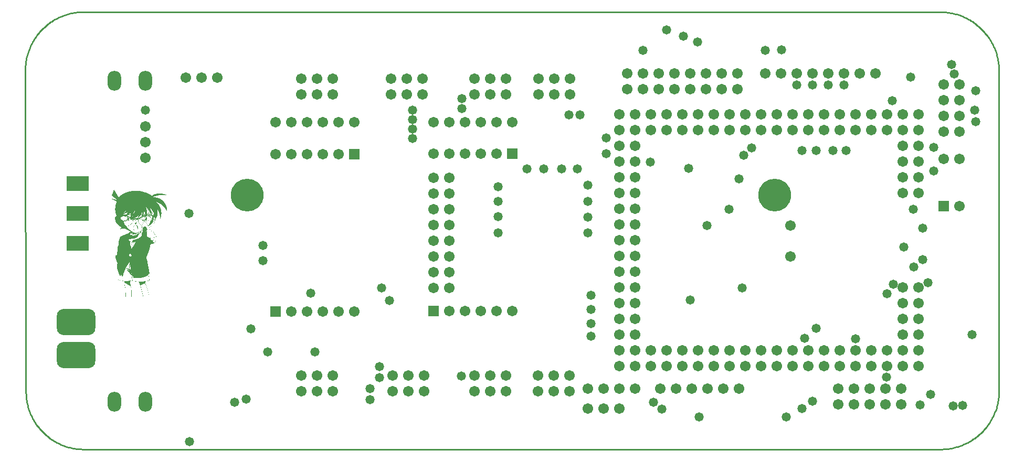
<source format=gbs>
G04*
G04 #@! TF.GenerationSoftware,Altium Limited,Altium Designer,22.0.2 (36)*
G04*
G04 Layer_Color=16711935*
%FSTAX25Y25*%
%MOIN*%
G70*
G04*
G04 #@! TF.SameCoordinates,5FDB733D-D120-4548-BF5C-F3B634D9DF53*
G04*
G04*
G04 #@! TF.FilePolarity,Negative*
G04*
G01*
G75*
%ADD10C,0.01000*%
%ADD87O,0.08674X0.12611*%
%ADD88C,0.06706*%
%ADD89R,0.06706X0.06706*%
%ADD90C,0.20800*%
%ADD91R,0.14331X0.09213*%
%ADD92R,0.06706X0.06706*%
%ADD93C,0.06706*%
G04:AMPARAMS|DCode=94|XSize=244.22mil|YSize=165.48mil|CornerRadius=43.37mil|HoleSize=0mil|Usage=FLASHONLY|Rotation=0.000|XOffset=0mil|YOffset=0mil|HoleType=Round|Shape=RoundedRectangle|*
%AMROUNDEDRECTD94*
21,1,0.24422,0.07874,0,0,0.0*
21,1,0.15748,0.16548,0,0,0.0*
1,1,0.08674,0.07874,-0.03937*
1,1,0.08674,-0.07874,-0.03937*
1,1,0.08674,-0.07874,0.03937*
1,1,0.08674,0.07874,0.03937*
%
%ADD94ROUNDEDRECTD94*%
%ADD95C,0.05800*%
G36*
X0155871Y0334498D02*
X0155909D01*
Y033446D01*
X0155948D01*
Y0334383D01*
X0155986D01*
Y0334307D01*
X0156024D01*
Y0334268D01*
X0156062D01*
Y0334192D01*
X0156101D01*
Y0334115D01*
X0156139D01*
Y0334077D01*
X0156177D01*
Y0334D01*
X0156216D01*
Y0333924D01*
X0156254D01*
Y0333885D01*
X0156292D01*
Y0333809D01*
X0156331D01*
Y033377D01*
X0156369D01*
Y0333694D01*
X0156407D01*
Y0333617D01*
X0156446D01*
Y0333579D01*
X0156484D01*
Y0333502D01*
X0156522D01*
Y0333426D01*
X015656D01*
Y0333387D01*
X0156599D01*
Y0333311D01*
X0156637D01*
Y0333234D01*
X0156675D01*
Y0333196D01*
X0156714D01*
Y0333119D01*
X0156752D01*
Y0333081D01*
X015679D01*
Y0333004D01*
X0156829D01*
Y0332928D01*
X0156867D01*
Y033289D01*
X0156905D01*
Y0332813D01*
X0156944D01*
Y0332736D01*
X0156982D01*
Y0332698D01*
X015702D01*
Y0332621D01*
X0157058D01*
Y0332583D01*
X0157097D01*
Y0332506D01*
X0157135D01*
Y033243D01*
X0157173D01*
Y0332392D01*
X0157212D01*
Y0332315D01*
X015725D01*
Y0332238D01*
X0157288D01*
Y03322D01*
X0157326D01*
Y0332123D01*
X0157365D01*
Y0332047D01*
X0157403D01*
Y0332009D01*
X0157441D01*
Y0331932D01*
X015748D01*
Y0331894D01*
X0157518D01*
Y0331817D01*
X0157556D01*
Y033174D01*
X0157595D01*
Y0331702D01*
X0157633D01*
Y0331626D01*
X0157671D01*
Y0331549D01*
X015771D01*
Y0331511D01*
X0157748D01*
Y0331434D01*
X0157786D01*
Y0331358D01*
X0157824D01*
Y0331319D01*
X0157863D01*
Y0331243D01*
X0157901D01*
Y0331204D01*
X0157939D01*
Y0331128D01*
X0157978D01*
Y0331051D01*
X0158016D01*
Y0331013D01*
X0158054D01*
Y0330936D01*
X0158092D01*
Y033086D01*
X0158131D01*
Y0330821D01*
X0158169D01*
Y0330745D01*
X0158207D01*
Y0330668D01*
X0158246D01*
Y033063D01*
X0158284D01*
Y0330553D01*
X0158322D01*
Y0330515D01*
X0158361D01*
Y0330438D01*
X0158399D01*
Y0330362D01*
X0158437D01*
Y0330323D01*
X0158475D01*
Y0330247D01*
X0158514D01*
Y033017D01*
X0158552D01*
Y0330132D01*
X015859D01*
Y0330055D01*
X0158629D01*
Y0329979D01*
X0158667D01*
Y032994D01*
X0158705D01*
Y0329864D01*
X0158744D01*
Y0329825D01*
X0158782D01*
Y0329749D01*
X015882D01*
Y0329672D01*
X0158859D01*
Y0329634D01*
X0158897D01*
Y0329557D01*
X0158935D01*
Y0329481D01*
X0159012D01*
Y0329557D01*
X015905D01*
Y0329596D01*
X0159088D01*
Y0329634D01*
X0159127D01*
Y0329672D01*
X0159165D01*
Y0329711D01*
X0159203D01*
Y0329787D01*
X0159241D01*
Y0329825D01*
X015928D01*
Y0329864D01*
X0159318D01*
Y0329902D01*
X0159356D01*
Y0329979D01*
X0159395D01*
Y0330017D01*
X0159433D01*
Y0330055D01*
X0159471D01*
Y0330132D01*
X015951D01*
Y033017D01*
X0159548D01*
Y0330208D01*
X0159625D01*
Y0330247D01*
X0159663D01*
Y0330285D01*
X0159701D01*
Y0330323D01*
X0159739D01*
Y0330362D01*
X0159778D01*
Y03304D01*
X0159816D01*
Y0330438D01*
X0159854D01*
Y0330476D01*
X0159931D01*
Y0330515D01*
X0159969D01*
Y0330553D01*
X0160008D01*
Y0330592D01*
X0160046D01*
Y033063D01*
X0160084D01*
Y0330668D01*
X0160123D01*
Y0330706D01*
X0160161D01*
Y0330745D01*
X0160237D01*
Y0330783D01*
X0160276D01*
Y0330821D01*
X0160314D01*
Y033086D01*
X0160352D01*
Y0330898D01*
X0160391D01*
Y0330936D01*
X0160467D01*
Y0330975D01*
X0160505D01*
Y0331013D01*
X0160582D01*
Y0331051D01*
X016062D01*
Y0331089D01*
X0160697D01*
Y0331128D01*
X0160735D01*
Y0331166D01*
X0160812D01*
Y0331204D01*
X016085D01*
Y0331243D01*
X0160927D01*
Y0331281D01*
X0161003D01*
Y0331319D01*
X0161042D01*
Y0331358D01*
X0161118D01*
Y0331396D01*
X0161157D01*
Y0331434D01*
X0161233D01*
Y0331472D01*
X0161272D01*
Y0331511D01*
X0161348D01*
Y0331549D01*
X0161386D01*
Y0331587D01*
X0161463D01*
Y0331626D01*
X0161501D01*
Y0331664D01*
X0161578D01*
Y0331702D01*
X0161654D01*
Y033174D01*
X0161693D01*
Y0331779D01*
X0161769D01*
Y0331817D01*
X0161846D01*
Y0331855D01*
X0161923D01*
Y0331894D01*
X0161999D01*
Y0331932D01*
X0162038D01*
Y033197D01*
X0162114D01*
Y0332009D01*
X0162191D01*
Y0332047D01*
X0162267D01*
Y0332085D01*
X0162344D01*
Y0332123D01*
X016242D01*
Y0332162D01*
X0162497D01*
Y03322D01*
X0162574D01*
Y0332238D01*
X016265D01*
Y0332277D01*
X0162727D01*
Y0332315D01*
X0162803D01*
Y0332353D01*
X0162842D01*
Y0332392D01*
X0162918D01*
Y033243D01*
X0162995D01*
Y0332468D01*
X0163072D01*
Y0332506D01*
X0163148D01*
Y0332545D01*
X0163263D01*
Y0332583D01*
X0163378D01*
Y0332621D01*
X0163455D01*
Y033266D01*
X016357D01*
Y0332698D01*
X0163684D01*
Y0332736D01*
X0163799D01*
Y0332775D01*
X0163914D01*
Y0332813D01*
X0164029D01*
Y0332851D01*
X0164144D01*
Y033289D01*
X0164259D01*
Y0332928D01*
X0164374D01*
Y0332966D01*
X0164489D01*
Y0333004D01*
X0164565D01*
Y0333043D01*
X016468D01*
Y0333081D01*
X0164833D01*
Y0333119D01*
X0164948D01*
Y0333158D01*
X0165102D01*
Y0333196D01*
X0165217D01*
Y0333234D01*
X016537D01*
Y0333273D01*
X0165485D01*
Y0333311D01*
X0165638D01*
Y0333349D01*
X0165791D01*
Y0333387D01*
X0165906D01*
Y0333426D01*
X0166097D01*
Y0333464D01*
X0166404D01*
Y0333502D01*
X016671D01*
Y0333541D01*
X0167017D01*
Y0333579D01*
X0167361D01*
Y0333617D01*
X0167706D01*
Y0333656D01*
X0168012D01*
Y0333694D01*
X0168587D01*
Y0333732D01*
X0169391D01*
Y033377D01*
X0170464D01*
Y0333732D01*
X017123D01*
Y0333694D01*
X0171651D01*
Y0333656D01*
X0172072D01*
Y0333617D01*
X0172532D01*
Y0333579D01*
X0172685D01*
Y0333541D01*
X0172838D01*
Y0333502D01*
X0172992D01*
Y0333464D01*
X0173145D01*
Y0333426D01*
X0173298D01*
Y0333387D01*
X0173451D01*
Y0333349D01*
X0173605D01*
Y0333311D01*
X0173758D01*
Y0333273D01*
X0173911D01*
Y0333234D01*
X0174064D01*
Y0333196D01*
X0174179D01*
Y0333158D01*
X0174294D01*
Y0333119D01*
X0174447D01*
Y0333081D01*
X0174562D01*
Y0333043D01*
X0174715D01*
Y0333004D01*
X017483D01*
Y0332966D01*
X0174983D01*
Y0332928D01*
X0175098D01*
Y033289D01*
X0175251D01*
Y0332851D01*
X0175366D01*
Y0332813D01*
X0175481D01*
Y0332775D01*
X0175634D01*
Y0332736D01*
X0175749D01*
Y0332698D01*
X0175864D01*
Y033266D01*
X0176017D01*
Y0332621D01*
X0176132D01*
Y0332583D01*
X0176247D01*
Y0332545D01*
X0176362D01*
Y0332506D01*
X0176439D01*
Y0332468D01*
X0176554D01*
Y033243D01*
X0176669D01*
Y0332392D01*
X0176745D01*
Y0332353D01*
X017686D01*
Y0332315D01*
X0176937D01*
Y0332277D01*
X0177052D01*
Y0332238D01*
X0177166D01*
Y03322D01*
X0177243D01*
Y0332162D01*
X0177358D01*
Y0332123D01*
X0177435D01*
Y0332085D01*
X017755D01*
Y0332047D01*
X0177664D01*
Y0332009D01*
X0177741D01*
Y033197D01*
X0177779D01*
Y0331932D01*
X0177856D01*
Y0331894D01*
X0177933D01*
Y0331855D01*
X0177971D01*
Y0331817D01*
X0178047D01*
Y0331779D01*
X0178124D01*
Y033174D01*
X0178162D01*
Y0331702D01*
X0178239D01*
Y0331664D01*
X0178315D01*
Y0331626D01*
X0178354D01*
Y0331587D01*
X017843D01*
Y0331549D01*
X0178469D01*
Y0331511D01*
X0178545D01*
Y0331472D01*
X0178622D01*
Y0331434D01*
X017866D01*
Y0331396D01*
X0178737D01*
Y0331358D01*
X0178813D01*
Y0331319D01*
X0178852D01*
Y0331281D01*
X0178928D01*
Y0331243D01*
X0179005D01*
Y0331204D01*
X0179043D01*
Y0331166D01*
X017912D01*
Y0331128D01*
X0179158D01*
Y0331089D01*
X0179235D01*
Y0331051D01*
X0179273D01*
Y0331013D01*
X017935D01*
Y0330975D01*
X0179388D01*
Y0330936D01*
X0179465D01*
Y0330898D01*
X0179503D01*
Y033086D01*
X0179579D01*
Y0330821D01*
X0179618D01*
Y0330783D01*
X0179694D01*
Y0330745D01*
X0179733D01*
Y0330706D01*
X0179809D01*
Y0330668D01*
X0179848D01*
Y033063D01*
X0179924D01*
Y0330592D01*
X0179963D01*
Y0330553D01*
X0180001D01*
Y0330592D01*
X0180077D01*
Y033063D01*
X0180116D01*
Y0330668D01*
X0180192D01*
Y0330706D01*
X0180231D01*
Y0330745D01*
X0180307D01*
Y0330783D01*
X0180384D01*
Y0330821D01*
X0180422D01*
Y033086D01*
X0180499D01*
Y0330898D01*
X0180537D01*
Y0330936D01*
X0180614D01*
Y0330975D01*
X0180652D01*
Y0331013D01*
X0180728D01*
Y0331051D01*
X0180767D01*
Y0331089D01*
X0180843D01*
Y0331128D01*
X018092D01*
Y0331166D01*
X0180958D01*
Y0331204D01*
X0181035D01*
Y0331243D01*
X0181112D01*
Y0331281D01*
X0181188D01*
Y0331319D01*
X0181265D01*
Y0331358D01*
X0181341D01*
Y0331396D01*
X0181418D01*
Y0331434D01*
X0181494D01*
Y0331472D01*
X0181571D01*
Y0331511D01*
X0181648D01*
Y0331549D01*
X0181724D01*
Y0331587D01*
X0181801D01*
Y0331626D01*
X0181916D01*
Y0331664D01*
X0182069D01*
Y0331702D01*
X0182222D01*
Y033174D01*
X0182376D01*
Y0331779D01*
X0182529D01*
Y0331817D01*
X0182682D01*
Y0331855D01*
X0182835D01*
Y0331894D01*
X0182988D01*
Y0331932D01*
X0183142D01*
Y033197D01*
X0183333D01*
Y0332009D01*
X0184367D01*
Y0332047D01*
X018521D01*
Y0332009D01*
X0185823D01*
Y033197D01*
X0186397D01*
Y0331932D01*
X0186627D01*
Y0331894D01*
X018678D01*
Y0331855D01*
X0186972D01*
Y0331817D01*
X0187125D01*
Y0331779D01*
X0187316D01*
Y033174D01*
X0187508D01*
Y0331702D01*
X0187661D01*
Y0331664D01*
X0187776D01*
Y0331626D01*
X0187891D01*
Y0331587D01*
X0188006D01*
Y0331549D01*
X0188121D01*
Y0331511D01*
X0188274D01*
Y0331472D01*
X0188389D01*
Y0331434D01*
X0188504D01*
Y0331396D01*
X0188619D01*
Y0331358D01*
X0188772D01*
Y0331319D01*
X0188887D01*
Y0331281D01*
X0189002D01*
Y0331243D01*
X0189155D01*
Y0331204D01*
X018927D01*
Y0331166D01*
X0189423D01*
Y0331128D01*
X0189538D01*
Y0331089D01*
X0189653D01*
Y0331051D01*
X0189806D01*
Y0331013D01*
X0189921D01*
Y0330975D01*
X0190074D01*
Y0330936D01*
X0190189D01*
Y0330898D01*
X0189691D01*
Y0330936D01*
X018904D01*
Y0330975D01*
X0188389D01*
Y0331013D01*
X0187738D01*
Y0331051D01*
X018701D01*
Y0331089D01*
X0186474D01*
Y0331051D01*
X0186091D01*
Y0331013D01*
X0185669D01*
Y0330975D01*
X0185248D01*
Y0330936D01*
X0184865D01*
Y0330898D01*
X0184482D01*
Y033086D01*
X0184099D01*
Y0330821D01*
X0183678D01*
Y0330783D01*
X0183525D01*
Y0330745D01*
X018341D01*
Y0330706D01*
X0183256D01*
Y0330668D01*
X0183142D01*
Y033063D01*
X0182988D01*
Y0330592D01*
X0182873D01*
Y0330553D01*
X018272D01*
Y0330515D01*
X0182605D01*
Y0330476D01*
X0182452D01*
Y0330438D01*
X0182337D01*
Y03304D01*
X0182222D01*
Y0330362D01*
X0182107D01*
Y0330323D01*
X0181992D01*
Y0330285D01*
X0181916D01*
Y0330247D01*
X0181801D01*
Y0330208D01*
X0181686D01*
Y033017D01*
X0181609D01*
Y0330132D01*
X0181494D01*
Y0330094D01*
X0181418D01*
Y0330055D01*
X0181303D01*
Y0330017D01*
X0181188D01*
Y0329979D01*
X0181112D01*
Y032994D01*
X0180997D01*
Y0329902D01*
X018092D01*
Y0329864D01*
X0180805D01*
Y0329825D01*
X018069D01*
Y0329787D01*
X0180805D01*
Y0329749D01*
X0181226D01*
Y0329711D01*
X0181648D01*
Y0329672D01*
X0182069D01*
Y0329634D01*
X0182299D01*
Y0329596D01*
X018249D01*
Y0329557D01*
X0182682D01*
Y0329519D01*
X0182873D01*
Y0329481D01*
X0183065D01*
Y0329442D01*
X0183295D01*
Y0329404D01*
X0183486D01*
Y0329366D01*
X0183601D01*
Y0329328D01*
X0183678D01*
Y0329289D01*
X0183754D01*
Y0329251D01*
X0183869D01*
Y0329213D01*
X0183946D01*
Y0329174D01*
X0184022D01*
Y0329136D01*
X0184137D01*
Y0329098D01*
X0184214D01*
Y0329059D01*
X0184291D01*
Y0329021D01*
X0184367D01*
Y0328983D01*
X0184482D01*
Y0328944D01*
X0184559D01*
Y0328906D01*
X0184635D01*
Y0328868D01*
X0184712D01*
Y032883D01*
X0184788D01*
Y0328791D01*
X0184865D01*
Y0328753D01*
X0184942D01*
Y0328715D01*
X018498D01*
Y0328676D01*
X0185056D01*
Y0328638D01*
X0185133D01*
Y03286D01*
X018521D01*
Y0328561D01*
X0185286D01*
Y0328523D01*
X0185363D01*
Y0328485D01*
X0185401D01*
Y0328447D01*
X0185478D01*
Y0328408D01*
X0185555D01*
Y032837D01*
X0185631D01*
Y0328332D01*
X0185708D01*
Y0328293D01*
X0185784D01*
Y0328255D01*
X0185823D01*
Y0328217D01*
X0185861D01*
Y0328179D01*
X0185938D01*
Y032814D01*
X0185976D01*
Y0328102D01*
X0186052D01*
Y0328064D01*
X0186091D01*
Y0328025D01*
X0186129D01*
Y0327987D01*
X0186206D01*
Y0327949D01*
X0186244D01*
Y032791D01*
X0186282D01*
Y0327872D01*
X0186359D01*
Y0327834D01*
X0186397D01*
Y0327796D01*
X0186435D01*
Y0327757D01*
X0186512D01*
Y0327719D01*
X018655D01*
Y0327681D01*
X0186589D01*
Y0327642D01*
X0186665D01*
Y0327604D01*
X0186704D01*
Y0327566D01*
X0186742D01*
Y0327527D01*
X0186818D01*
Y0327489D01*
X0186857D01*
Y0327451D01*
X0186895D01*
Y0327413D01*
X0186972D01*
Y0327374D01*
X018701D01*
Y0327336D01*
X0187048D01*
Y0327298D01*
X0187086D01*
Y0327259D01*
X0187125D01*
Y0327221D01*
X0187163D01*
Y0327183D01*
X0187201D01*
Y0327144D01*
X018724D01*
Y0327068D01*
X0187278D01*
Y0327029D01*
X0187316D01*
Y0326991D01*
X0187355D01*
Y0326953D01*
X0187393D01*
Y0326915D01*
X0187431D01*
Y0326838D01*
X0187469D01*
Y03268D01*
X0187508D01*
Y0326761D01*
X0187546D01*
Y0326723D01*
X0187584D01*
Y0326685D01*
X0187623D01*
Y0326608D01*
X0187661D01*
Y032657D01*
X0187699D01*
Y0326532D01*
X0187738D01*
Y0326493D01*
X0187776D01*
Y0326455D01*
X0187814D01*
Y0326378D01*
X0187853D01*
Y032634D01*
X0187891D01*
Y0326302D01*
X0187929D01*
Y0326263D01*
X0187967D01*
Y0326225D01*
X0188006D01*
Y0326187D01*
X0188044D01*
Y032611D01*
X0188082D01*
Y0326072D01*
X0188121D01*
Y0326034D01*
X0188159D01*
Y0325995D01*
X0188197D01*
Y0325919D01*
X0188235D01*
Y032588D01*
X0188274D01*
Y0325842D01*
X0188312D01*
Y0325804D01*
X018835D01*
Y0325727D01*
X0188389D01*
Y0325651D01*
X0188427D01*
Y0325574D01*
X0188465D01*
Y0325497D01*
X0188504D01*
Y0325421D01*
X0188542D01*
Y0325344D01*
X018858D01*
Y0325268D01*
X0188619D01*
Y0325191D01*
X0188657D01*
Y0325114D01*
X0188695D01*
Y0325038D01*
X0188733D01*
Y0324961D01*
X0188772D01*
Y0324885D01*
X018881D01*
Y0324808D01*
X0188848D01*
Y0324731D01*
X0188887D01*
Y0324655D01*
X0188925D01*
Y0324578D01*
X0188963D01*
Y0324502D01*
X0189002D01*
Y0324425D01*
X018904D01*
Y0324348D01*
X0189078D01*
Y0324272D01*
X0189117D01*
Y0324195D01*
X0189155D01*
Y0324119D01*
X0189193D01*
Y0324004D01*
X0189231D01*
Y0323812D01*
X018927D01*
Y0323621D01*
X0189308D01*
Y0323391D01*
X0189346D01*
Y0323199D01*
X0189385D01*
Y0323008D01*
X0189423D01*
Y0322778D01*
X0189461D01*
Y0322548D01*
X0189499D01*
Y0322242D01*
X0189461D01*
Y0321476D01*
X0189423D01*
Y0321284D01*
X0189461D01*
Y0321169D01*
X0189499D01*
Y0321016D01*
X0189538D01*
Y0320901D01*
X0189576D01*
Y0320748D01*
X0189614D01*
Y0320633D01*
X0189653D01*
Y0320518D01*
X0189691D01*
Y0320365D01*
X0189653D01*
Y0320327D01*
X0189576D01*
Y0320365D01*
X0189538D01*
Y032048D01*
X0189499D01*
Y0320556D01*
X0189461D01*
Y0320671D01*
X0189423D01*
Y0320786D01*
X0189385D01*
Y0320863D01*
X0189346D01*
Y0320978D01*
X0189308D01*
Y0321093D01*
X018927D01*
Y0321169D01*
X0189231D01*
Y0321246D01*
X0189193D01*
Y0321323D01*
X0189155D01*
Y0321361D01*
X0189117D01*
Y0321438D01*
X0189078D01*
Y0321514D01*
X018904D01*
Y0321591D01*
X0189002D01*
Y0321667D01*
X0188963D01*
Y0321744D01*
X0188925D01*
Y0321782D01*
X0188887D01*
Y0321859D01*
X0188848D01*
Y0321935D01*
X018881D01*
Y0321974D01*
X0188772D01*
Y032205D01*
X0188733D01*
Y0322089D01*
X0188695D01*
Y0322127D01*
X0188657D01*
Y0322203D01*
X0188619D01*
Y0322242D01*
X018858D01*
Y0322318D01*
X0188542D01*
Y0322357D01*
X0188504D01*
Y0322395D01*
X0188465D01*
Y0322472D01*
X0188427D01*
Y032251D01*
X0188389D01*
Y0322586D01*
X018835D01*
Y0322625D01*
X0188312D01*
Y0322663D01*
X0188274D01*
Y032274D01*
X0188235D01*
Y0322778D01*
X0188197D01*
Y0322816D01*
X0188159D01*
Y0322893D01*
X0188121D01*
Y0322931D01*
X0188082D01*
Y0323008D01*
X0188044D01*
Y0323046D01*
X0188006D01*
Y0323084D01*
X0187967D01*
Y0323161D01*
X0187929D01*
Y0323199D01*
X0187891D01*
Y0323238D01*
X0187853D01*
Y0323314D01*
X0187814D01*
Y0323353D01*
X0187776D01*
Y0323429D01*
X0187738D01*
Y0323467D01*
X0187699D01*
Y0323506D01*
X0187661D01*
Y0323544D01*
X0187623D01*
Y0323582D01*
X0187584D01*
Y0323621D01*
X0187546D01*
Y0323659D01*
X0187508D01*
Y0323697D01*
X0187469D01*
Y0323735D01*
X0187431D01*
Y0323774D01*
X0187393D01*
Y0323812D01*
X0187355D01*
Y032385D01*
X0187316D01*
Y0323889D01*
X0187278D01*
Y0323927D01*
X018724D01*
Y0323965D01*
X0187201D01*
Y0324004D01*
X0187163D01*
Y0324042D01*
X0187125D01*
Y032408D01*
X0187086D01*
Y0324119D01*
X0187048D01*
Y0324157D01*
X0186972D01*
Y0324195D01*
X0186933D01*
Y0324234D01*
X0186895D01*
Y0324272D01*
X0186857D01*
Y032431D01*
X0186818D01*
Y0324348D01*
X018678D01*
Y0324387D01*
X0186742D01*
Y0324425D01*
X0186704D01*
Y0324463D01*
X0186665D01*
Y0324502D01*
X0186627D01*
Y032454D01*
X0186589D01*
Y0324578D01*
X018655D01*
Y0324617D01*
X0186512D01*
Y0324655D01*
X0186474D01*
Y0324693D01*
X0186435D01*
Y0324731D01*
X0186397D01*
Y032477D01*
X018632D01*
Y0324808D01*
X0186282D01*
Y0324846D01*
X0186206D01*
Y0324885D01*
X0186167D01*
Y0324923D01*
X0186091D01*
Y0324961D01*
X0186052D01*
Y0324999D01*
X0185976D01*
Y0325038D01*
X0185899D01*
Y0325076D01*
X0185861D01*
Y0325114D01*
X0185784D01*
Y0325153D01*
X0185746D01*
Y0325191D01*
X0185669D01*
Y0325229D01*
X0185631D01*
Y0325268D01*
X0185555D01*
Y0325306D01*
X0185478D01*
Y0325344D01*
X018544D01*
Y0325382D01*
X0185363D01*
Y0325421D01*
X0185325D01*
Y0325459D01*
X0185248D01*
Y0325497D01*
X0185171D01*
Y0325536D01*
X0185133D01*
Y0325574D01*
X0185056D01*
Y0325612D01*
X0185018D01*
Y0325651D01*
X0184942D01*
Y0325689D01*
X0184903D01*
Y0325727D01*
X0184827D01*
Y0325765D01*
X018475D01*
Y0325804D01*
X0184712D01*
Y0325842D01*
X0184635D01*
Y032588D01*
X0184597D01*
Y0325919D01*
X018452D01*
Y0325957D01*
X0184444D01*
Y0325995D01*
X0184405D01*
Y0326034D01*
X0184329D01*
Y0326072D01*
X0184252D01*
Y032611D01*
X0184176D01*
Y0326149D01*
X0184061D01*
Y0326187D01*
X0183984D01*
Y0326225D01*
X0183907D01*
Y0326263D01*
X0183793D01*
Y0326302D01*
X0183716D01*
Y032634D01*
X0183639D01*
Y0326378D01*
X0183563D01*
Y0326417D01*
X0183448D01*
Y0326455D01*
X0183371D01*
Y0326493D01*
X0183295D01*
Y0326532D01*
X0183218D01*
Y032657D01*
X0183103D01*
Y0326608D01*
X0183027D01*
Y0326646D01*
X018295D01*
Y0326685D01*
X0182873D01*
Y0326723D01*
X0182758D01*
Y0326761D01*
X0182682D01*
Y03268D01*
X0182605D01*
Y0326838D01*
X018249D01*
Y0326876D01*
X0182414D01*
Y0326838D01*
X018249D01*
Y03268D01*
X0182529D01*
Y0326761D01*
X0182567D01*
Y0326723D01*
X0182605D01*
Y0326685D01*
X0182682D01*
Y0326646D01*
X018272D01*
Y0326608D01*
X0182758D01*
Y032657D01*
X0182797D01*
Y0326532D01*
X0182873D01*
Y0326493D01*
X0182912D01*
Y0326455D01*
X018295D01*
Y0326417D01*
X0183027D01*
Y0326378D01*
X0183065D01*
Y032634D01*
X0183103D01*
Y0326302D01*
X0183142D01*
Y0326263D01*
X0183218D01*
Y0326225D01*
X0183256D01*
Y0326187D01*
X0183295D01*
Y0326149D01*
X0183333D01*
Y0326072D01*
X0183371D01*
Y0326034D01*
X018341D01*
Y0325995D01*
X0183448D01*
Y0325957D01*
X0183486D01*
Y0325919D01*
X0183525D01*
Y032588D01*
X0183563D01*
Y0325842D01*
X0183601D01*
Y0325765D01*
X0183639D01*
Y0325727D01*
X0183678D01*
Y0325689D01*
X0183716D01*
Y0325651D01*
X0183754D01*
Y0325612D01*
X0183793D01*
Y0325574D01*
X0183831D01*
Y0325497D01*
X0183869D01*
Y0325459D01*
X0183907D01*
Y0325421D01*
X0183946D01*
Y0325382D01*
X0183984D01*
Y0325344D01*
X0184022D01*
Y0325306D01*
X0184061D01*
Y0325229D01*
X0184099D01*
Y0325191D01*
X0184137D01*
Y0325153D01*
X0184176D01*
Y0325114D01*
X0184214D01*
Y0325038D01*
X0184252D01*
Y0324999D01*
X0184291D01*
Y0324961D01*
X0184329D01*
Y0324885D01*
X0184367D01*
Y0324846D01*
X0184405D01*
Y032477D01*
X0184444D01*
Y0324731D01*
X0184482D01*
Y0324655D01*
X018452D01*
Y0324617D01*
X0184559D01*
Y032454D01*
X0184597D01*
Y0324502D01*
X0184635D01*
Y0324425D01*
X0184674D01*
Y0324387D01*
X0184712D01*
Y032431D01*
X018475D01*
Y0324272D01*
X0184788D01*
Y0324195D01*
X0184827D01*
Y0324157D01*
X0184865D01*
Y0324042D01*
X0184903D01*
Y0323965D01*
X0184942D01*
Y0323889D01*
X018498D01*
Y0323812D01*
X0185018D01*
Y0323697D01*
X0185056D01*
Y0323621D01*
X0185095D01*
Y0323544D01*
X0185133D01*
Y0323467D01*
X0185171D01*
Y0323353D01*
X018521D01*
Y0323276D01*
X0185248D01*
Y0323199D01*
X0185286D01*
Y0323084D01*
X0185325D01*
Y0323008D01*
X0185363D01*
Y0322931D01*
X0185401D01*
Y0322855D01*
X018544D01*
Y032274D01*
X0185478D01*
Y0322663D01*
X0185516D01*
Y0322586D01*
X0185555D01*
Y0322433D01*
X0185593D01*
Y0322318D01*
X0185631D01*
Y0322165D01*
X0185669D01*
Y0322012D01*
X0185708D01*
Y0321859D01*
X0185746D01*
Y0321706D01*
X0185784D01*
Y0321591D01*
X0185823D01*
Y0321438D01*
X0185861D01*
Y0321284D01*
X0185899D01*
Y0321131D01*
X0185938D01*
Y032094D01*
X0185976D01*
Y0320556D01*
X0186014D01*
Y0320174D01*
X0186052D01*
Y0319791D01*
X0186091D01*
Y0319216D01*
X0186052D01*
Y031891D01*
X0186014D01*
Y0318565D01*
X0185976D01*
Y0318259D01*
X0185938D01*
Y031799D01*
X0185899D01*
Y0317837D01*
X0185861D01*
Y0317684D01*
X0185823D01*
Y0317569D01*
X0185784D01*
Y0317416D01*
X0185746D01*
Y0317263D01*
X0185708D01*
Y0317109D01*
X0185669D01*
Y0316995D01*
X0185631D01*
Y0316841D01*
X0185593D01*
Y0316688D01*
X0185555D01*
Y0316535D01*
X0185516D01*
Y031642D01*
X0185478D01*
Y0316305D01*
X018544D01*
Y0316152D01*
X0185401D01*
Y0316037D01*
X0185363D01*
Y0315884D01*
X0185325D01*
Y0315769D01*
X0185286D01*
Y0315616D01*
X0185248D01*
Y0315884D01*
X018521D01*
Y0317148D01*
X0185171D01*
Y0317531D01*
X0185133D01*
Y0317722D01*
X0185095D01*
Y0317914D01*
X0185056D01*
Y0318144D01*
X0185018D01*
Y0318335D01*
X018498D01*
Y0318527D01*
X0184942D01*
Y031868D01*
X0184903D01*
Y0318756D01*
X0184865D01*
Y0318871D01*
X0184827D01*
Y0318986D01*
X0184788D01*
Y0319101D01*
X018475D01*
Y0319216D01*
X0184712D01*
Y0319331D01*
X0184674D01*
Y0319446D01*
X0184635D01*
Y0319522D01*
X0184597D01*
Y0319637D01*
X0184559D01*
Y0319752D01*
X018452D01*
Y0319867D01*
X0184482D01*
Y0319982D01*
X0184444D01*
Y0320097D01*
X0184405D01*
Y0320212D01*
X0184367D01*
Y0320327D01*
X0184329D01*
Y0320403D01*
X0184291D01*
Y0320518D01*
X0184252D01*
Y0320633D01*
X0184214D01*
Y032071D01*
X0184176D01*
Y0320786D01*
X0184137D01*
Y0320901D01*
X0184099D01*
Y0320978D01*
X0184061D01*
Y0321055D01*
X0184022D01*
Y0321131D01*
X0183984D01*
Y0321208D01*
X0183946D01*
Y0321284D01*
X0183907D01*
Y0321361D01*
X0183869D01*
Y0321438D01*
X0183831D01*
Y0321514D01*
X0183793D01*
Y0321591D01*
X0183754D01*
Y0321667D01*
X0183716D01*
Y0321782D01*
X0183678D01*
Y0321859D01*
X0183639D01*
Y0321935D01*
X0183601D01*
Y0322012D01*
X0183563D01*
Y0322089D01*
X0183525D01*
Y0322165D01*
X0183486D01*
Y0322242D01*
X0183448D01*
Y0322318D01*
X018341D01*
Y0322395D01*
X0183371D01*
Y0322165D01*
X018341D01*
Y0321935D01*
X0183448D01*
Y0321706D01*
X0183486D01*
Y0321438D01*
X0183525D01*
Y0321208D01*
X0183563D01*
Y0320786D01*
X0183601D01*
Y0320288D01*
X0183639D01*
Y0319829D01*
X0183678D01*
Y0319752D01*
X0183639D01*
Y0319446D01*
X0183601D01*
Y0319139D01*
X0183563D01*
Y0318795D01*
X0183525D01*
Y0318527D01*
X0183486D01*
Y031822D01*
X0183448D01*
Y031799D01*
X018341D01*
Y0317914D01*
X0183371D01*
Y0317799D01*
X0183333D01*
Y0317684D01*
X0183295D01*
Y0317569D01*
X0183256D01*
Y0317493D01*
X0183218D01*
Y0317377D01*
X018318D01*
Y0317263D01*
X0183142D01*
Y0317186D01*
X0183103D01*
Y0317071D01*
X0183065D01*
Y0316956D01*
X0183027D01*
Y031688D01*
X0182988D01*
Y0316765D01*
X018295D01*
Y0316688D01*
X0182912D01*
Y0316612D01*
X0182873D01*
Y0316535D01*
X0182835D01*
Y0316458D01*
X0182797D01*
Y031642D01*
X0182758D01*
Y0316343D01*
X018272D01*
Y0316267D01*
X0182682D01*
Y031619D01*
X0182644D01*
Y0316152D01*
X0182605D01*
Y0316075D01*
X0182567D01*
Y0315999D01*
X0182529D01*
Y031596D01*
X018249D01*
Y0315884D01*
X0182452D01*
Y0315807D01*
X0182414D01*
Y0315731D01*
X0182376D01*
Y0315692D01*
X0182337D01*
Y0315616D01*
X0182299D01*
Y0315539D01*
X0182261D01*
Y0315501D01*
X0182222D01*
Y0315424D01*
X0182184D01*
Y0315348D01*
X0182146D01*
Y0315271D01*
X0182107D01*
Y0315079D01*
X0182069D01*
Y0314811D01*
X0182031D01*
Y0314543D01*
X0181992D01*
Y0314237D01*
X0181954D01*
Y031416D01*
X0181916D01*
Y0314045D01*
X0181878D01*
Y0313969D01*
X0181839D01*
Y0313854D01*
X0181801D01*
Y0313777D01*
X0181763D01*
Y0313701D01*
X0181724D01*
Y0313624D01*
X0181686D01*
Y0313547D01*
X0181648D01*
Y0313509D01*
X0181609D01*
Y0313433D01*
X0181571D01*
Y0313394D01*
X0181533D01*
Y0313318D01*
X0181494D01*
Y0313279D01*
X0181456D01*
Y0313241D01*
X0181418D01*
Y0313164D01*
X018138D01*
Y0313126D01*
X0181341D01*
Y031305D01*
X0181303D01*
Y0313011D01*
X0181265D01*
Y0312973D01*
X0181226D01*
Y0312896D01*
X0181188D01*
Y0312858D01*
X018115D01*
Y031282D01*
X0181112D01*
Y0312781D01*
X0181073D01*
Y0312743D01*
X0181035D01*
Y0312705D01*
X0180997D01*
Y0312667D01*
X0180958D01*
Y031259D01*
X018092D01*
Y0312552D01*
X0180882D01*
Y0312513D01*
X0180843D01*
Y0312475D01*
X0180805D01*
Y0312437D01*
X0180767D01*
Y0312398D01*
X0180728D01*
Y031236D01*
X018069D01*
Y0312322D01*
X0180652D01*
Y0312283D01*
X0180614D01*
Y0312245D01*
X0180575D01*
Y0312169D01*
X0180537D01*
Y031213D01*
X0180499D01*
Y0312092D01*
X018046D01*
Y0312054D01*
X0180422D01*
Y0312015D01*
X0180384D01*
Y0311977D01*
X0180345D01*
Y0311939D01*
X0180307D01*
Y03119D01*
X0180269D01*
Y0311862D01*
X0180231D01*
Y0311824D01*
X0180192D01*
Y0311786D01*
X0180154D01*
Y0311747D01*
X0180116D01*
Y0311709D01*
X0180039D01*
Y0311671D01*
X0180001D01*
Y0311632D01*
X0179963D01*
Y0311594D01*
X0179924D01*
Y0311556D01*
X0179848D01*
Y0311518D01*
X0179809D01*
Y0311479D01*
X0179771D01*
Y0311441D01*
X0179733D01*
Y0311403D01*
X0179694D01*
Y0311364D01*
X0179618D01*
Y0311326D01*
X0179579D01*
Y0311288D01*
X0179541D01*
Y0311249D01*
X0179503D01*
Y0311211D01*
X0179426D01*
Y0311173D01*
X0179388D01*
Y0311135D01*
X017935D01*
Y0311096D01*
X0179311D01*
Y0311058D01*
X0179235D01*
Y0311019D01*
X0179197D01*
Y0310981D01*
X0179158D01*
Y0310943D01*
X017912D01*
Y0310905D01*
X0179043D01*
Y0310866D01*
X0179005D01*
Y0310828D01*
X0178928D01*
Y031079D01*
X0178852D01*
Y0310751D01*
X0178775D01*
Y0310713D01*
X0178699D01*
Y0310675D01*
X0178622D01*
Y0310636D01*
X0178545D01*
Y0310598D01*
X0178469D01*
Y031056D01*
X0178392D01*
Y0310522D01*
X0178277D01*
Y0310483D01*
X0178162D01*
Y0310445D01*
X0178047D01*
Y0310407D01*
X0177894D01*
Y0310368D01*
X0177779D01*
Y031033D01*
X0177358D01*
Y0310292D01*
X017732D01*
Y0309909D01*
X0177281D01*
Y0309679D01*
X0177243D01*
Y0309488D01*
X0177205D01*
Y0309411D01*
X0178124D01*
Y0309373D01*
X0178545D01*
Y0309334D01*
X0178584D01*
Y0309296D01*
X0178622D01*
Y0309258D01*
X0178699D01*
Y0309219D01*
X0178737D01*
Y0309181D01*
X0178775D01*
Y0309143D01*
X0178813D01*
Y0309104D01*
X0178852D01*
Y0309066D01*
X017889D01*
Y030899D01*
X0178928D01*
Y0308951D01*
X0178967D01*
Y0308875D01*
X0179005D01*
Y0308798D01*
X0179043D01*
Y030876D01*
X0179081D01*
Y0308683D01*
X017912D01*
Y0308645D01*
X0179158D01*
Y0308568D01*
X0179197D01*
Y030853D01*
X0179235D01*
Y0308453D01*
X0179273D01*
Y0308415D01*
X0179311D01*
Y0308338D01*
X0179426D01*
Y03083D01*
X0179579D01*
Y0308262D01*
X0179733D01*
Y0308224D01*
X0179848D01*
Y0308185D01*
X0180001D01*
Y0308147D01*
X0180116D01*
Y0308109D01*
X0180192D01*
Y030807D01*
X0180307D01*
Y0308032D01*
X0180384D01*
Y0307994D01*
X018046D01*
Y0307956D01*
X0180575D01*
Y0307917D01*
X0180652D01*
Y0307879D01*
X018069D01*
Y030784D01*
X0180767D01*
Y0307802D01*
X0180805D01*
Y0307764D01*
X0180843D01*
Y0307726D01*
X0180882D01*
Y0307687D01*
X0180958D01*
Y0307649D01*
X0180997D01*
Y0307611D01*
X0181035D01*
Y0307572D01*
X0181073D01*
Y0307534D01*
X0181112D01*
Y0307457D01*
X018115D01*
Y0307381D01*
X0181188D01*
Y0307304D01*
X0181226D01*
Y0307266D01*
X0181265D01*
Y0307151D01*
X0181303D01*
Y0307036D01*
X0181341D01*
Y0306921D01*
X018138D01*
Y0306806D01*
X0181418D01*
Y0306768D01*
X0181456D01*
Y0306692D01*
X0181494D01*
Y0306615D01*
X0181533D01*
Y0306577D01*
X0181571D01*
Y03065D01*
X0181609D01*
Y0306462D01*
X0181648D01*
Y0306385D01*
X0181686D01*
Y0306309D01*
X0181724D01*
Y030627D01*
X0181763D01*
Y0306194D01*
X0181801D01*
Y0306155D01*
X0181839D01*
Y0306117D01*
X0181878D01*
Y0306079D01*
X0181916D01*
Y030604D01*
X0181954D01*
Y0305964D01*
X0181992D01*
Y0305925D01*
X0182031D01*
Y0305887D01*
X0182069D01*
Y0305849D01*
X0182107D01*
Y0305772D01*
X0182146D01*
Y0305734D01*
X0182184D01*
Y0305696D01*
X0182222D01*
Y0305657D01*
X0182261D01*
Y0305581D01*
X0182299D01*
Y0305542D01*
X0182337D01*
Y0305504D01*
X0182376D01*
Y0305428D01*
X0182414D01*
Y0305389D01*
X0182452D01*
Y0305313D01*
X018249D01*
Y0305274D01*
X0182529D01*
Y0305236D01*
X0182567D01*
Y0305159D01*
X0182605D01*
Y0305121D01*
X0182644D01*
Y0305045D01*
X0182682D01*
Y0304968D01*
X018272D01*
Y0304853D01*
X0182758D01*
Y03047D01*
X0182797D01*
Y0304547D01*
X0182835D01*
Y030424D01*
X0182873D01*
Y0303857D01*
X0182912D01*
Y0303206D01*
X0182873D01*
Y0302861D01*
X0182835D01*
Y0302555D01*
X0182797D01*
Y030244D01*
X0182758D01*
Y0302363D01*
X018272D01*
Y0302287D01*
X0182682D01*
Y030221D01*
X0182644D01*
Y0302363D01*
X0182682D01*
Y0302478D01*
X0182758D01*
Y0304317D01*
X0182682D01*
Y0304547D01*
X0182644D01*
Y0304815D01*
X0182567D01*
Y0304968D01*
X0182529D01*
Y0305045D01*
X0182452D01*
Y0305159D01*
X0182414D01*
Y0305236D01*
X0182376D01*
Y0305274D01*
X0182337D01*
Y0305351D01*
X0182299D01*
Y0305428D01*
X0182222D01*
Y0305504D01*
X0182184D01*
Y0305542D01*
X0182107D01*
Y0305657D01*
X0182069D01*
Y0305734D01*
X0181992D01*
Y0305772D01*
X0181954D01*
Y0305849D01*
X0181878D01*
Y0305887D01*
X0181839D01*
Y0305964D01*
X0181763D01*
Y0306002D01*
X0181724D01*
Y0306079D01*
X0181648D01*
Y0306117D01*
X0181609D01*
Y0306232D01*
X0181533D01*
Y0306347D01*
X0181494D01*
Y0306462D01*
X0181418D01*
Y0306538D01*
X018138D01*
Y0306692D01*
X0181303D01*
Y0306806D01*
X0181265D01*
Y030696D01*
X0181226D01*
Y0306998D01*
X0181188D01*
Y0307151D01*
X018115D01*
Y0307266D01*
X0181073D01*
Y0307381D01*
X0181035D01*
Y0307496D01*
X0180958D01*
Y0307611D01*
X0180843D01*
Y0307687D01*
X0180805D01*
Y0307726D01*
X018069D01*
Y0307764D01*
X0180614D01*
Y0307802D01*
X0180575D01*
Y030784D01*
X0180384D01*
Y0307879D01*
X0180345D01*
Y0307917D01*
X0180269D01*
Y0307956D01*
X0180116D01*
Y0307994D01*
X0180039D01*
Y0308032D01*
X0179924D01*
Y030807D01*
X0179733D01*
Y0308109D01*
X0179656D01*
Y0308147D01*
X0179579D01*
Y0308185D01*
X0179388D01*
Y0308224D01*
X017935D01*
Y0308262D01*
X0179311D01*
Y03083D01*
X0179235D01*
Y0308377D01*
X0179197D01*
Y0308415D01*
X0179158D01*
Y0308453D01*
X017912D01*
Y030853D01*
X0179081D01*
Y0308645D01*
X0179005D01*
Y0308721D01*
X0178967D01*
Y030876D01*
X017889D01*
Y0308875D01*
X0178852D01*
Y0308951D01*
X0178813D01*
Y030899D01*
X0178775D01*
Y0309066D01*
X0178737D01*
Y0309104D01*
X017866D01*
Y0309181D01*
X0178622D01*
Y0309219D01*
X0178507D01*
Y0309258D01*
X0178469D01*
Y0309296D01*
X0178392D01*
Y0309334D01*
X0177205D01*
Y0309296D01*
X0177166D01*
Y0309219D01*
X0177128D01*
Y0309104D01*
X0177052D01*
Y0308913D01*
X0177013D01*
Y0308798D01*
X0176937D01*
Y0308645D01*
X0176898D01*
Y030853D01*
X0176822D01*
Y0308377D01*
X0176784D01*
Y0308262D01*
X0176745D01*
Y03083D01*
X0176707D01*
Y0308224D01*
X0176745D01*
Y0308185D01*
X0176784D01*
Y030784D01*
X0176822D01*
Y0306883D01*
X017686D01*
Y0306845D01*
X0176898D01*
Y0305657D01*
X0176937D01*
Y0305159D01*
X0177013D01*
Y0304853D01*
X0177052D01*
Y0304623D01*
X0177166D01*
Y0304585D01*
X0177243D01*
Y0304547D01*
X0177281D01*
Y0304508D01*
X0177435D01*
Y030447D01*
X0177473D01*
Y0304432D01*
X0177511D01*
Y0304393D01*
X0177703D01*
Y0304317D01*
X0177779D01*
Y0304278D01*
X0177933D01*
Y030424D01*
X0177971D01*
Y0304202D01*
X0178009D01*
Y0304164D01*
X0178162D01*
Y0304125D01*
X0178239D01*
Y0304087D01*
X0178277D01*
Y0304049D01*
X0178392D01*
Y030401D01*
X017843D01*
Y0303972D01*
X0178507D01*
Y0303934D01*
X0178584D01*
Y0303895D01*
X017866D01*
Y0303819D01*
X0178813D01*
Y0303781D01*
X017889D01*
Y0303704D01*
X0179005D01*
Y030401D01*
X0179043D01*
Y0304049D01*
X0179081D01*
Y0304585D01*
X017912D01*
Y0305619D01*
X0179158D01*
Y0305581D01*
X0179197D01*
Y0306768D01*
X0179235D01*
Y0307113D01*
X0179311D01*
Y0307151D01*
X017935D01*
Y03065D01*
X0179311D01*
Y0305504D01*
X0179273D01*
Y0305466D01*
X0179235D01*
Y03047D01*
X0179197D01*
Y0303934D01*
X017912D01*
Y0303551D01*
X0179081D01*
Y0303091D01*
X017912D01*
Y0303015D01*
X0179197D01*
Y03029D01*
X0179235D01*
Y0302785D01*
X0179311D01*
Y0302708D01*
X017935D01*
Y030267D01*
X0179426D01*
Y0302632D01*
X0179465D01*
Y0302593D01*
X0179503D01*
Y0302555D01*
X0179656D01*
Y0302517D01*
X0179694D01*
Y0302478D01*
X0179733D01*
Y030244D01*
X0179886D01*
Y0302402D01*
X0179924D01*
Y0302363D01*
X0180001D01*
Y0302325D01*
X0180116D01*
Y0302287D01*
X0180154D01*
Y0302249D01*
X0180231D01*
Y030221D01*
X0180384D01*
Y0302172D01*
X018046D01*
Y0302095D01*
X0180575D01*
Y0302057D01*
X0180614D01*
Y0302019D01*
X0180728D01*
Y0302095D01*
X0180805D01*
Y030221D01*
X0180843D01*
Y0302402D01*
X018092D01*
Y0302555D01*
X0180958D01*
Y0302747D01*
X0180997D01*
Y0302785D01*
X0181035D01*
Y0303015D01*
X0181073D01*
Y0303283D01*
X018115D01*
Y0303551D01*
X0181188D01*
Y0303819D01*
X0181265D01*
Y0304125D01*
X0181303D01*
Y0304393D01*
X018138D01*
Y0304738D01*
X0181418D01*
Y0305045D01*
X0181494D01*
Y0305351D01*
X0181533D01*
Y0305428D01*
X0181609D01*
Y0305351D01*
X0181648D01*
Y0305236D01*
X0181609D01*
Y0304853D01*
X0181533D01*
Y030447D01*
X0181494D01*
Y030424D01*
X0181418D01*
Y0303972D01*
X018138D01*
Y0303742D01*
X0181303D01*
Y0303474D01*
X0181265D01*
Y0303244D01*
X0181188D01*
Y0303015D01*
X018115D01*
Y0302785D01*
X0181073D01*
Y0302555D01*
X0181035D01*
Y0302325D01*
X0180958D01*
Y0302172D01*
X018092D01*
Y030198D01*
X0180882D01*
Y0302019D01*
X0180843D01*
Y0301866D01*
X0180805D01*
Y0301751D01*
X0180728D01*
Y0301636D01*
X018069D01*
Y0301559D01*
X0180614D01*
Y0301483D01*
X0180575D01*
Y0301406D01*
X0180614D01*
Y0301368D01*
X018069D01*
Y0301329D01*
X0180728D01*
Y0301291D01*
X0180843D01*
Y0301253D01*
X0180882D01*
Y0301214D01*
X018092D01*
Y0301176D01*
X0181035D01*
Y0301138D01*
X0181112D01*
Y0301099D01*
X018115D01*
Y0301061D01*
X0181188D01*
Y0301023D01*
X0181265D01*
Y0300985D01*
X0181303D01*
Y0300946D01*
X018138D01*
Y0300908D01*
X0181418D01*
Y030087D01*
X0181456D01*
Y0300831D01*
X0181724D01*
Y030087D01*
X0181763D01*
Y0300946D01*
X0181839D01*
Y0301061D01*
X0181878D01*
Y0301099D01*
X0181916D01*
Y0301061D01*
X0181954D01*
Y0301023D01*
X0181916D01*
Y0300985D01*
X0181878D01*
Y0300908D01*
X0181839D01*
Y030087D01*
X0181801D01*
Y0300793D01*
X0181763D01*
Y0300755D01*
X0181724D01*
Y0300716D01*
X0181686D01*
Y030064D01*
X0181648D01*
Y0300602D01*
X0181571D01*
Y0300563D01*
X0181533D01*
Y0300525D01*
X0181456D01*
Y0300487D01*
X018138D01*
Y0300448D01*
X0181341D01*
Y030041D01*
X0181265D01*
Y0300372D01*
X0181226D01*
Y0300333D01*
X018115D01*
Y0300295D01*
X0181073D01*
Y0300257D01*
X0181035D01*
Y0300219D01*
X0180958D01*
Y030018D01*
X018092D01*
Y0300142D01*
X0180843D01*
Y0300104D01*
X0180767D01*
Y0300065D01*
X0180728D01*
Y0300027D01*
X0180652D01*
Y0299989D01*
X0180537D01*
Y0299951D01*
X0180384D01*
Y0299912D01*
X0180269D01*
Y0299874D01*
X0180154D01*
Y0299836D01*
X0180039D01*
Y0299874D01*
X0179388D01*
Y0299836D01*
X017935D01*
Y0299797D01*
X0179273D01*
Y0299759D01*
X0179235D01*
Y0299721D01*
X0179197D01*
Y0299682D01*
X0179158D01*
Y0299644D01*
X017912D01*
Y0299606D01*
X0179081D01*
Y0299568D01*
X0179043D01*
Y0299491D01*
X0179005D01*
Y0299261D01*
X0178967D01*
Y0299031D01*
X0178928D01*
Y0298801D01*
X017889D01*
Y0298572D01*
X0178852D01*
Y0298342D01*
X0178813D01*
Y0298112D01*
X0178775D01*
Y0297882D01*
X0178737D01*
Y0297691D01*
X0178699D01*
Y0297576D01*
X017866D01*
Y0297423D01*
X0178622D01*
Y0297308D01*
X0178584D01*
Y0297154D01*
X0178545D01*
Y029704D01*
X0178507D01*
Y0296886D01*
X0178469D01*
Y0296772D01*
X017843D01*
Y0296618D01*
X0178392D01*
Y0296503D01*
X0178354D01*
Y029635D01*
X0178315D01*
Y0296235D01*
X0178277D01*
Y029612D01*
X0178239D01*
Y0295967D01*
X0178201D01*
Y0295852D01*
X0178162D01*
Y0295699D01*
X0178124D01*
Y0295584D01*
X0178086D01*
Y0295431D01*
X0178047D01*
Y0295316D01*
X0178009D01*
Y0295163D01*
X0177971D01*
Y0295048D01*
X0177933D01*
Y0294895D01*
X0177894D01*
Y029478D01*
X0177856D01*
Y0294703D01*
X0177818D01*
Y0294588D01*
X0177779D01*
Y0294512D01*
X0177741D01*
Y0294397D01*
X0177703D01*
Y029432D01*
X0177664D01*
Y0294244D01*
X0177626D01*
Y0294129D01*
X0177588D01*
Y0294014D01*
X017755D01*
Y0293937D01*
X0177511D01*
Y0293822D01*
X0177473D01*
Y0293746D01*
X0177435D01*
Y0293669D01*
X0177396D01*
Y0293554D01*
X0177358D01*
Y0293478D01*
X017732D01*
Y0293363D01*
X0177281D01*
Y0293286D01*
X0177243D01*
Y0293171D01*
X0177205D01*
Y0293095D01*
X0177166D01*
Y029298D01*
X0177128D01*
Y0292903D01*
X017709D01*
Y0292788D01*
X0177052D01*
Y0292712D01*
X0177013D01*
Y0292597D01*
X0176975D01*
Y029252D01*
X0176937D01*
Y0292405D01*
X0176898D01*
Y0292329D01*
X017686D01*
Y0292252D01*
X0176822D01*
Y0292137D01*
X0176784D01*
Y0292022D01*
X0176745D01*
Y0291946D01*
X0176707D01*
Y0291869D01*
X0176669D01*
Y0291754D01*
X017663D01*
Y0291677D01*
X0176592D01*
Y0291563D01*
X0176554D01*
Y0291448D01*
X0176515D01*
Y0291371D01*
X0176477D01*
Y0291294D01*
X0176439D01*
Y0291179D01*
X01764D01*
Y0291103D01*
X0176362D01*
Y0290911D01*
X01764D01*
Y0290835D01*
X0176439D01*
Y0290758D01*
X0176477D01*
Y0290682D01*
X0176515D01*
Y0290643D01*
X0176554D01*
Y0290567D01*
X0176592D01*
Y029049D01*
X017663D01*
Y0290413D01*
X0176669D01*
Y0290337D01*
X0176707D01*
Y0290299D01*
X0176745D01*
Y0290222D01*
X0176784D01*
Y0290107D01*
X0176822D01*
Y0289954D01*
X017686D01*
Y0289839D01*
X0176898D01*
Y0289686D01*
X0176937D01*
Y0289571D01*
X0176975D01*
Y0289418D01*
X0177013D01*
Y0289264D01*
X0177052D01*
Y0289073D01*
X017709D01*
Y0288881D01*
X0177128D01*
Y0288652D01*
X0177166D01*
Y028846D01*
X0177205D01*
Y0288269D01*
X0177243D01*
Y0288039D01*
X0177281D01*
Y0287847D01*
X017732D01*
Y0287656D01*
X0177358D01*
Y0287426D01*
X0177396D01*
Y0287234D01*
X0177435D01*
Y0287005D01*
X0177473D01*
Y0286813D01*
X0177511D01*
Y0286622D01*
X017755D01*
Y028643D01*
X0177588D01*
Y02862D01*
X0177626D01*
Y0286009D01*
X0177664D01*
Y0285779D01*
X0177703D01*
Y0285588D01*
X0177741D01*
Y0285396D01*
X0177779D01*
Y0285205D01*
X0177818D01*
Y0284975D01*
X0177856D01*
Y0284783D01*
X0177894D01*
Y0284592D01*
X0177933D01*
Y02844D01*
X0177971D01*
Y028417D01*
X0178009D01*
Y0283979D01*
X0178047D01*
Y0283787D01*
X0178086D01*
Y0283558D01*
X0178124D01*
Y0283404D01*
X0178162D01*
Y0283175D01*
X0178201D01*
Y0282983D01*
X0178239D01*
Y0282792D01*
X0178277D01*
Y0282523D01*
X0178315D01*
Y0282294D01*
X0178354D01*
Y0282064D01*
X0178392D01*
Y0281872D01*
X017843D01*
Y0281643D01*
X0178469D01*
Y0281451D01*
X0178507D01*
Y0281221D01*
X0178469D01*
Y0281183D01*
X017843D01*
Y0281145D01*
X0178354D01*
Y0281106D01*
X0178315D01*
Y0281068D01*
X0178239D01*
Y028103D01*
X0178201D01*
Y0280991D01*
X0178124D01*
Y0280953D01*
X0178047D01*
Y0280915D01*
X0178009D01*
Y0280876D01*
X0177933D01*
Y0280838D01*
X0177894D01*
Y02808D01*
X0177856D01*
Y0280762D01*
X0177894D01*
Y0280532D01*
X0177933D01*
Y0280302D01*
X0177971D01*
Y0280072D01*
X0178009D01*
Y0279842D01*
X0178047D01*
Y0279613D01*
X0178086D01*
Y0279383D01*
X0178124D01*
Y0279191D01*
X0178162D01*
Y0278923D01*
X0178201D01*
Y0278693D01*
X0178239D01*
Y0278464D01*
X0178277D01*
Y0278234D01*
X0178315D01*
Y0278004D01*
X0178354D01*
Y0277774D01*
X0178392D01*
Y0277544D01*
X017843D01*
Y0277314D01*
X0178469D01*
Y0277123D01*
X0178507D01*
Y0276932D01*
X0178469D01*
Y0276855D01*
X017843D01*
Y0276817D01*
X0178354D01*
Y0276778D01*
X0178277D01*
Y027674D01*
X0178239D01*
Y0276702D01*
X0178162D01*
Y0276663D01*
X0178124D01*
Y0276625D01*
X0178047D01*
Y0276587D01*
X0177971D01*
Y0276549D01*
X0177894D01*
Y027651D01*
X0177741D01*
Y0276472D01*
X0177588D01*
Y0276434D01*
X0177396D01*
Y0276395D01*
X0177243D01*
Y0276357D01*
X0177052D01*
Y0276319D01*
X017686D01*
Y027628D01*
X017663D01*
Y0276242D01*
X0176362D01*
Y0276204D01*
X0176171D01*
Y0276166D01*
X0175941D01*
Y0276127D01*
X0175711D01*
Y0275974D01*
X0175749D01*
Y0275821D01*
X0175788D01*
Y0275668D01*
X0175826D01*
Y0275514D01*
X0175864D01*
Y0275323D01*
X0175903D01*
Y027517D01*
X0175941D01*
Y0275016D01*
X0175979D01*
Y0274863D01*
X0176017D01*
Y0274672D01*
X0176056D01*
Y0274518D01*
X0176094D01*
Y0274327D01*
X0176132D01*
Y0274097D01*
X0176171D01*
Y0273906D01*
X0176209D01*
Y0273791D01*
X0176247D01*
Y0273714D01*
X0176286D01*
Y0273638D01*
X0176324D01*
Y0273561D01*
X0176362D01*
Y0273484D01*
X01764D01*
Y0273446D01*
X0176439D01*
Y027337D01*
X0176477D01*
Y0273255D01*
X0176515D01*
Y0273178D01*
X0176554D01*
Y0273063D01*
X0176592D01*
Y0272948D01*
X017663D01*
Y0272833D01*
X0176669D01*
Y0272718D01*
X0176707D01*
Y0272603D01*
X0176745D01*
Y0272527D01*
X0176784D01*
Y0272412D01*
X0176822D01*
Y0272297D01*
X017686D01*
Y0272182D01*
X0176898D01*
Y0272067D01*
X0176937D01*
Y0271952D01*
X0176975D01*
Y0271837D01*
X0177013D01*
Y0271761D01*
X0177052D01*
Y0271646D01*
X017709D01*
Y0271531D01*
X0177128D01*
Y0271378D01*
X0177166D01*
Y0271263D01*
X0177205D01*
Y027111D01*
X0177243D01*
Y0270995D01*
X0177281D01*
Y0270842D01*
X017732D01*
Y0270727D01*
X0177358D01*
Y0270573D01*
X0177396D01*
Y027042D01*
X0177435D01*
Y0270305D01*
X0177473D01*
Y0270152D01*
X0177511D01*
Y0270037D01*
X017755D01*
Y0269884D01*
X0177588D01*
Y0269769D01*
X0177626D01*
Y0269616D01*
X0177664D01*
Y0269501D01*
X0177703D01*
Y0269348D01*
X0177741D01*
Y0269195D01*
X0177779D01*
Y026908D01*
X0177818D01*
Y0268927D01*
X0177856D01*
Y0268735D01*
X0177894D01*
Y0268544D01*
X0177933D01*
Y0268352D01*
X0177971D01*
Y0268161D01*
X0178009D01*
Y0267969D01*
X0178047D01*
Y0267777D01*
X0178086D01*
Y0267586D01*
X0178124D01*
Y0267394D01*
X0178162D01*
Y0267203D01*
X0178201D01*
Y0267011D01*
X0178239D01*
Y0266782D01*
X0178277D01*
Y026659D01*
X0178315D01*
Y0266513D01*
X0178201D01*
Y0266705D01*
X0178162D01*
Y0266973D01*
X0178124D01*
Y0267011D01*
X0178086D01*
Y0267318D01*
X0178047D01*
Y0267586D01*
X0178009D01*
Y0267624D01*
X0177971D01*
Y0267816D01*
X0177933D01*
Y0268084D01*
X0177894D01*
Y0268046D01*
X0177856D01*
Y0268352D01*
X0177818D01*
Y0268697D01*
X0177779D01*
Y0268658D01*
X0177741D01*
Y0268812D01*
X0177703D01*
Y0268965D01*
X0177664D01*
Y0269003D01*
X0177626D01*
Y0269271D01*
X0177588D01*
Y0269578D01*
X0177511D01*
Y0269808D01*
X0177473D01*
Y0270037D01*
X0177396D01*
Y0270191D01*
X0177358D01*
Y027042D01*
X0177281D01*
Y0270573D01*
X0177243D01*
Y0270765D01*
X0177166D01*
Y0270995D01*
X0177128D01*
Y027111D01*
X0177052D01*
Y0271148D01*
X017709D01*
Y0271186D01*
X0177052D01*
Y027134D01*
X0177013D01*
Y0271531D01*
X0176937D01*
Y0271723D01*
X0176898D01*
Y0271914D01*
X0176822D01*
Y0272029D01*
X0176784D01*
Y027222D01*
X0176707D01*
Y0272374D01*
X0176669D01*
Y0272565D01*
X0176592D01*
Y0272718D01*
X0176554D01*
Y0272833D01*
X0176477D01*
Y0272987D01*
X0176439D01*
Y027314D01*
X0176362D01*
Y0273293D01*
X0176324D01*
Y027337D01*
X0176247D01*
Y0273484D01*
X0176209D01*
Y0273599D01*
X0176132D01*
Y0273791D01*
X0176094D01*
Y0274021D01*
X0176056D01*
Y0274059D01*
X0176017D01*
Y0274289D01*
X0175979D01*
Y0274557D01*
X0175903D01*
Y027471D01*
X0175864D01*
Y0274902D01*
X0175788D01*
Y0274978D01*
X0175673D01*
Y0274902D01*
X017552D01*
Y0274863D01*
X0175366D01*
Y0274787D01*
X0175213D01*
Y0274748D01*
X017506D01*
Y0274672D01*
X0174945D01*
Y0274633D01*
X0174792D01*
Y0274557D01*
X0174677D01*
Y0274518D01*
X0174562D01*
Y027448D01*
X0174524D01*
Y0274442D01*
X0174409D01*
Y0274404D01*
X0174256D01*
Y0274327D01*
X0174141D01*
Y0274289D01*
X0173987D01*
Y027425D01*
X0173949D01*
Y0274212D01*
X0173834D01*
Y0274174D01*
X0173758D01*
Y0274135D01*
X0173719D01*
Y0274097D01*
X0173605D01*
Y0274059D01*
X017349D01*
Y0274021D01*
X0173451D01*
Y0273982D01*
X0173375D01*
Y0273944D01*
X0173222D01*
Y0273867D01*
X0173145D01*
Y0273829D01*
X0172992D01*
Y0273752D01*
X0172915D01*
Y0273714D01*
X0172762D01*
Y0273676D01*
X01728D01*
Y0273638D01*
X0172647D01*
Y0273484D01*
X0172685D01*
Y027337D01*
X0172724D01*
Y0273331D01*
X0172762D01*
Y0273178D01*
X01728D01*
Y0273025D01*
X0172838D01*
Y0273063D01*
X0172877D01*
Y0272871D01*
X0172915D01*
Y0272718D01*
X0172992D01*
Y0272565D01*
X017303D01*
Y027245D01*
X0173107D01*
Y0272297D01*
X0173145D01*
Y0272144D01*
X0173222D01*
Y0271876D01*
X017326D01*
Y0271684D01*
X0173336D01*
Y0271416D01*
X0173375D01*
Y0271301D01*
X0173451D01*
Y0270995D01*
X017349D01*
Y0270765D01*
X0173528D01*
Y0270803D01*
X0173566D01*
Y0270535D01*
X0173605D01*
Y0270305D01*
X0173681D01*
Y0270037D01*
X0173719D01*
Y0269808D01*
X0173796D01*
Y0269578D01*
X0173834D01*
Y0269271D01*
X0173911D01*
Y0269041D01*
X0173949D01*
Y0268812D01*
X0174026D01*
Y0268582D01*
X0174064D01*
Y0268352D01*
X0174141D01*
Y0268122D01*
X0174179D01*
Y0267854D01*
X0174217D01*
Y0267892D01*
X0174256D01*
Y0267548D01*
X0174294D01*
Y026728D01*
X0174371D01*
Y0267011D01*
X0174409D01*
Y0266782D01*
X0174485D01*
Y0266513D01*
X0174371D01*
Y0266667D01*
X0174332D01*
Y026682D01*
X0174294D01*
Y0267011D01*
X0174256D01*
Y0267165D01*
X0174217D01*
Y0267318D01*
X0174179D01*
Y0267471D01*
X0174141D01*
Y0267663D01*
X0174102D01*
Y0267816D01*
X0174064D01*
Y0267969D01*
X0174026D01*
Y0268161D01*
X0173987D01*
Y0268314D01*
X0173949D01*
Y0268467D01*
X0173911D01*
Y026862D01*
X0173873D01*
Y0268812D01*
X0173834D01*
Y0268965D01*
X0173796D01*
Y0269118D01*
X0173758D01*
Y0269271D01*
X0173719D01*
Y0269463D01*
X0173681D01*
Y0269616D01*
X0173643D01*
Y0269769D01*
X0173605D01*
Y0269922D01*
X0173566D01*
Y0270076D01*
X0173528D01*
Y0270229D01*
X017349D01*
Y0270382D01*
X0173451D01*
Y0270535D01*
X0173413D01*
Y0270688D01*
X0173375D01*
Y0270842D01*
X0173336D01*
Y0270995D01*
X0173298D01*
Y0271148D01*
X017326D01*
Y0271301D01*
X0173222D01*
Y0271454D01*
X0173183D01*
Y0271608D01*
X0173145D01*
Y0271761D01*
X0173107D01*
Y0271876D01*
X0173068D01*
Y0271991D01*
X017303D01*
Y0272106D01*
X0172992D01*
Y027222D01*
X0172953D01*
Y0272335D01*
X0172915D01*
Y027245D01*
X0172877D01*
Y0272565D01*
X0172838D01*
Y0272642D01*
X01728D01*
Y0272757D01*
X0172762D01*
Y0272871D01*
X0172724D01*
Y0272987D01*
X0172685D01*
Y0273063D01*
X0172647D01*
Y0273178D01*
X0172609D01*
Y0273293D01*
X017257D01*
Y0273408D01*
X0172532D01*
Y0273484D01*
X0172494D01*
Y0273599D01*
X0172455D01*
Y0273714D01*
X0172417D01*
Y0273791D01*
X0172379D01*
Y0273906D01*
X0172341D01*
Y0274021D01*
X0172302D01*
Y0274135D01*
X0172264D01*
Y0274212D01*
X0172226D01*
Y0274327D01*
X0172187D01*
Y0274442D01*
X0172149D01*
Y0274557D01*
X0172111D01*
Y0274633D01*
X0172072D01*
Y0274748D01*
X0172034D01*
Y0274863D01*
X0171996D01*
Y0274978D01*
X0171958D01*
Y0275093D01*
X0171919D01*
Y0275208D01*
X0171881D01*
Y0275323D01*
X0171843D01*
Y0275438D01*
X0171804D01*
Y0275514D01*
X0171766D01*
Y0275629D01*
X0171728D01*
Y0275744D01*
X0171689D01*
Y0275859D01*
X0171651D01*
Y0275897D01*
X0171613D01*
Y0275936D01*
X017123D01*
Y0275974D01*
X0170847D01*
Y0276012D01*
X0170425D01*
Y0276051D01*
X0170043D01*
Y0276089D01*
X0169698D01*
Y0276127D01*
X0169276D01*
Y0276166D01*
X0169085D01*
Y0276204D01*
X0168893D01*
Y0276242D01*
X0168702D01*
Y027628D01*
X016851D01*
Y0276319D01*
X0168319D01*
Y0276357D01*
X0168127D01*
Y0276395D01*
X0167936D01*
Y0276434D01*
X0167744D01*
Y0276472D01*
X016763D01*
Y027651D01*
X0167591D01*
Y0276549D01*
X0167553D01*
Y0276587D01*
X0167323D01*
Y0276549D01*
X0167017D01*
Y027651D01*
X0166634D01*
Y0276472D01*
X0166289D01*
Y0276434D01*
X0166174D01*
Y0275744D01*
X0166212D01*
Y027517D01*
X0166251D01*
Y0274748D01*
X0166289D01*
Y0274518D01*
X0166327D01*
Y027425D01*
X0166366D01*
Y0274059D01*
X0166404D01*
Y0273944D01*
X0166442D01*
Y0273752D01*
X0166481D01*
Y0273599D01*
X0166519D01*
Y0273446D01*
X0166557D01*
Y0273293D01*
X0166595D01*
Y027314D01*
X0166634D01*
Y0272987D01*
X0166672D01*
Y0272833D01*
X016671D01*
Y0272642D01*
X0166749D01*
Y0272488D01*
X0166787D01*
Y0272259D01*
X0166825D01*
Y0272029D01*
X0166864D01*
Y0271761D01*
X0166902D01*
Y0271531D01*
X016694D01*
Y0271263D01*
X0166978D01*
Y0270995D01*
X0167017D01*
Y0270765D01*
X0167055D01*
Y0270382D01*
X0167093D01*
Y0269846D01*
X0167132D01*
Y0269233D01*
X016717D01*
Y026862D01*
X0167208D01*
Y0268429D01*
X016717D01*
Y0267931D01*
X0167132D01*
Y0267433D01*
X0167093D01*
Y0266973D01*
X0167055D01*
Y0266513D01*
X0167017D01*
Y0269501D01*
X0166978D01*
Y0269539D01*
X016694D01*
Y0270344D01*
X0166902D01*
Y0270956D01*
X0166825D01*
Y0271454D01*
X0166787D01*
Y0271837D01*
X016671D01*
Y0272259D01*
X0166672D01*
Y0272488D01*
X0166595D01*
Y0272795D01*
X0166557D01*
Y0273063D01*
X0166519D01*
Y0273025D01*
X0166481D01*
Y027314D01*
X0166327D01*
Y0273178D01*
X0166289D01*
Y0273216D01*
X0166251D01*
Y0273255D01*
X0166212D01*
Y0273293D01*
X0166136D01*
Y027337D01*
X0166021D01*
Y0273408D01*
X0165982D01*
Y0273484D01*
X0165868D01*
Y0273523D01*
X0165791D01*
Y0273561D01*
X0165753D01*
Y0273599D01*
X0165676D01*
Y0273638D01*
X0165561D01*
Y0273714D01*
X0165446D01*
Y0273752D01*
X016537D01*
Y0273791D01*
X0165408D01*
Y0273829D01*
X0165255D01*
Y0273867D01*
X016514D01*
Y0273906D01*
X0165102D01*
Y0273944D01*
X0164987D01*
Y0273982D01*
X0164948D01*
Y0274059D01*
X0164872D01*
Y0274097D01*
X0164757D01*
Y0274174D01*
X016468D01*
Y0274212D01*
X0164565D01*
Y0274289D01*
X0164412D01*
Y0274327D01*
X0164374D01*
Y0274365D01*
X0164336D01*
Y0274404D01*
X0164297D01*
Y0274442D01*
X0164182D01*
Y0274518D01*
X0164029D01*
Y0274557D01*
X0163914D01*
Y0274633D01*
X0163799D01*
Y0274672D01*
X0163684D01*
Y0274748D01*
X016357D01*
Y0274787D01*
X0163493D01*
Y0274863D01*
X0163378D01*
Y0274902D01*
X0163263D01*
Y0274978D01*
X0163148D01*
Y0275016D01*
X0162995D01*
Y0275093D01*
X016288D01*
Y0275131D01*
X0162765D01*
Y0275208D01*
X016265D01*
Y0275246D01*
X0162535D01*
Y0274825D01*
X0162574D01*
Y0274518D01*
X016265D01*
Y0274174D01*
X0162689D01*
Y0273906D01*
X0162727D01*
Y0273867D01*
X0162765D01*
Y0273676D01*
X0162803D01*
Y027337D01*
X016288D01*
Y0273178D01*
X0162918D01*
Y027291D01*
X0162995D01*
Y027268D01*
X0163033D01*
Y0272527D01*
X016311D01*
Y0272144D01*
X0163148D01*
Y0271531D01*
X0163225D01*
Y0270918D01*
X0163263D01*
Y0270114D01*
X016334D01*
Y0269156D01*
X0163378D01*
Y0268237D01*
X0163455D01*
Y0267356D01*
X0163493D01*
Y026682D01*
X0163531D01*
Y0266743D01*
X016357D01*
Y0266513D01*
X016334D01*
Y0266973D01*
X0163302D01*
Y0267586D01*
X0163263D01*
Y0268199D01*
X0163225D01*
Y0268812D01*
X0163187D01*
Y0269424D01*
X0163148D01*
Y0270076D01*
X016311D01*
Y0270688D01*
X0163072D01*
Y0271301D01*
X0163033D01*
Y0271914D01*
X0162995D01*
Y0272374D01*
X0162957D01*
Y0272488D01*
X0162918D01*
Y0272642D01*
X016288D01*
Y0272795D01*
X0162842D01*
Y027291D01*
X0162803D01*
Y0273063D01*
X0162765D01*
Y0273216D01*
X0162727D01*
Y0273331D01*
X0162689D01*
Y0273484D01*
X016265D01*
Y0273791D01*
X0162612D01*
Y0274097D01*
X0162574D01*
Y0274442D01*
X0162535D01*
Y0274787D01*
X0162497D01*
Y0275208D01*
X0162459D01*
Y0275476D01*
X016242D01*
Y0275782D01*
X0162382D01*
Y0276242D01*
X0162344D01*
Y027628D01*
X0162267D01*
Y0276319D01*
X0162152D01*
Y0276357D01*
X0161923D01*
Y0276395D01*
X0161693D01*
Y0276434D01*
X0161463D01*
Y0276472D01*
X0161272D01*
Y027651D01*
X0161042D01*
Y0276549D01*
X0160889D01*
Y0276587D01*
X0160659D01*
Y0276625D01*
X0160467D01*
Y0276663D01*
X0160276D01*
Y0276702D01*
X0160046D01*
Y027674D01*
X0159854D01*
Y0276778D01*
X0159701D01*
Y0276817D01*
X0159586D01*
Y0276855D01*
X0159433D01*
Y0276893D01*
X0159356D01*
Y0276932D01*
X0159203D01*
Y027697D01*
X0159088D01*
Y0277008D01*
X0158973D01*
Y0277046D01*
X0158859D01*
Y0277085D01*
X0158744D01*
Y0277123D01*
X0158629D01*
Y0277161D01*
X0158514D01*
Y02772D01*
X0158437D01*
Y0278617D01*
X0158475D01*
Y0280876D01*
X0158514D01*
Y0282447D01*
X0158475D01*
Y0282562D01*
X0158437D01*
Y0282715D01*
X0158399D01*
Y028283D01*
X0158361D01*
Y0282945D01*
X0158322D01*
Y028306D01*
X0158284D01*
Y0283213D01*
X0158246D01*
Y0283328D01*
X0158207D01*
Y0283443D01*
X0158169D01*
Y0283596D01*
X0158131D01*
Y0283711D01*
X0158092D01*
Y0283826D01*
X0158054D01*
Y0283979D01*
X0158016D01*
Y0284094D01*
X0157978D01*
Y0284247D01*
X0157939D01*
Y0284477D01*
X0157901D01*
Y0284668D01*
X0157863D01*
Y0284898D01*
X0157824D01*
Y0285128D01*
X0157786D01*
Y0285358D01*
X0157748D01*
Y0285588D01*
X015771D01*
Y0285894D01*
X0157748D01*
Y0286124D01*
X0157786D01*
Y0286354D01*
X0157824D01*
Y0286583D01*
X0157863D01*
Y0286813D01*
X0157901D01*
Y0286928D01*
X0157939D01*
Y0287081D01*
X0157978D01*
Y0287234D01*
X0158016D01*
Y0287388D01*
X0158054D01*
Y0287503D01*
X0158092D01*
Y0287656D01*
X0158131D01*
Y0287771D01*
X0158169D01*
Y0287886D01*
X0158131D01*
Y0287924D01*
X0158092D01*
Y0288039D01*
X0158054D01*
Y0288077D01*
X0158016D01*
Y0288154D01*
X0157978D01*
Y028823D01*
X0157939D01*
Y0288345D01*
X0157901D01*
Y0288384D01*
X0157863D01*
Y0288498D01*
X0157824D01*
Y0288575D01*
X0157786D01*
Y0288613D01*
X0157748D01*
Y0288728D01*
X015771D01*
Y0288805D01*
X0157671D01*
Y0288881D01*
X0157633D01*
Y0288996D01*
X0157595D01*
Y0289111D01*
X0157556D01*
Y0289226D01*
X0157518D01*
Y0289341D01*
X015748D01*
Y0289456D01*
X0157441D01*
Y0289571D01*
X0157403D01*
Y0289648D01*
X0157365D01*
Y0289762D01*
X0157326D01*
Y0289877D01*
X0157288D01*
Y0289992D01*
X015725D01*
Y0290107D01*
X0157212D01*
Y0290222D01*
X0157173D01*
Y0290337D01*
X0157135D01*
Y0290452D01*
X0157097D01*
Y0290528D01*
X0157058D01*
Y0290643D01*
X015702D01*
Y0290796D01*
X0156982D01*
Y0290988D01*
X0156944D01*
Y0291141D01*
X0156905D01*
Y0291333D01*
X0156867D01*
Y0291524D01*
X0156829D01*
Y0291716D01*
X015679D01*
Y0291907D01*
X0156752D01*
Y0292214D01*
X015679D01*
Y0292329D01*
X0156829D01*
Y0292367D01*
X0156867D01*
Y0292405D01*
X0156905D01*
Y0292443D01*
X0156944D01*
Y0292482D01*
X0156982D01*
Y029252D01*
X015702D01*
Y0292558D01*
X0157058D01*
Y0292597D01*
X0157135D01*
Y0292635D01*
X0157173D01*
Y0292673D01*
X0157212D01*
Y0292712D01*
X015725D01*
Y029275D01*
X0157288D01*
Y0292788D01*
X0157326D01*
Y0292827D01*
X0157365D01*
Y0292865D01*
X0157403D01*
Y0292903D01*
X015748D01*
Y0292941D01*
X0157518D01*
Y029298D01*
X0157556D01*
Y0293018D01*
X0157595D01*
Y0293056D01*
X0157633D01*
Y0293095D01*
X0157671D01*
Y0293133D01*
X015771D01*
Y0293171D01*
X0157748D01*
Y0293248D01*
X0157786D01*
Y0293478D01*
X0157824D01*
Y0293746D01*
X0157863D01*
Y0293975D01*
X0157901D01*
Y0294205D01*
X0157939D01*
Y0294473D01*
X0157978D01*
Y0294742D01*
X0158016D01*
Y0294971D01*
X0158054D01*
Y0295201D01*
X0158092D01*
Y0295469D01*
X0158131D01*
Y0295699D01*
X0158169D01*
Y0295967D01*
X0158207D01*
Y0296197D01*
X0158246D01*
Y0296427D01*
X0158284D01*
Y0296695D01*
X0158246D01*
Y0296886D01*
X0158207D01*
Y0297116D01*
X0158169D01*
Y0297308D01*
X0158131D01*
Y0297537D01*
X0158092D01*
Y0297729D01*
X0158054D01*
Y029792D01*
X0158092D01*
Y0297997D01*
X0158131D01*
Y0298074D01*
X0158169D01*
Y029815D01*
X0158207D01*
Y0298227D01*
X0158246D01*
Y0298304D01*
X0158284D01*
Y029838D01*
X0158322D01*
Y0298457D01*
X0158361D01*
Y0298533D01*
X0158399D01*
Y029861D01*
X0158437D01*
Y0298687D01*
X0158475D01*
Y0298725D01*
X0158514D01*
Y0298801D01*
X0158552D01*
Y0298878D01*
X015859D01*
Y0298955D01*
X0158629D01*
Y0299031D01*
X0158667D01*
Y0299108D01*
X0158705D01*
Y0299184D01*
X0158744D01*
Y0299261D01*
X0158782D01*
Y0299338D01*
X015882D01*
Y0299414D01*
X0158859D01*
Y0299491D01*
X0158897D01*
Y0299568D01*
X0158935D01*
Y0300065D01*
X0158897D01*
Y0300793D01*
X0158859D01*
Y0301559D01*
X0158897D01*
Y0301674D01*
X0158935D01*
Y0301789D01*
X0158973D01*
Y0301866D01*
X0159012D01*
Y0302019D01*
X015905D01*
Y0302095D01*
X0159088D01*
Y030221D01*
X0159127D01*
Y0302325D01*
X0159165D01*
Y030244D01*
X0159203D01*
Y0302555D01*
X0159241D01*
Y030267D01*
X015928D01*
Y0302747D01*
X0159318D01*
Y0302861D01*
X0159356D01*
Y0302976D01*
X0159395D01*
Y0303091D01*
X0159433D01*
Y0303206D01*
X0159471D01*
Y0303321D01*
X015951D01*
Y0303398D01*
X0159548D01*
Y0303513D01*
X0159586D01*
Y0303627D01*
X0159625D01*
Y0303742D01*
X0159663D01*
Y0303857D01*
X0159701D01*
Y0303972D01*
X0159739D01*
Y0304049D01*
X0159778D01*
Y0304164D01*
X0159816D01*
Y0304278D01*
X0159854D01*
Y0304393D01*
X0159893D01*
Y0304508D01*
X0159931D01*
Y0304585D01*
X0159969D01*
Y03047D01*
X0160046D01*
Y0304738D01*
X0160161D01*
Y0304777D01*
X0160237D01*
Y0304815D01*
X0160314D01*
Y0304853D01*
X0160391D01*
Y0304891D01*
X0160467D01*
Y030493D01*
X0160544D01*
Y0304968D01*
X016062D01*
Y0305006D01*
X0160697D01*
Y0305045D01*
X0160812D01*
Y0305083D01*
X0160927D01*
Y0305121D01*
X0161003D01*
Y0305159D01*
X0161118D01*
Y0305198D01*
X0161195D01*
Y0305236D01*
X016131D01*
Y0305274D01*
X0161386D01*
Y0305313D01*
X0161501D01*
Y0305351D01*
X0161578D01*
Y0305389D01*
X0161693D01*
Y0305428D01*
X0161769D01*
Y0305466D01*
X0161884D01*
Y0305504D01*
X0161961D01*
Y0305542D01*
X0162076D01*
Y0305581D01*
X0162152D01*
Y0305619D01*
X0162267D01*
Y0305657D01*
X0162344D01*
Y0305696D01*
X0162459D01*
Y0305734D01*
X0162535D01*
Y0305772D01*
X016265D01*
Y0305811D01*
X0162727D01*
Y0305849D01*
X0162842D01*
Y0305887D01*
X0162918D01*
Y0305925D01*
X0163033D01*
Y0305964D01*
X016311D01*
Y0306002D01*
X0163225D01*
Y030604D01*
X0163302D01*
Y0306079D01*
X0163416D01*
Y0306117D01*
X0163531D01*
Y0306155D01*
X0163608D01*
Y0306194D01*
X0163684D01*
Y0306232D01*
X0163799D01*
Y030627D01*
X0163914D01*
Y0306309D01*
X0163991D01*
Y0306347D01*
X0164106D01*
Y0306385D01*
X0164182D01*
Y0306423D01*
X0164297D01*
Y0306462D01*
X0164374D01*
Y03065D01*
X0164489D01*
Y0306538D01*
X0164565D01*
Y0306577D01*
X016468D01*
Y0306615D01*
X0164757D01*
Y0306653D01*
X0164795D01*
Y0306692D01*
X0164872D01*
Y030673D01*
X016491D01*
Y0306768D01*
X0164948D01*
Y0306806D01*
X0165025D01*
Y0306845D01*
X0165063D01*
Y0306883D01*
X0165102D01*
Y0306921D01*
X0165178D01*
Y030696D01*
X0165217D01*
Y0306998D01*
X0165293D01*
Y0307036D01*
X0165331D01*
Y0307074D01*
X016537D01*
Y0307113D01*
X0165446D01*
Y0307151D01*
X0165485D01*
Y0307189D01*
X0165561D01*
Y0307228D01*
X01656D01*
Y0307266D01*
X0165638D01*
Y0307304D01*
X0165714D01*
Y0307343D01*
X0165753D01*
Y0307381D01*
X0165791D01*
Y0307419D01*
X0165868D01*
Y0307457D01*
X0165906D01*
Y0307496D01*
X0165982D01*
Y0307534D01*
X0166021D01*
Y0307572D01*
X0166059D01*
Y0307611D01*
X0166136D01*
Y0307649D01*
X0166174D01*
Y0307687D01*
X0166251D01*
Y0307726D01*
X0166289D01*
Y0307764D01*
X0166327D01*
Y0307802D01*
X0166481D01*
Y030784D01*
X0166595D01*
Y0307879D01*
X0166634D01*
Y0307917D01*
X0166519D01*
Y0307956D01*
X0166442D01*
Y0307994D01*
X0166366D01*
Y0308032D01*
X0166251D01*
Y030807D01*
X0166174D01*
Y0308109D01*
X0166059D01*
Y0308147D01*
X0165982D01*
Y0308185D01*
X0165868D01*
Y0308224D01*
X0165791D01*
Y0308262D01*
X0165714D01*
Y03083D01*
X01656D01*
Y0308338D01*
X0165523D01*
Y0308377D01*
X0165446D01*
Y0308415D01*
X0165331D01*
Y0308453D01*
X0165255D01*
Y0308492D01*
X0165178D01*
Y030853D01*
X0165063D01*
Y0308568D01*
X0164987D01*
Y0308607D01*
X0164872D01*
Y0308645D01*
X0164795D01*
Y0308683D01*
X016468D01*
Y0308721D01*
X0164604D01*
Y030876D01*
X0164527D01*
Y0308798D01*
X0164451D01*
Y0308836D01*
X0164374D01*
Y0308875D01*
X0164336D01*
Y0308913D01*
X0164259D01*
Y0308951D01*
X0164182D01*
Y030899D01*
X0164144D01*
Y0309028D01*
X0164067D01*
Y0309066D01*
X0163991D01*
Y0309104D01*
X0163914D01*
Y0309143D01*
X0163876D01*
Y0309181D01*
X0163799D01*
Y0309219D01*
X0163723D01*
Y0309258D01*
X0163646D01*
Y0309296D01*
X0163608D01*
Y0309334D01*
X0163531D01*
Y0309373D01*
X0163455D01*
Y0309411D01*
X0163416D01*
Y0309449D01*
X016334D01*
Y0309488D01*
X0163263D01*
Y0309526D01*
X0163225D01*
Y0309564D01*
X0163148D01*
Y0309602D01*
X0163072D01*
Y0309641D01*
X0162995D01*
Y0309679D01*
X0162957D01*
Y0309717D01*
X0162765D01*
Y0309679D01*
X0162344D01*
Y0309641D01*
X0161846D01*
Y0309602D01*
X0161386D01*
Y0309564D01*
X0160965D01*
Y0309526D01*
X0160505D01*
Y0309488D01*
X0160046D01*
Y0309449D01*
X0159739D01*
Y0309488D01*
X0159778D01*
Y0309526D01*
X0159816D01*
Y0309564D01*
X0159893D01*
Y0309602D01*
X0159931D01*
Y0309641D01*
X0159969D01*
Y0309679D01*
X0160008D01*
Y0309717D01*
X0160084D01*
Y0309756D01*
X0160123D01*
Y0309794D01*
X0160161D01*
Y0309832D01*
X0160237D01*
Y0309871D01*
X0160276D01*
Y0309909D01*
X0160314D01*
Y0309947D01*
X0160352D01*
Y0309985D01*
X0160429D01*
Y0310024D01*
X0160467D01*
Y0310062D01*
X0160505D01*
Y03101D01*
X0160582D01*
Y0310139D01*
X016062D01*
Y0310177D01*
X0160659D01*
Y0310215D01*
X0160697D01*
Y0310254D01*
X0160774D01*
Y0310292D01*
X0160812D01*
Y031033D01*
X016085D01*
Y0310368D01*
X0160889D01*
Y0310407D01*
X0160812D01*
Y0310445D01*
X0160735D01*
Y0310483D01*
X0160697D01*
Y0310522D01*
X016062D01*
Y031056D01*
X0160544D01*
Y0310598D01*
X0160467D01*
Y0310636D01*
X0160391D01*
Y0310675D01*
X0160352D01*
Y0310713D01*
X0160276D01*
Y0310751D01*
X0160199D01*
Y031079D01*
X0160123D01*
Y0310828D01*
X0160046D01*
Y0310866D01*
X0159969D01*
Y0310905D01*
X0159931D01*
Y0310943D01*
X0159854D01*
Y0310981D01*
X0159816D01*
Y0311019D01*
X0159778D01*
Y0311058D01*
X0159701D01*
Y0311096D01*
X0159663D01*
Y0311135D01*
X0159625D01*
Y0311173D01*
X0159586D01*
Y0311211D01*
X0159548D01*
Y0311249D01*
X0159471D01*
Y0311288D01*
X0159433D01*
Y0311326D01*
X0159395D01*
Y0311364D01*
X0159356D01*
Y0311403D01*
X0159318D01*
Y0311441D01*
X0159241D01*
Y0311479D01*
X0159203D01*
Y0311518D01*
X0159165D01*
Y0311556D01*
X0159127D01*
Y0311594D01*
X0159088D01*
Y0311632D01*
X0159012D01*
Y0311671D01*
X0158973D01*
Y0311709D01*
X0158935D01*
Y0311747D01*
X0158897D01*
Y0311786D01*
X0158859D01*
Y0311824D01*
X0158782D01*
Y0311862D01*
X0158744D01*
Y03119D01*
X0158705D01*
Y0311939D01*
X0158667D01*
Y0311977D01*
X0158629D01*
Y0312015D01*
X015859D01*
Y0312054D01*
X0158514D01*
Y0312092D01*
X0158475D01*
Y0312169D01*
X0158437D01*
Y0312207D01*
X0158399D01*
Y0312245D01*
X0158361D01*
Y0312283D01*
X0158322D01*
Y0312322D01*
X0158284D01*
Y031236D01*
X0158246D01*
Y0312398D01*
X0158207D01*
Y0312437D01*
X0158169D01*
Y0312475D01*
X0158131D01*
Y0312513D01*
X0158092D01*
Y0312552D01*
X0158054D01*
Y031259D01*
X0158016D01*
Y0312628D01*
X0157978D01*
Y0312667D01*
X0157939D01*
Y0312705D01*
X0157901D01*
Y0312743D01*
X0157863D01*
Y0312781D01*
X0157824D01*
Y0312858D01*
X0157786D01*
Y0312896D01*
X0157748D01*
Y0312935D01*
X015771D01*
Y0312973D01*
X0157671D01*
Y0313011D01*
X0157633D01*
Y031305D01*
X0157595D01*
Y0313126D01*
X0157556D01*
Y0313164D01*
X0157518D01*
Y0313241D01*
X015748D01*
Y0313279D01*
X0157441D01*
Y0313356D01*
X0157403D01*
Y0313394D01*
X0157365D01*
Y0313471D01*
X0157326D01*
Y0313509D01*
X0157288D01*
Y0313547D01*
X015725D01*
Y0313624D01*
X0157212D01*
Y0313701D01*
X0157173D01*
Y0313815D01*
X0157135D01*
Y031393D01*
X0157097D01*
Y0314045D01*
X0157058D01*
Y031416D01*
X015702D01*
Y0314275D01*
X0156982D01*
Y031439D01*
X0156944D01*
Y0314505D01*
X0156905D01*
Y031462D01*
X0156867D01*
Y0314735D01*
X0156829D01*
Y0314888D01*
X015679D01*
Y0315041D01*
X0156752D01*
Y0315194D01*
X0156714D01*
Y0315348D01*
X0156675D01*
Y0315539D01*
X0156637D01*
Y0315692D01*
X0156599D01*
Y0315845D01*
X015656D01*
Y0316037D01*
X0156522D01*
Y0316688D01*
X015656D01*
Y0316841D01*
X0156599D01*
Y0316956D01*
X0156637D01*
Y0317033D01*
X0156675D01*
Y0317071D01*
X0156714D01*
Y0317148D01*
X0156752D01*
Y0317224D01*
X015679D01*
Y0317263D01*
X0156829D01*
Y0317339D01*
X0156905D01*
Y0317377D01*
X0156944D01*
Y0317416D01*
X015702D01*
Y0317454D01*
X0157058D01*
Y0317493D01*
X0157135D01*
Y0317531D01*
X0157326D01*
Y0317569D01*
X0157595D01*
Y0317607D01*
X0157671D01*
Y0317722D01*
X0157633D01*
Y0317799D01*
X0157595D01*
Y0317914D01*
X0157556D01*
Y031799D01*
X0157518D01*
Y0318067D01*
X015748D01*
Y0318182D01*
X0157441D01*
Y0318259D01*
X0157403D01*
Y0318335D01*
X0157365D01*
Y031845D01*
X0157326D01*
Y0318527D01*
X0157288D01*
Y0318641D01*
X015725D01*
Y0318795D01*
X0157212D01*
Y031891D01*
X0157173D01*
Y0319063D01*
X0157135D01*
Y0319216D01*
X0157097D01*
Y0319331D01*
X0157058D01*
Y0319484D01*
X015702D01*
Y0319637D01*
X0156982D01*
Y0319791D01*
X0156944D01*
Y0319905D01*
X0156905D01*
Y0320097D01*
X0156867D01*
Y0320327D01*
X0156829D01*
Y0320518D01*
X015679D01*
Y0320748D01*
X0156752D01*
Y0320978D01*
X0156714D01*
Y0321476D01*
X0156675D01*
Y0322012D01*
X0156637D01*
Y0322433D01*
X0156675D01*
Y0322778D01*
X0156714D01*
Y0323123D01*
X0156752D01*
Y0323429D01*
X015679D01*
Y0323774D01*
X0156829D01*
Y0324119D01*
X0156867D01*
Y032431D01*
X0156905D01*
Y032454D01*
X0156944D01*
Y0324731D01*
X0156982D01*
Y0324923D01*
X015702D01*
Y0325153D01*
X0157058D01*
Y0325344D01*
X0157097D01*
Y0325497D01*
X0157135D01*
Y0325612D01*
X0157173D01*
Y0325727D01*
X0157212D01*
Y0325842D01*
X015725D01*
Y0325919D01*
X0157288D01*
Y0326034D01*
X0157326D01*
Y0326149D01*
X0157365D01*
Y0326225D01*
X0157403D01*
Y032634D01*
X0157441D01*
Y0326455D01*
X015748D01*
Y0326532D01*
X0157518D01*
Y0326646D01*
X0157556D01*
Y0326723D01*
X0157595D01*
Y0326838D01*
X0157633D01*
Y0326953D01*
X0157671D01*
Y0327029D01*
X0157633D01*
Y0327068D01*
X0157556D01*
Y0327106D01*
X015748D01*
Y0327144D01*
X0157403D01*
Y0327183D01*
X0157326D01*
Y0327221D01*
X015725D01*
Y0327259D01*
X0157173D01*
Y0327298D01*
X0157097D01*
Y0327336D01*
X015702D01*
Y0327374D01*
X0156905D01*
Y0327413D01*
X0156867D01*
Y0327451D01*
X0156752D01*
Y0327489D01*
X0156675D01*
Y0327527D01*
X0156599D01*
Y0327566D01*
X0156522D01*
Y0327604D01*
X0156446D01*
Y0327642D01*
X0156369D01*
Y0327681D01*
X0156292D01*
Y0327719D01*
X0156216D01*
Y0327757D01*
X0156139D01*
Y0327796D01*
X0156062D01*
Y0327834D01*
X0155986D01*
Y0327872D01*
X0155909D01*
Y032791D01*
X0155833D01*
Y0327949D01*
X0155756D01*
Y0327987D01*
X015568D01*
Y0328025D01*
X0155603D01*
Y0328064D01*
X0155526D01*
Y0328102D01*
X015545D01*
Y032814D01*
X0155335D01*
Y0328179D01*
X0155258D01*
Y0328217D01*
X0155182D01*
Y0328255D01*
X0155105D01*
Y0328293D01*
X0155028D01*
Y0328332D01*
X0154952D01*
Y032837D01*
X0154875D01*
Y0328408D01*
X0154799D01*
Y0328447D01*
X0154722D01*
Y0328485D01*
X0154645D01*
Y0328523D01*
X0154569D01*
Y0328561D01*
X0154492D01*
Y03286D01*
X0154416D01*
Y0328638D01*
X0154339D01*
Y0328676D01*
X0154262D01*
Y0328715D01*
X0154186D01*
Y0328753D01*
X0154109D01*
Y0328791D01*
X0154224D01*
Y0328753D01*
X0154377D01*
Y0328715D01*
X0154569D01*
Y0328676D01*
X015476D01*
Y0328638D01*
X0154913D01*
Y03286D01*
X0155105D01*
Y0328561D01*
X0155258D01*
Y0328523D01*
X015545D01*
Y0328485D01*
X0155641D01*
Y0328447D01*
X0155794D01*
Y0328408D01*
X0155986D01*
Y032837D01*
X0156139D01*
Y0328332D01*
X0156331D01*
Y0328293D01*
X0156484D01*
Y0328255D01*
X0156675D01*
Y0328217D01*
X0156829D01*
Y0328179D01*
X015702D01*
Y032814D01*
X0157173D01*
Y0328102D01*
X0157365D01*
Y0328064D01*
X0157556D01*
Y0328025D01*
X015771D01*
Y0327987D01*
X0157863D01*
Y0328025D01*
X0157824D01*
Y0328064D01*
X0157748D01*
Y0328102D01*
X015771D01*
Y032814D01*
X0157671D01*
Y0328179D01*
X0157633D01*
Y0328217D01*
X0157595D01*
Y0328255D01*
X0157518D01*
Y0328293D01*
X015748D01*
Y0328332D01*
X0157441D01*
Y032837D01*
X0157403D01*
Y0328408D01*
X0157326D01*
Y0328447D01*
X0157288D01*
Y0328485D01*
X015725D01*
Y0328523D01*
X0157212D01*
Y0328561D01*
X0157135D01*
Y03286D01*
X0157097D01*
Y0328638D01*
X0157058D01*
Y0328676D01*
X015702D01*
Y0328715D01*
X0156944D01*
Y0328753D01*
X0156905D01*
Y0328791D01*
X0156867D01*
Y032883D01*
X0156829D01*
Y0328868D01*
X0156752D01*
Y0328906D01*
X0156714D01*
Y0328944D01*
X0156675D01*
Y0328983D01*
X0156637D01*
Y0329021D01*
X015656D01*
Y0329059D01*
X0156522D01*
Y0329098D01*
X0156484D01*
Y0329136D01*
X0156446D01*
Y0329174D01*
X0156369D01*
Y0329213D01*
X0156331D01*
Y0329251D01*
X0156292D01*
Y0329289D01*
X0156254D01*
Y0329328D01*
X0156177D01*
Y0329366D01*
X0156139D01*
Y0329404D01*
X0156101D01*
Y0329442D01*
X0156062D01*
Y0329481D01*
X0155986D01*
Y0329519D01*
X0155948D01*
Y0329557D01*
X0155909D01*
Y0329596D01*
X0155871D01*
Y0329634D01*
X0155794D01*
Y0329672D01*
X0155756D01*
Y0329711D01*
X0155718D01*
Y0329749D01*
X015568D01*
Y0329787D01*
X0155603D01*
Y0329825D01*
X0155565D01*
Y0329864D01*
X0155526D01*
Y0329902D01*
X0155488D01*
Y032994D01*
X0155411D01*
Y0329979D01*
X0155373D01*
Y0330017D01*
X0155335D01*
Y0330055D01*
X0155297D01*
Y0330094D01*
X015522D01*
Y0330132D01*
X0155182D01*
Y033017D01*
X0155143D01*
Y0330208D01*
X0155105D01*
Y0330247D01*
X0155028D01*
Y0330285D01*
X015499D01*
Y0330323D01*
X0154952D01*
Y0330362D01*
X0154913D01*
Y03304D01*
X0154875D01*
Y0330438D01*
X0154799D01*
Y0330476D01*
X015476D01*
Y0330515D01*
X0154722D01*
Y0330553D01*
X0154645D01*
Y0330592D01*
X0154607D01*
Y033063D01*
X0154569D01*
Y0330668D01*
X0154531D01*
Y0330821D01*
X0154569D01*
Y0330936D01*
X0154607D01*
Y0331051D01*
X0154645D01*
Y0331166D01*
X0154684D01*
Y0331281D01*
X0154722D01*
Y0331396D01*
X015476D01*
Y0331472D01*
X0154799D01*
Y0331587D01*
X0154837D01*
Y0331702D01*
X0154875D01*
Y0331817D01*
X0154913D01*
Y0331932D01*
X0154952D01*
Y0332047D01*
X015499D01*
Y0332162D01*
X0155028D01*
Y0332238D01*
X0155067D01*
Y0332353D01*
X0155105D01*
Y0332468D01*
X0155143D01*
Y0332583D01*
X0155182D01*
Y0332698D01*
X015522D01*
Y0332813D01*
X0155258D01*
Y0332928D01*
X0155297D01*
Y0333004D01*
X0155335D01*
Y0333119D01*
X0155373D01*
Y0333234D01*
X0155411D01*
Y0333349D01*
X015545D01*
Y0333464D01*
X0155488D01*
Y0333579D01*
X0155526D01*
Y0333694D01*
X0155565D01*
Y033377D01*
X0155603D01*
Y0333885D01*
X0155641D01*
Y0334D01*
X015568D01*
Y0334115D01*
X0155718D01*
Y033423D01*
X0155756D01*
Y0334345D01*
X0155794D01*
Y033446D01*
X0155833D01*
Y0334537D01*
X0155871D01*
Y0334498D01*
D02*
G37*
G36*
X018249Y0326838D02*
D01*
D01*
D01*
D01*
D02*
G37*
G36*
X023713Y0315974D02*
X0236979D01*
Y0316125D01*
X023713D01*
Y0315974D01*
D02*
G37*
G36*
X0176898Y0306921D02*
X017686D01*
Y030696D01*
X0176898D01*
Y0306921D01*
D02*
G37*
G36*
X0182644Y0302134D02*
X0182605D01*
Y0302095D01*
Y0302057D01*
X0182567D01*
Y030198D01*
X0182529D01*
Y0302095D01*
X0182567D01*
Y030221D01*
X0182644D01*
Y0302134D01*
D02*
G37*
G36*
X018249Y030198D02*
X0182529D01*
Y0301904D01*
X018249D01*
Y0301827D01*
X0182452D01*
Y0301751D01*
X0182414D01*
Y0301674D01*
X0182376D01*
Y0301597D01*
X0182337D01*
Y0301559D01*
X0182299D01*
Y0301521D01*
X0182261D01*
Y0301444D01*
X0182222D01*
Y0301406D01*
X0182184D01*
Y0301521D01*
X0182222D01*
Y0301636D01*
X0182299D01*
Y0301674D01*
Y0301751D01*
X0182337D01*
Y0301866D01*
X0182414D01*
Y0301942D01*
X0182452D01*
Y0302019D01*
X018249D01*
Y030198D01*
D02*
G37*
G36*
X0182184Y0301368D02*
X0182146D01*
Y0301291D01*
X0182107D01*
Y0301253D01*
X0182069D01*
Y0301329D01*
X0182107D01*
Y0301368D01*
Y0301406D01*
X0182184D01*
Y0301368D01*
D02*
G37*
G36*
X0182069Y0301176D02*
X0182031D01*
Y0301138D01*
X0181992D01*
Y0301061D01*
X0181954D01*
Y0301176D01*
X0181992D01*
Y0301214D01*
X0182031D01*
Y0301253D01*
X0182069D01*
Y0301176D01*
D02*
G37*
G36*
X0323907Y0292297D02*
X0323802D01*
Y029235D01*
X0323907D01*
Y0292297D01*
D02*
G37*
%LPC*%
G36*
X0178813Y0322855D02*
X0178775D01*
Y0322816D01*
X0178813D01*
Y0322855D01*
D02*
G37*
G36*
X0177243Y032251D02*
X0177166D01*
Y0322472D01*
X0177243D01*
Y032251D01*
D02*
G37*
G36*
X0183371Y0322472D02*
X0183333D01*
Y0322395D01*
X0183371D01*
Y0322472D01*
D02*
G37*
G36*
X0163914Y0321246D02*
X0163799D01*
Y0321169D01*
X0163723D01*
Y0321131D01*
X0163684D01*
Y0321093D01*
X0163608D01*
Y0321055D01*
X016357D01*
Y0321016D01*
X0163493D01*
Y0320978D01*
X0163455D01*
Y032094D01*
X0163378D01*
Y0320901D01*
X016334D01*
Y0320863D01*
X0163302D01*
Y0320825D01*
X0163225D01*
Y0320786D01*
X0163148D01*
Y032071D01*
X0163033D01*
Y0320671D01*
X0162995D01*
Y0320595D01*
X016288D01*
Y0320556D01*
X0162803D01*
Y032048D01*
X0162727D01*
Y0320442D01*
X0162689D01*
Y0320365D01*
X016265D01*
Y0320327D01*
X0162574D01*
Y0320288D01*
X0162535D01*
Y032025D01*
X0162459D01*
Y0320212D01*
X016242D01*
Y0320135D01*
X0162344D01*
Y0320097D01*
X0162306D01*
Y032002D01*
X0162229D01*
Y0319752D01*
X0162344D01*
Y0319791D01*
X0162459D01*
Y0319905D01*
X0162574D01*
Y0319982D01*
X016265D01*
Y032002D01*
X0162689D01*
Y0320097D01*
X0162765D01*
Y0320135D01*
X0162803D01*
Y0320174D01*
X016288D01*
Y032025D01*
X0162918D01*
Y0320327D01*
X0162995D01*
Y0320365D01*
X0163033D01*
Y0320442D01*
X0163072D01*
Y0320403D01*
X016311D01*
Y032048D01*
X0163148D01*
Y0320518D01*
X0163225D01*
Y0320556D01*
X0163263D01*
Y0320595D01*
X016334D01*
Y0320633D01*
X0163378D01*
Y0320671D01*
Y032071D01*
X0163455D01*
Y0320748D01*
X0163493D01*
Y0320825D01*
X016357D01*
Y0320901D01*
X0163608D01*
Y032094D01*
X0163684D01*
Y0321016D01*
X0163723D01*
Y0321055D01*
X0163799D01*
Y0321131D01*
X0163838D01*
Y0321208D01*
X0163876D01*
Y0321169D01*
X0163914D01*
Y0321246D01*
D02*
G37*
G36*
X0179197Y0319791D02*
X017912D01*
Y0319561D01*
X0179197D01*
Y0319522D01*
X0179311D01*
Y0319637D01*
X0179235D01*
Y0319714D01*
X0179197D01*
Y0319791D01*
D02*
G37*
G36*
X0177281Y0322433D02*
X0177243D01*
Y0322318D01*
X0177281D01*
Y0322203D01*
X0177358D01*
Y0322089D01*
X0177396D01*
Y0321974D01*
X0177435D01*
Y0321935D01*
X0177473D01*
Y032182D01*
X0177511D01*
Y0321706D01*
X0177588D01*
Y0321514D01*
X0177626D01*
Y0321361D01*
X0177664D01*
Y0321399D01*
X0177703D01*
Y0321284D01*
X0177741D01*
Y0321093D01*
X0177818D01*
Y032094D01*
X0177856D01*
Y0320786D01*
X0177933D01*
Y0320595D01*
X0177971D01*
Y0320365D01*
X0178047D01*
Y0320135D01*
X0178086D01*
Y0319905D01*
X0178162D01*
Y0319752D01*
X0178201D01*
Y0319522D01*
X0178277D01*
Y0319446D01*
X0178699D01*
Y0319484D01*
X0178737D01*
Y0319522D01*
X0178775D01*
Y0319714D01*
X0178737D01*
Y0319867D01*
X017866D01*
Y032002D01*
X0178622D01*
Y0320097D01*
X0178584D01*
Y0320135D01*
X0178545D01*
Y032025D01*
X0178507D01*
Y0320365D01*
X017843D01*
Y0320556D01*
X0178392D01*
Y032071D01*
X0178354D01*
Y0320671D01*
X0178315D01*
Y0320786D01*
X0178277D01*
Y0320901D01*
X0178201D01*
Y0320978D01*
X0178162D01*
Y0321093D01*
X0178086D01*
Y0321169D01*
X0178047D01*
Y0321323D01*
X0178009D01*
Y0321284D01*
X0177971D01*
Y0321399D01*
X0177933D01*
Y0321476D01*
X0177894D01*
Y0321514D01*
X0177856D01*
Y0321552D01*
X0177818D01*
Y0321629D01*
X0177741D01*
Y0321706D01*
X0177703D01*
Y0321782D01*
X0177626D01*
Y0321859D01*
X0177588D01*
Y0321974D01*
X0177511D01*
Y0322012D01*
Y032205D01*
Y0322089D01*
X0177473D01*
Y0322203D01*
X0177396D01*
Y0322242D01*
X0177358D01*
Y0322318D01*
X0177281D01*
Y0322433D01*
D02*
G37*
G36*
X0164489Y0319905D02*
X0164144D01*
Y0319867D01*
X0164029D01*
Y0319829D01*
X0163991D01*
Y0319791D01*
X0163799D01*
Y0319752D01*
X0163608D01*
Y0319714D01*
X016357D01*
Y0319676D01*
X0163378D01*
Y0319637D01*
X016334D01*
Y0319599D01*
X0163263D01*
Y0319561D01*
X0163148D01*
Y0319522D01*
X0163072D01*
Y0319484D01*
X0163033D01*
Y0319446D01*
X016288D01*
Y0319369D01*
X0162842D01*
Y0319408D01*
X0162803D01*
Y0319331D01*
X0162689D01*
Y0319293D01*
X016265D01*
Y0319216D01*
X0162535D01*
Y0319178D01*
X016242D01*
Y0319101D01*
X0162267D01*
Y0319063D01*
X0162191D01*
Y0318986D01*
X0161999D01*
Y0318948D01*
X0161961D01*
Y0318871D01*
X0161999D01*
Y0318833D01*
X0162038D01*
Y0318871D01*
X0162076D01*
Y0318833D01*
X0162152D01*
Y0318795D01*
X0162191D01*
Y0318756D01*
X0162344D01*
Y0318718D01*
X0162459D01*
Y031868D01*
X0162535D01*
Y0318641D01*
X016288D01*
Y031868D01*
X0163033D01*
Y0318718D01*
X0163646D01*
Y0318756D01*
X0163914D01*
Y0318795D01*
X0163953D01*
Y0318871D01*
X0164029D01*
Y0319024D01*
X0164067D01*
Y0319178D01*
X0164106D01*
Y0319216D01*
X0164144D01*
Y0319331D01*
X0164182D01*
Y0319446D01*
X0164259D01*
Y0319561D01*
X0164297D01*
Y0319637D01*
X0164374D01*
Y0319676D01*
X0164412D01*
Y0319791D01*
X0164489D01*
Y0319905D01*
D02*
G37*
G36*
X0176324Y0323429D02*
X0176209D01*
Y0323391D01*
X0176247D01*
Y0323199D01*
X0176324D01*
Y0323008D01*
X0176362D01*
Y0322778D01*
X0176439D01*
Y0322548D01*
X0176477D01*
Y0322395D01*
X0176515D01*
Y0322433D01*
X0176554D01*
Y0322203D01*
X0176592D01*
Y0321974D01*
X0176669D01*
Y0321591D01*
X0176707D01*
Y0321361D01*
X0176784D01*
Y0320863D01*
X0176822D01*
Y0319484D01*
X0176784D01*
Y0319101D01*
X0176898D01*
Y0319139D01*
X0176937D01*
Y0319178D01*
X0176975D01*
Y0319139D01*
X0177013D01*
Y0319178D01*
X0177052D01*
Y0319216D01*
X0177281D01*
Y0319254D01*
X017732D01*
Y0319216D01*
X0177358D01*
Y0319293D01*
X0177511D01*
Y0319331D01*
X0177818D01*
Y0319369D01*
X0177856D01*
Y0319408D01*
X0178047D01*
Y0319446D01*
X0178086D01*
Y0319561D01*
X0178047D01*
Y0319791D01*
X0177971D01*
Y0320059D01*
X0177933D01*
Y032025D01*
X0177856D01*
Y0320442D01*
X0177818D01*
Y0320595D01*
X0177741D01*
Y0320786D01*
X0177703D01*
Y0320901D01*
X0177626D01*
Y0321131D01*
X0177588D01*
Y0321284D01*
X0177511D01*
Y0321476D01*
X0177473D01*
Y0321591D01*
X0177396D01*
Y0321744D01*
X0177358D01*
Y0321859D01*
X0177281D01*
Y0321974D01*
X0177243D01*
Y0322089D01*
X0177166D01*
Y0322165D01*
X0177128D01*
Y032228D01*
X017709D01*
Y0322318D01*
X0177052D01*
Y0322395D01*
X0177013D01*
Y032251D01*
X0176937D01*
Y0322586D01*
X0176898D01*
Y0322663D01*
X0176822D01*
Y0322778D01*
X0176784D01*
Y0322855D01*
X0176707D01*
Y0322931D01*
X0176669D01*
Y0323008D01*
X017663D01*
Y0323046D01*
X0176592D01*
Y0323123D01*
X0176554D01*
Y0323238D01*
X0176477D01*
Y0323314D01*
X0176439D01*
Y0323353D01*
X0176324D01*
Y0323429D01*
D02*
G37*
G36*
X0175175Y0321284D02*
X0175098D01*
Y0320901D01*
X017506D01*
Y0320518D01*
X0174983D01*
Y032025D01*
X0174945D01*
Y0319982D01*
X0174868D01*
Y0319676D01*
X017483D01*
Y0319561D01*
X0174753D01*
Y0319522D01*
Y0319369D01*
X0174715D01*
Y0319139D01*
X0174677D01*
Y0319178D01*
X0174639D01*
Y0318948D01*
X01746D01*
Y0318871D01*
X0174639D01*
Y0318833D01*
X017483D01*
Y0318795D01*
X0174868D01*
Y0318833D01*
X0174907D01*
Y0318795D01*
X0175022D01*
Y0318756D01*
X017552D01*
Y0318795D01*
X0175558D01*
Y0319101D01*
X017552D01*
Y0319637D01*
X0175481D01*
Y0319561D01*
X0175443D01*
Y0319982D01*
X0175405D01*
Y0320365D01*
X0175366D01*
Y0320327D01*
X0175328D01*
Y032071D01*
X017529D01*
Y0321016D01*
X0175251D01*
Y0320978D01*
X0175213D01*
Y0321246D01*
X0175175D01*
Y0321284D01*
D02*
G37*
G36*
X01692Y0321169D02*
X0169123D01*
Y0321131D01*
Y0321093D01*
Y0321055D01*
X0169085D01*
Y0320978D01*
X0169008D01*
Y0320901D01*
X016897D01*
Y0320786D01*
X0168893D01*
Y032071D01*
X0168855D01*
Y0320595D01*
X0168779D01*
Y032048D01*
X016874D01*
Y0320403D01*
X0168702D01*
Y0320365D01*
X0168664D01*
Y0320288D01*
X0168625D01*
Y0320174D01*
X0168549D01*
Y032002D01*
X016851D01*
Y0319944D01*
X0168434D01*
Y0319791D01*
X0168395D01*
Y0319714D01*
X0168319D01*
Y0319637D01*
X0168281D01*
Y0319522D01*
X0168204D01*
Y0319408D01*
X0168166D01*
Y0319216D01*
X0168089D01*
Y0319101D01*
X0168166D01*
Y0319178D01*
X0168204D01*
Y0319216D01*
X0168281D01*
Y0319331D01*
X0168319D01*
Y0319408D01*
X0168395D01*
Y0319446D01*
X0168434D01*
Y0319522D01*
X016851D01*
Y0319561D01*
X0168549D01*
Y0319676D01*
X0168625D01*
Y0319752D01*
X0168664D01*
Y0319791D01*
X016874D01*
Y0319867D01*
X0168779D01*
Y0319905D01*
X0168855D01*
Y032002D01*
X0168893D01*
Y0320097D01*
X016897D01*
Y0320288D01*
X0169008D01*
Y032048D01*
X0169085D01*
Y032071D01*
X0169123D01*
Y0320978D01*
X01692D01*
Y0321169D01*
D02*
G37*
G36*
X0175864Y032025D02*
X0175826D01*
Y0320212D01*
X0175788D01*
Y0319867D01*
Y0319829D01*
Y0319599D01*
X0175749D01*
Y0319063D01*
X0175673D01*
Y031891D01*
X0175634D01*
Y0318756D01*
X0175864D01*
Y0318795D01*
X0175903D01*
Y0318833D01*
X0175979D01*
Y0318871D01*
X0176094D01*
Y0319063D01*
X0176056D01*
Y0319024D01*
X0176017D01*
Y0319484D01*
X0175979D01*
Y0319905D01*
X0175941D01*
Y0319867D01*
X0175903D01*
Y0320135D01*
X0175864D01*
Y032025D01*
D02*
G37*
G36*
X0166442Y0319522D02*
X0166327D01*
Y0319446D01*
X0166212D01*
Y0319408D01*
X0166136D01*
Y0319331D01*
X0166097D01*
Y0319293D01*
X0166021D01*
Y0319216D01*
X0165982D01*
Y0319178D01*
X0165906D01*
Y0319139D01*
X0165868D01*
Y0319101D01*
X0165791D01*
Y0319063D01*
X0165753D01*
Y0318986D01*
X0165638D01*
Y031891D01*
X0165561D01*
Y0318871D01*
X0165523D01*
Y0318833D01*
X0165485D01*
Y0318795D01*
X0165523D01*
Y0318756D01*
X0166366D01*
Y0319331D01*
X0166442D01*
Y0319522D01*
D02*
G37*
G36*
X0178086Y0319101D02*
X0178047D01*
Y0319063D01*
X0177894D01*
Y0319024D01*
X0177856D01*
Y0318986D01*
X0177626D01*
Y0318948D01*
X0177511D01*
Y031891D01*
X0177473D01*
Y0318871D01*
X0177281D01*
Y0318833D01*
X0177205D01*
Y0318795D01*
X0177243D01*
Y0318756D01*
X0177626D01*
Y0318718D01*
X0178201D01*
Y0318948D01*
X0178162D01*
Y0319063D01*
X0178086D01*
Y0319101D01*
D02*
G37*
G36*
X0173873Y032002D02*
X0173796D01*
Y0319982D01*
X0173719D01*
Y0319867D01*
X0173681D01*
Y0319714D01*
X0173605D01*
Y0319637D01*
X0173566D01*
Y0319522D01*
X0173528D01*
Y0319484D01*
X017349D01*
Y0319369D01*
X0173451D01*
Y0319293D01*
X0173375D01*
Y0319178D01*
X0173336D01*
Y0319101D01*
X017326D01*
Y0319063D01*
X0173222D01*
Y0318948D01*
X0173145D01*
Y0318833D01*
X0173107D01*
Y0318756D01*
X0173145D01*
Y0318718D01*
X0173298D01*
Y0318756D01*
X0173834D01*
Y0318795D01*
X0173911D01*
Y0319063D01*
X0173949D01*
Y0319637D01*
X0173911D01*
Y0319982D01*
X0173873D01*
Y032002D01*
D02*
G37*
G36*
X0178967Y0319293D02*
X0178699D01*
Y0319254D01*
X017866D01*
Y0319216D01*
X017843D01*
Y0319178D01*
X0178315D01*
Y0319101D01*
X0178277D01*
Y0319063D01*
X0178315D01*
Y0318756D01*
X0178392D01*
Y0318718D01*
X0178507D01*
Y031868D01*
X0178545D01*
Y0318641D01*
X0179081D01*
Y031891D01*
X0179005D01*
Y0319101D01*
X0178967D01*
Y0319293D01*
D02*
G37*
G36*
X0172417Y0318986D02*
X0172341D01*
Y0318948D01*
X0172302D01*
Y0318871D01*
X0172226D01*
Y0318795D01*
X0172187D01*
Y0318718D01*
X0172111D01*
Y031868D01*
X0172187D01*
Y0318641D01*
X0172226D01*
Y0318718D01*
X0172302D01*
Y0318756D01*
X0172341D01*
Y0318871D01*
X0172417D01*
Y0318986D01*
D02*
G37*
G36*
X0179311Y0319408D02*
X0179197D01*
Y0318603D01*
X0179579D01*
Y0318565D01*
X0179656D01*
Y0318756D01*
X0179579D01*
Y0318871D01*
X0179541D01*
Y0319101D01*
X0179503D01*
Y0319063D01*
X0179465D01*
Y0319216D01*
X0179426D01*
Y0319331D01*
X0179311D01*
Y0319408D01*
D02*
G37*
G36*
X0168012Y0318144D02*
X0167974D01*
Y0318067D01*
X0168012D01*
Y0318105D01*
Y0318144D01*
D02*
G37*
G36*
X0171958Y0318067D02*
X0171919D01*
Y0318029D01*
X0171958D01*
Y0318067D01*
D02*
G37*
G36*
X0174753Y0318259D02*
X0174371D01*
Y0318182D01*
X0174294D01*
Y031799D01*
X0174409D01*
Y0318029D01*
X0174447D01*
Y0318067D01*
X01746D01*
Y0318105D01*
X0174639D01*
Y0318144D01*
X0174715D01*
Y0318182D01*
X0174753D01*
Y0318259D01*
D02*
G37*
G36*
X0173528D02*
X0172953D01*
Y031822D01*
X0172838D01*
Y0318182D01*
X0172685D01*
Y0318144D01*
X0172647D01*
Y0318067D01*
X017257D01*
Y031799D01*
X0172532D01*
Y0317914D01*
X0172494D01*
Y0317952D01*
X0172455D01*
Y0317837D01*
X0172417D01*
Y0317799D01*
X0172341D01*
Y0317684D01*
X0172302D01*
Y0317607D01*
X0172226D01*
Y0317531D01*
X0172187D01*
Y0317493D01*
X0172111D01*
Y0317377D01*
X0172072D01*
Y0317339D01*
X0171996D01*
Y0317263D01*
X0171958D01*
Y0317186D01*
X0171881D01*
Y0317109D01*
X0171843D01*
Y0317033D01*
X0171766D01*
Y0316956D01*
X0171728D01*
Y0316918D01*
X0171689D01*
Y031688D01*
X0171651D01*
Y0316803D01*
X0171613D01*
Y0316765D01*
X0171536D01*
Y0316688D01*
X0171498D01*
Y0316612D01*
X0171536D01*
Y0316535D01*
X0171613D01*
Y0316497D01*
X0171651D01*
Y0316458D01*
X0171728D01*
Y0316497D01*
X0171766D01*
Y0316535D01*
X0171843D01*
Y0316573D01*
X0171881D01*
Y0316612D01*
X0171958D01*
Y031665D01*
X0171996D01*
Y0316688D01*
X0172111D01*
Y0316765D01*
X0172187D01*
Y0316803D01*
X0172302D01*
Y0316841D01*
X0172341D01*
Y031688D01*
X0172379D01*
Y0316918D01*
X0172532D01*
Y0316995D01*
X017257D01*
Y0317033D01*
X0172685D01*
Y0317109D01*
X0172762D01*
Y0317148D01*
X0172877D01*
Y0317186D01*
X0172915D01*
Y0317224D01*
X0172992D01*
Y0317263D01*
X0173107D01*
Y0317339D01*
X0173145D01*
Y0317377D01*
X017326D01*
Y0317416D01*
X0173298D01*
Y0317454D01*
X0173375D01*
Y0317493D01*
X017349D01*
Y0317607D01*
X0173566D01*
Y0317761D01*
X0173605D01*
Y0317914D01*
X0173681D01*
Y0318067D01*
X0173719D01*
Y0318182D01*
X0173681D01*
Y031822D01*
X0173528D01*
Y0318259D01*
D02*
G37*
G36*
X0168357Y0318488D02*
X0168319D01*
Y0318412D01*
X0168281D01*
Y0318373D01*
X0168204D01*
Y0318297D01*
X0168166D01*
Y0318259D01*
X0168089D01*
Y0318182D01*
X0168051D01*
Y031799D01*
Y0317952D01*
Y0317914D01*
X0168089D01*
Y0317952D01*
X0168127D01*
Y0317914D01*
X0168166D01*
Y0318067D01*
X0168204D01*
Y0318105D01*
X0168242D01*
Y0318144D01*
X0168281D01*
Y0318259D01*
X0168319D01*
Y0318297D01*
X0168357D01*
Y0318335D01*
X0168395D01*
Y031845D01*
X0168357D01*
Y0318488D01*
D02*
G37*
G36*
X017889Y0322778D02*
X0178775D01*
Y032274D01*
X0178852D01*
Y0322663D01*
X017889D01*
Y0322548D01*
X0178967D01*
Y0322395D01*
X0179005D01*
Y032228D01*
X0179043D01*
Y0322318D01*
X0179081D01*
Y0322165D01*
X017912D01*
Y032205D01*
X0179197D01*
Y0321935D01*
X0179235D01*
Y032182D01*
X0179311D01*
Y0321667D01*
X017935D01*
Y0321514D01*
X0179426D01*
Y0321399D01*
X0179465D01*
Y0321169D01*
X0179541D01*
Y032094D01*
X0179579D01*
Y0320786D01*
X0179656D01*
Y0320595D01*
X0179694D01*
Y0320403D01*
X0179733D01*
Y0320365D01*
X0179771D01*
Y0320135D01*
X0179809D01*
Y0319791D01*
X0179886D01*
Y0319561D01*
X0180614D01*
Y0319522D01*
X0180728D01*
Y0319446D01*
X0180116D01*
Y0319408D01*
X0179924D01*
Y0319331D01*
X0179886D01*
Y0319293D01*
X0179924D01*
Y0318756D01*
X0180001D01*
Y0318527D01*
X0180154D01*
Y0318488D01*
X0180231D01*
Y0318412D01*
X0180269D01*
Y0318373D01*
X0180307D01*
Y0318412D01*
X0180345D01*
Y0318297D01*
X0180384D01*
Y0318182D01*
X018046D01*
Y031799D01*
X0180499D01*
Y0317837D01*
X0180614D01*
Y031799D01*
X018069D01*
Y0318067D01*
X0180728D01*
Y0318182D01*
X0180805D01*
Y0318259D01*
X0180843D01*
Y0318373D01*
X0180882D01*
Y0318412D01*
X018092D01*
Y0318488D01*
X0180958D01*
Y0318603D01*
X0181035D01*
Y0318756D01*
X0181073D01*
Y0318871D01*
X018115D01*
Y0319101D01*
X0181188D01*
Y0319637D01*
X018115D01*
Y0319791D01*
X0181073D01*
Y0319905D01*
X0181035D01*
Y0320059D01*
X0180958D01*
Y0320174D01*
X018092D01*
Y032025D01*
X0180843D01*
Y0320365D01*
X0180805D01*
Y0320442D01*
X0180728D01*
Y032048D01*
X018069D01*
Y0320595D01*
X0180614D01*
Y032071D01*
X0180575D01*
Y0320786D01*
X0180499D01*
Y0320863D01*
X018046D01*
Y032094D01*
X0180384D01*
Y0321016D01*
X0180345D01*
Y0321093D01*
X0180269D01*
Y0321169D01*
X0180231D01*
Y0321284D01*
X0180154D01*
Y0321399D01*
X0180116D01*
Y0321476D01*
X0180039D01*
Y0321514D01*
X0180001D01*
Y0321629D01*
X0179924D01*
Y0321706D01*
X0179886D01*
Y0321744D01*
X0179809D01*
Y0321859D01*
X0179771D01*
Y0321935D01*
X0179694D01*
Y0321974D01*
X0179656D01*
Y032205D01*
X0179579D01*
Y0322089D01*
X0179541D01*
Y0322165D01*
X0179465D01*
Y0322203D01*
X0179426D01*
Y032228D01*
X017935D01*
Y0322318D01*
X0179311D01*
Y0322395D01*
X0179235D01*
Y0322433D01*
X0179197D01*
Y032251D01*
X017912D01*
Y0322548D01*
X0179081D01*
Y0322625D01*
X0179005D01*
Y0322663D01*
X0178967D01*
Y032274D01*
X017889D01*
Y0322778D01*
D02*
G37*
G36*
X0171881Y0318029D02*
X0171843D01*
Y0317952D01*
X0171766D01*
Y0317799D01*
X0171843D01*
Y0317837D01*
Y0317876D01*
Y0317914D01*
X0171881D01*
Y0318029D01*
D02*
G37*
G36*
X0176132Y0317722D02*
X0176094D01*
Y0317684D01*
X0176132D01*
Y0317722D01*
D02*
G37*
G36*
X0176056D02*
X0176017D01*
Y0317684D01*
X0176056D01*
Y0317722D01*
D02*
G37*
G36*
X0176017Y031822D02*
X0175903D01*
Y0318182D01*
X0175864D01*
Y0318144D01*
X0175788D01*
Y0318067D01*
X0175673D01*
Y0318029D01*
X0175596D01*
Y031799D01*
X0175558D01*
Y0317952D01*
X0175443D01*
Y0317914D01*
X0175405D01*
Y0317876D01*
X0175328D01*
Y0317837D01*
X017529D01*
Y0317799D01*
X0175175D01*
Y0317722D01*
X017506D01*
Y0317684D01*
X0174945D01*
Y0317607D01*
X017483D01*
Y0317569D01*
X0174715D01*
Y0317493D01*
X01746D01*
Y0317454D01*
X0174524D01*
Y0317377D01*
X0174371D01*
Y0317339D01*
X0174294D01*
Y0317301D01*
X0174256D01*
Y0317263D01*
X0174141D01*
Y0317224D01*
X0174026D01*
Y0317148D01*
X0173911D01*
Y0317109D01*
X0173834D01*
Y0317071D01*
X0173796D01*
Y0316995D01*
X0173719D01*
Y031688D01*
X0173681D01*
Y0316803D01*
X0173605D01*
Y0316688D01*
X0173566D01*
Y031665D01*
X017349D01*
Y0316573D01*
X0173451D01*
Y0316497D01*
X0173413D01*
Y0316458D01*
X0173375D01*
Y031642D01*
X0173451D01*
Y0316458D01*
X017349D01*
Y0316535D01*
X0173566D01*
Y0316573D01*
X0173605D01*
Y0316612D01*
Y031665D01*
X0173681D01*
Y0316688D01*
X0173796D01*
Y0316803D01*
X0173911D01*
Y031688D01*
X0173949D01*
Y0316918D01*
X0174064D01*
Y0316995D01*
X0174141D01*
Y0317033D01*
X0174256D01*
Y0317071D01*
X0174294D01*
Y0317148D01*
X0174409D01*
Y0317224D01*
X0174485D01*
Y0317263D01*
X01746D01*
Y0317339D01*
X0174639D01*
Y0317377D01*
X0174753D01*
Y0317416D01*
X0174792D01*
Y0317454D01*
X0174868D01*
Y0317493D01*
X0174945D01*
Y0317569D01*
X0174983D01*
Y0317607D01*
X0175098D01*
Y0317646D01*
X0175136D01*
Y0317607D01*
X0175175D01*
Y0317684D01*
X0175213D01*
Y0317722D01*
X017529D01*
Y0317761D01*
X0175328D01*
Y0317799D01*
X0175443D01*
Y0317837D01*
X0175558D01*
Y0317876D01*
X0175634D01*
Y0317914D01*
X0175749D01*
Y0317952D01*
X0175903D01*
Y031799D01*
X0175941D01*
Y0318029D01*
X0176056D01*
Y0318067D01*
X0176132D01*
Y0318105D01*
X0176209D01*
Y0318144D01*
X0176132D01*
Y0318182D01*
X0176017D01*
Y031822D01*
D02*
G37*
G36*
X0163838Y0317684D02*
X0163799D01*
Y0317646D01*
X0163838D01*
Y0317607D01*
X0163876D01*
Y0317569D01*
X0163914D01*
Y0317607D01*
X0163876D01*
Y0317646D01*
X0163838D01*
Y0317684D01*
D02*
G37*
G36*
X0164067Y0317569D02*
X0163953D01*
Y0317493D01*
X0164029D01*
Y0317531D01*
X0164067D01*
Y0317569D01*
D02*
G37*
G36*
X0162612Y0317339D02*
X0162574D01*
Y0317301D01*
X0162612D01*
Y0317339D01*
D02*
G37*
G36*
X0167744Y0317684D02*
X0167706D01*
Y0317607D01*
X016763D01*
Y0317416D01*
Y0317377D01*
Y0317339D01*
X0167591D01*
Y0317263D01*
X0167706D01*
Y0317339D01*
X0167744D01*
Y0317684D01*
D02*
G37*
G36*
X0166327Y0318259D02*
X0164948D01*
Y031822D01*
X0164642D01*
Y0318182D01*
X0164412D01*
Y0318144D01*
X0164374D01*
Y0318067D01*
X0164297D01*
Y0318029D01*
X0164374D01*
Y0317952D01*
X0164489D01*
Y0317876D01*
X0164527D01*
Y0317837D01*
X0164642D01*
Y0317799D01*
X0164719D01*
Y0317761D01*
X0164757D01*
Y0317722D01*
X0164833D01*
Y0317684D01*
X016491D01*
Y0317646D01*
X0164948D01*
Y0317607D01*
X0165063D01*
Y0317569D01*
X0165102D01*
Y0317531D01*
X0165178D01*
Y0317493D01*
X0165293D01*
Y0317454D01*
X0165331D01*
Y0317416D01*
X016537D01*
Y0317377D01*
X0165485D01*
Y0317339D01*
X0165523D01*
Y0317301D01*
X0165561D01*
Y0317263D01*
X0165676D01*
Y0317224D01*
X0165753D01*
Y0317186D01*
X0165791D01*
Y0317148D01*
X0165868D01*
Y0317109D01*
X0166097D01*
Y0317148D01*
X0166136D01*
Y0317224D01*
X0166212D01*
Y0317263D01*
X0166327D01*
Y0317339D01*
X0166366D01*
Y0317377D01*
X0166404D01*
Y0317416D01*
X0166442D01*
Y0317761D01*
X0166366D01*
Y031822D01*
X0166327D01*
Y0318259D01*
D02*
G37*
G36*
X0171421Y0317952D02*
X0171345D01*
Y0317914D01*
X0171306D01*
Y0317837D01*
X0171192D01*
Y0317722D01*
X0171077D01*
Y0317684D01*
X0171038D01*
Y0317607D01*
X0170923D01*
Y0317493D01*
X0170808D01*
Y0317454D01*
X0170732D01*
Y0317377D01*
X0170617D01*
Y0317339D01*
X0170579D01*
Y0317263D01*
X0170502D01*
Y0317224D01*
X0170464D01*
Y0317148D01*
X0170349D01*
Y0317109D01*
X0170272D01*
Y0317071D01*
X0170234D01*
Y0317033D01*
X0170157D01*
Y0316995D01*
X0170081D01*
Y0316956D01*
X0170043D01*
Y0316918D01*
X0170004D01*
Y031688D01*
X0169966D01*
Y0316918D01*
X0169928D01*
Y031688D01*
X0169889D01*
Y0316803D01*
X0169774D01*
Y0316765D01*
X0169698D01*
Y0316726D01*
X0169659D01*
Y0316688D01*
X0169583D01*
Y031665D01*
X0169545D01*
Y0316612D01*
X0169468D01*
Y0316573D01*
X0169353D01*
Y0316535D01*
X0169238D01*
Y0316458D01*
X0169123D01*
Y031642D01*
X0169085D01*
Y0316382D01*
X0169008D01*
Y0316343D01*
X0168893D01*
Y0316305D01*
X0168855D01*
Y0316267D01*
X0168779D01*
Y0316229D01*
X0168664D01*
Y031619D01*
X0168587D01*
Y0316152D01*
X0168625D01*
Y0316114D01*
X0168779D01*
Y0316152D01*
X0168855D01*
Y031619D01*
X0169085D01*
Y0316229D01*
X0170694D01*
Y0316305D01*
X0170732D01*
Y0316343D01*
X0170808D01*
Y0316458D01*
X0170847D01*
Y0316535D01*
X0170923D01*
Y0316573D01*
X0170962D01*
Y031665D01*
X0171038D01*
Y0316688D01*
X0171077D01*
Y0316803D01*
X0171153D01*
Y0316918D01*
X0171192D01*
Y0317186D01*
X0171268D01*
Y0317493D01*
X0171306D01*
Y0317722D01*
X0171383D01*
Y0317876D01*
X0171421D01*
Y0317952D01*
D02*
G37*
G36*
X0166557Y0317109D02*
X0166442D01*
Y0317071D01*
X0166366D01*
Y0317033D01*
X0166251D01*
Y0316918D01*
X0166327D01*
Y031688D01*
X0166366D01*
Y0316841D01*
X0166404D01*
Y0316803D01*
X0166595D01*
Y0316918D01*
X0166557D01*
Y0317109D01*
D02*
G37*
G36*
X017709Y0318297D02*
X0176707D01*
Y0318259D01*
X0176669D01*
Y031822D01*
X0176707D01*
Y0318182D01*
X0176937D01*
Y0318144D01*
X0177243D01*
Y0318105D01*
X0177281D01*
Y0318067D01*
X0177588D01*
Y0318029D01*
X0177703D01*
Y031799D01*
X0177779D01*
Y0317952D01*
X0177971D01*
Y0317914D01*
X0178047D01*
Y0317876D01*
X0178086D01*
Y0317837D01*
X0178277D01*
Y0317799D01*
X0178315D01*
Y0317722D01*
X017843D01*
Y0317684D01*
X0178507D01*
Y0317646D01*
X0178545D01*
Y0317607D01*
X017866D01*
Y0317569D01*
X0178737D01*
Y0317493D01*
X0178775D01*
Y0317454D01*
X0178852D01*
Y0317377D01*
X0178928D01*
Y0317339D01*
X0179005D01*
Y0317263D01*
X0179081D01*
Y0317224D01*
X017912D01*
Y0317148D01*
X0179197D01*
Y0317109D01*
X0179235D01*
Y0317033D01*
X0179311D01*
Y0316995D01*
X017935D01*
Y0316688D01*
X0179311D01*
Y0316573D01*
X0179235D01*
Y0316497D01*
X0179197D01*
Y0316458D01*
X0179081D01*
Y0316573D01*
X0179005D01*
Y0316688D01*
X0178967D01*
Y0316803D01*
X017889D01*
Y031688D01*
X0178852D01*
Y0316918D01*
X0178775D01*
Y0316995D01*
X0178737D01*
Y0317033D01*
X017866D01*
Y0317109D01*
X0178622D01*
Y0317148D01*
X0178545D01*
Y0317224D01*
X0178507D01*
Y0317263D01*
X0178392D01*
Y0317339D01*
X0178277D01*
Y0317377D01*
X0178162D01*
Y0317454D01*
X0178047D01*
Y0317493D01*
X0177933D01*
Y0317531D01*
X0177894D01*
Y0317569D01*
X0177818D01*
Y0317607D01*
X0177626D01*
Y0317684D01*
X0177511D01*
Y0317722D01*
X0177243D01*
Y0317799D01*
X0176975D01*
Y0317837D01*
X0176592D01*
Y0317799D01*
X0176554D01*
Y0317722D01*
X0176477D01*
Y0317569D01*
X0176439D01*
Y0317416D01*
X0176477D01*
Y0317377D01*
X0176515D01*
Y0317339D01*
X0176554D01*
Y0317301D01*
X0176592D01*
Y0317224D01*
X0176669D01*
Y0317148D01*
X0176707D01*
Y0317033D01*
X0176784D01*
Y0316956D01*
X0176822D01*
Y0316803D01*
X0176898D01*
Y031642D01*
X0176937D01*
Y0315999D01*
X0176898D01*
Y0315731D01*
X0176822D01*
Y0315577D01*
X0176784D01*
Y0315424D01*
X0176707D01*
Y0315309D01*
X0176669D01*
Y0315194D01*
X0176592D01*
Y0315156D01*
X0176554D01*
Y0315079D01*
X0176477D01*
Y0314965D01*
X0176439D01*
Y0314926D01*
X01764D01*
Y0314888D01*
X0176362D01*
Y031485D01*
X0176286D01*
Y0314811D01*
X0176247D01*
Y0314773D01*
X0176209D01*
Y0314735D01*
X0176094D01*
Y0314697D01*
X0176017D01*
Y031462D01*
X0175903D01*
Y0314582D01*
X0175864D01*
Y0314505D01*
X0176362D01*
Y0314543D01*
X0176439D01*
Y0314582D01*
X017663D01*
Y031462D01*
X0176898D01*
Y0314658D01*
X0176937D01*
Y0314697D01*
X0177052D01*
Y0314735D01*
X0177166D01*
Y0314773D01*
X0177205D01*
Y0314811D01*
X017732D01*
Y031485D01*
X0177473D01*
Y0314926D01*
X017755D01*
Y0314965D01*
X0177703D01*
Y0315041D01*
X0177779D01*
Y0315079D01*
X0177933D01*
Y0315156D01*
X0177971D01*
Y0315194D01*
X0178009D01*
Y0315156D01*
X0178047D01*
Y0315194D01*
X0178086D01*
Y0315233D01*
X0178162D01*
Y0315271D01*
X0178201D01*
Y0315309D01*
X0178277D01*
Y0315348D01*
X0178315D01*
Y0315386D01*
X0178354D01*
Y0315424D01*
X017843D01*
Y0315501D01*
X0178545D01*
Y0315424D01*
X0178507D01*
Y0315348D01*
X0178469D01*
Y0315386D01*
X017843D01*
Y0315309D01*
X0178392D01*
Y0315271D01*
X0178354D01*
Y0315233D01*
X0178315D01*
Y0315194D01*
X0178277D01*
Y0315156D01*
X0178239D01*
Y0315194D01*
X0178201D01*
Y0315118D01*
X0178162D01*
Y0315079D01*
X0178047D01*
Y0315041D01*
X0177971D01*
Y0315003D01*
X0177933D01*
Y0314965D01*
X0177818D01*
Y0314926D01*
X0177741D01*
Y031485D01*
X0177588D01*
Y0314811D01*
X0177511D01*
Y0314773D01*
X0177473D01*
Y0314735D01*
X0177358D01*
Y0314697D01*
X0177281D01*
Y0314658D01*
X0177243D01*
Y031462D01*
X0177052D01*
Y0314582D01*
X0177013D01*
Y0314543D01*
X0176898D01*
Y0314505D01*
X0176669D01*
Y0314467D01*
X0176477D01*
Y0314428D01*
X0176362D01*
Y031439D01*
X0175366D01*
Y0314428D01*
X0175251D01*
Y0314467D01*
X0174983D01*
Y0314505D01*
X0174639D01*
Y0314543D01*
X0174562D01*
Y0314582D01*
X0174409D01*
Y031462D01*
X0174064D01*
Y0314658D01*
X0174026D01*
Y0314697D01*
X0173873D01*
Y0314735D01*
X0173681D01*
Y0314773D01*
X0173643D01*
Y0314811D01*
X017349D01*
Y031485D01*
X0173375D01*
Y0314888D01*
X0173336D01*
Y0314926D01*
X017326D01*
Y0314965D01*
X0173222D01*
Y0315003D01*
X0173336D01*
Y0314965D01*
X0173451D01*
Y0314926D01*
X0173605D01*
Y0314888D01*
X0173643D01*
Y031485D01*
X0173834D01*
Y0314811D01*
X0174026D01*
Y031485D01*
X0173949D01*
Y0314965D01*
X0173911D01*
Y0315041D01*
X0173834D01*
Y0315156D01*
X0173796D01*
Y0315194D01*
X0173719D01*
Y0315309D01*
X0173681D01*
Y0315424D01*
X0173605D01*
Y0315654D01*
X0173566D01*
Y0315884D01*
X0173605D01*
Y0315769D01*
X0173681D01*
Y0315616D01*
X0173719D01*
Y0315501D01*
X0173796D01*
Y0315424D01*
X0173873D01*
Y0315386D01*
X0173911D01*
Y0315309D01*
X0174026D01*
Y0315271D01*
X0174064D01*
Y0315233D01*
X0174141D01*
Y0315194D01*
X0174294D01*
Y0315156D01*
X0174332D01*
Y0315194D01*
X0174371D01*
Y0315156D01*
X0174409D01*
Y0315194D01*
X0174639D01*
Y0315233D01*
X0174677D01*
Y0315194D01*
X0174715D01*
Y0315271D01*
X017483D01*
Y0315309D01*
X0174983D01*
Y0315386D01*
X017506D01*
Y0315424D01*
X0175098D01*
Y0315462D01*
X0175136D01*
Y0315501D01*
X0175175D01*
Y0315539D01*
X0175213D01*
Y0315654D01*
X017529D01*
Y0315731D01*
X0175328D01*
Y0315769D01*
X0175366D01*
Y0315807D01*
X0175405D01*
Y031596D01*
X0175443D01*
Y0316267D01*
X017552D01*
Y0316688D01*
X0175481D01*
Y0316726D01*
X0175443D01*
Y0316995D01*
X0175405D01*
Y0317148D01*
X0175328D01*
Y0317263D01*
X017529D01*
Y0317339D01*
X0175213D01*
Y0317377D01*
X0174983D01*
Y0317339D01*
X0174868D01*
Y0317263D01*
X0174753D01*
Y0317224D01*
X0174715D01*
Y0317186D01*
X0174639D01*
Y0317148D01*
X0174562D01*
Y0317109D01*
X0174485D01*
Y0317033D01*
X0174371D01*
Y0316995D01*
X0174294D01*
Y0316956D01*
X0174256D01*
Y0316918D01*
X0174179D01*
Y031688D01*
X0174141D01*
Y0316803D01*
X0174026D01*
Y0316765D01*
X0173949D01*
Y0316726D01*
X0173911D01*
Y0316688D01*
X0173834D01*
Y0316612D01*
X0173796D01*
Y0316573D01*
X0173719D01*
Y0316535D01*
X0173681D01*
Y0316458D01*
X0173605D01*
Y031642D01*
X0173566D01*
Y0316343D01*
X017349D01*
Y0316305D01*
X0173451D01*
Y0316229D01*
X0173336D01*
Y031619D01*
X017326D01*
Y0316114D01*
X0173222D01*
Y0315999D01*
X0173183D01*
Y0316037D01*
X0173145D01*
Y031596D01*
X0173107D01*
Y0315884D01*
X017303D01*
Y0315845D01*
X0172992D01*
Y0315731D01*
X0172953D01*
Y0315769D01*
X0172915D01*
Y0315654D01*
X0172877D01*
Y0315616D01*
X01728D01*
Y0315539D01*
X0172685D01*
Y0315616D01*
X0172724D01*
Y0315654D01*
X0172762D01*
Y0315731D01*
X01728D01*
Y0315807D01*
X0172838D01*
Y0315845D01*
X0172877D01*
Y0315884D01*
X0172915D01*
Y0315999D01*
X0172992D01*
Y0316114D01*
X017303D01*
Y0316305D01*
X0173107D01*
Y031642D01*
X0173145D01*
Y0316497D01*
X0173222D01*
Y031665D01*
X017326D01*
Y0316765D01*
X0173222D01*
Y0316726D01*
X0173183D01*
Y0316765D01*
X0173145D01*
Y0316688D01*
X017303D01*
Y0316573D01*
X0172992D01*
Y0316497D01*
X0172953D01*
Y0316458D01*
X0172877D01*
Y0316343D01*
X01728D01*
Y0316267D01*
X0172762D01*
Y031619D01*
X0172685D01*
Y0316114D01*
X0172647D01*
Y0316075D01*
X017257D01*
Y0316037D01*
X0172532D01*
Y031596D01*
X0172455D01*
Y0315884D01*
X0172417D01*
Y0315769D01*
X0172302D01*
Y0315654D01*
X0172226D01*
Y0315616D01*
X0172187D01*
Y0315577D01*
X0172111D01*
Y0315616D01*
X0172072D01*
Y0315654D01*
X0171996D01*
Y0315769D01*
X0171958D01*
Y0315807D01*
X0171881D01*
Y0315884D01*
X0171843D01*
Y031596D01*
X0171766D01*
Y0315999D01*
X0171728D01*
Y0316037D01*
X0171651D01*
Y0316075D01*
X0171613D01*
Y0316114D01*
X0171498D01*
Y0316075D01*
X0171536D01*
Y0315999D01*
X0171613D01*
Y031596D01*
X0171651D01*
Y0315654D01*
X0171613D01*
Y0315577D01*
X0171536D01*
Y0315501D01*
X0171498D01*
Y0315462D01*
X017146D01*
Y0315424D01*
X0171421D01*
Y0315386D01*
X0171383D01*
Y0314926D01*
X0171421D01*
Y0314352D01*
X017146D01*
Y031439D01*
X0171498D01*
Y0314084D01*
X0171536D01*
Y0313854D01*
X0171613D01*
Y0313701D01*
X0171651D01*
Y0313547D01*
X0171728D01*
Y0313394D01*
X0171766D01*
Y0313279D01*
X0171843D01*
Y0313203D01*
X0171881D01*
Y0313126D01*
X0171958D01*
Y0313011D01*
X0171996D01*
Y0312973D01*
X0172072D01*
Y0312896D01*
X0172111D01*
Y0312781D01*
X0172187D01*
Y0312705D01*
X0172226D01*
Y0312628D01*
X0172302D01*
Y0312552D01*
X0172341D01*
Y0312513D01*
X0172417D01*
Y0312437D01*
X0172532D01*
Y0312398D01*
X017257D01*
Y0312322D01*
X0172647D01*
Y0312283D01*
X0172685D01*
Y0312245D01*
X0172724D01*
Y0312207D01*
X01728D01*
Y0312169D01*
X0172877D01*
Y0312092D01*
X0172992D01*
Y0312054D01*
X017303D01*
Y0312015D01*
X0173107D01*
Y0311977D01*
X0173222D01*
Y0311939D01*
X017326D01*
Y0311862D01*
X0173375D01*
Y0311824D01*
X017349D01*
Y0311786D01*
X0173566D01*
Y0311747D01*
X0173796D01*
Y0311862D01*
X0173834D01*
Y0312092D01*
X0173873D01*
Y0312054D01*
X0173911D01*
Y0312283D01*
X0173949D01*
Y0312475D01*
X0174026D01*
Y0312667D01*
X0174064D01*
Y0312781D01*
X0174102D01*
Y031282D01*
X0174141D01*
Y0312973D01*
X0174179D01*
Y0313126D01*
X0174256D01*
Y0313241D01*
X0174294D01*
Y0313356D01*
X0174371D01*
Y0313509D01*
X0174409D01*
Y0313586D01*
X0174485D01*
Y0313662D01*
X0174562D01*
Y0313701D01*
X0174639D01*
Y0313777D01*
X0174677D01*
Y0313815D01*
X0174753D01*
Y0313854D01*
X017483D01*
Y0313892D01*
X0174868D01*
Y031393D01*
X017506D01*
Y0313969D01*
X0175136D01*
Y0314007D01*
X0175443D01*
Y0314045D01*
X0175558D01*
Y0314007D01*
X0175864D01*
Y0313969D01*
X0175979D01*
Y031393D01*
X0176209D01*
Y0313892D01*
X0176247D01*
Y0313854D01*
X0176324D01*
Y0313815D01*
X0176362D01*
Y0313777D01*
X0176439D01*
Y0313701D01*
X0176477D01*
Y0313662D01*
X0176554D01*
Y0313586D01*
X0176592D01*
Y0313433D01*
X017663D01*
Y0313471D01*
X0176669D01*
Y0313356D01*
X0176707D01*
Y0313241D01*
X0176784D01*
Y0313203D01*
X0176822D01*
Y0313088D01*
X0176898D01*
Y0312896D01*
X0176937D01*
Y0312705D01*
X0176975D01*
Y0312743D01*
X0177013D01*
Y0312513D01*
X0177052D01*
Y0312283D01*
X0177128D01*
Y0312092D01*
X0177166D01*
Y0311862D01*
X0177243D01*
Y0311594D01*
X0177281D01*
Y0311556D01*
X0177396D01*
Y0311594D01*
X0177511D01*
Y0311632D01*
X0177703D01*
Y0311671D01*
X0177741D01*
Y0311709D01*
X0177818D01*
Y0311747D01*
X0177856D01*
Y0311862D01*
X0177933D01*
Y0311977D01*
X0177971D01*
Y0312092D01*
X0178047D01*
Y0312207D01*
X0178086D01*
Y0312283D01*
X0178162D01*
Y031236D01*
X0178201D01*
Y0312475D01*
X0178277D01*
Y031259D01*
X0178315D01*
Y0312705D01*
X0178392D01*
Y031282D01*
X017843D01*
Y0312973D01*
X0178507D01*
Y0313088D01*
X0178545D01*
Y0313241D01*
X0178622D01*
Y0313356D01*
X017866D01*
Y0313509D01*
X0178737D01*
Y0313624D01*
X0178775D01*
Y0313739D01*
X0178852D01*
Y0313854D01*
X017889D01*
Y0314007D01*
X0178928D01*
Y0313969D01*
X0178967D01*
Y0314122D01*
X0179005D01*
Y0314275D01*
X0179081D01*
Y031439D01*
X017912D01*
Y0314582D01*
X0179158D01*
Y0314543D01*
X0179197D01*
Y0314697D01*
X0179235D01*
Y031485D01*
X0179311D01*
Y0315003D01*
X017935D01*
Y0315156D01*
X0179426D01*
Y0315271D01*
X0179465D01*
Y0315386D01*
X0179541D01*
Y0315501D01*
X0179579D01*
Y0315616D01*
X0179656D01*
Y0315769D01*
X0179694D01*
Y0315884D01*
X0179771D01*
Y0315999D01*
X0179809D01*
Y0316152D01*
X0179848D01*
Y0316114D01*
X0179886D01*
Y0316229D01*
X0179924D01*
Y0316343D01*
X0180001D01*
Y0316458D01*
X0180039D01*
Y0316612D01*
X0180077D01*
Y0316573D01*
X0180116D01*
Y0316726D01*
X0180154D01*
Y031688D01*
X0180231D01*
Y0317033D01*
X0180192D01*
Y0317071D01*
X0180154D01*
Y0317339D01*
X0180116D01*
Y0317569D01*
X0180039D01*
Y0317722D01*
X0180001D01*
Y0317799D01*
X0179924D01*
Y0317837D01*
X0179886D01*
Y0317952D01*
X0179809D01*
Y0318029D01*
X0179771D01*
Y0318067D01*
X0179273D01*
Y0318105D01*
X0179197D01*
Y0318144D01*
X0178584D01*
Y0318182D01*
X0177818D01*
Y031822D01*
X0177703D01*
Y0318259D01*
X017709D01*
Y0318297D01*
D02*
G37*
G36*
X017663Y0316458D02*
X0176592D01*
Y031642D01*
X017663D01*
Y0316458D01*
D02*
G37*
G36*
X0176592Y0316305D02*
X0176554D01*
Y0316267D01*
X0176592D01*
Y0316305D01*
D02*
G37*
G36*
X0171153D02*
X0171038D01*
Y0316229D01*
X0171077D01*
Y0316267D01*
X0171153D01*
Y0316305D01*
D02*
G37*
G36*
X0176515Y0316229D02*
X0176477D01*
Y031619D01*
X0176515D01*
Y0316229D01*
D02*
G37*
G36*
X0171613Y031642D02*
X0171498D01*
Y0316229D01*
X0171651D01*
Y031619D01*
X0171728D01*
Y0316114D01*
X0171843D01*
Y0316152D01*
X0171881D01*
Y0316229D01*
X0171843D01*
Y0316305D01*
X0171728D01*
Y0316343D01*
X0171613D01*
Y031642D01*
D02*
G37*
G36*
X0168587Y0316152D02*
X0168549D01*
Y0316114D01*
X0168587D01*
Y0316152D01*
D02*
G37*
G36*
X0164757Y0316918D02*
X0164604D01*
Y031688D01*
X0164527D01*
Y0316765D01*
X0164489D01*
Y031665D01*
X0164412D01*
Y0316535D01*
X0164374D01*
Y0316114D01*
X0164336D01*
Y031619D01*
X0164297D01*
Y0315845D01*
X0164259D01*
Y0315692D01*
X0164182D01*
Y0315577D01*
X0164144D01*
Y0315501D01*
X0164067D01*
Y0315424D01*
X0164144D01*
Y0315386D01*
X0164259D01*
Y0315424D01*
X0164297D01*
Y0315539D01*
X0164374D01*
Y0315616D01*
X0164412D01*
Y0315731D01*
X0164489D01*
Y0315845D01*
X0164527D01*
Y031596D01*
X0164604D01*
Y0316075D01*
X0164642D01*
Y0316114D01*
Y031619D01*
X0164719D01*
Y0316267D01*
X0164757D01*
Y0316343D01*
X0164833D01*
Y0316458D01*
X0164872D01*
Y0316573D01*
X0164948D01*
Y0316688D01*
X0164987D01*
Y0316765D01*
X0164948D01*
Y0316803D01*
X0164872D01*
Y031688D01*
X0164757D01*
Y0316918D01*
D02*
G37*
G36*
X0168395Y0316075D02*
X0168319D01*
Y0316037D01*
X0168395D01*
Y0316075D01*
D02*
G37*
G36*
X0160084D02*
X0160046D01*
Y0316037D01*
X0160084D01*
Y0316075D01*
D02*
G37*
G36*
X0164182Y0317493D02*
X0164067D01*
Y0317454D01*
X0164106D01*
Y0317416D01*
X0164144D01*
Y0317377D01*
X0164221D01*
Y0317339D01*
X0164297D01*
Y0317263D01*
X0164412D01*
Y0317224D01*
X0164489D01*
Y0317148D01*
X0164604D01*
Y0317109D01*
X0164642D01*
Y0317071D01*
X0164719D01*
Y0317033D01*
X0164757D01*
Y0316995D01*
X0164872D01*
Y0316918D01*
X0164987D01*
Y031688D01*
X0165063D01*
Y0316803D01*
X0165102D01*
Y0316765D01*
X0165217D01*
Y0316688D01*
X0165331D01*
Y031665D01*
X0165408D01*
Y0316612D01*
X0165446D01*
Y0316573D01*
X0165561D01*
Y0316535D01*
X0165638D01*
Y0316458D01*
X0165676D01*
Y031642D01*
X0165791D01*
Y0316343D01*
X0165906D01*
Y0316305D01*
X0165944D01*
Y0316267D01*
X0165982D01*
Y0316229D01*
X0166021D01*
Y031619D01*
X0166097D01*
Y0316152D01*
X0166136D01*
Y0316114D01*
X0166212D01*
Y0316075D01*
X0166251D01*
Y0315999D01*
X0166097D01*
Y0316075D01*
X0166021D01*
Y0316114D01*
X0165868D01*
Y031619D01*
X0165791D01*
Y0316229D01*
X0165753D01*
Y0316305D01*
X0165638D01*
Y0316229D01*
X0165676D01*
Y0315922D01*
X0165638D01*
Y0315731D01*
X01656D01*
Y0315692D01*
X0165561D01*
Y0315462D01*
X0165523D01*
Y0315309D01*
X0165446D01*
Y0315194D01*
X0165408D01*
Y0315079D01*
X0165331D01*
Y0315003D01*
X0165293D01*
Y0314926D01*
X0165446D01*
Y0314965D01*
X0165638D01*
Y0315003D01*
X0165676D01*
Y0315041D01*
X0165868D01*
Y0314965D01*
X0165791D01*
Y0314926D01*
X0165676D01*
Y0314888D01*
X0165638D01*
Y031485D01*
X0165408D01*
Y0314811D01*
X0165255D01*
Y0314773D01*
X0165217D01*
Y0314735D01*
X0164948D01*
Y0314697D01*
X0164757D01*
Y0314658D01*
X0164719D01*
Y031462D01*
X0164336D01*
Y0314582D01*
X0164029D01*
Y0314543D01*
X0163914D01*
Y0314505D01*
X016357D01*
Y0314467D01*
X0163263D01*
Y0314428D01*
X0163225D01*
Y031439D01*
X0162803D01*
Y0314428D01*
X0162765D01*
Y0314467D01*
X0162574D01*
Y0314505D01*
X0162344D01*
Y0314543D01*
X0162306D01*
Y0314505D01*
X0162229D01*
Y0313815D01*
X0162306D01*
Y0313509D01*
X0162344D01*
Y0313241D01*
X016242D01*
Y0313011D01*
X0162459D01*
Y0312858D01*
X0162497D01*
Y0312896D01*
X0162535D01*
Y0312781D01*
X0162574D01*
Y0312628D01*
X016265D01*
Y0312513D01*
X0162689D01*
Y0312437D01*
X0162765D01*
Y0312322D01*
X0162803D01*
Y0312283D01*
X016288D01*
Y0312207D01*
X0162918D01*
Y0312092D01*
X0162995D01*
Y0312054D01*
X0163033D01*
Y0311977D01*
X016311D01*
Y03119D01*
X0163148D01*
Y0311824D01*
X0163225D01*
Y0311747D01*
X0163263D01*
Y0311632D01*
X0163302D01*
Y0311671D01*
X016334D01*
Y0311594D01*
X0163378D01*
Y0311518D01*
X0163455D01*
Y0311479D01*
X0163493D01*
Y0311403D01*
X016357D01*
Y0311364D01*
X0163608D01*
Y0311326D01*
X0163646D01*
Y0311288D01*
X0163684D01*
Y0311326D01*
X0163991D01*
Y0311364D01*
X0164259D01*
Y0311403D01*
X0164527D01*
Y0311441D01*
X0164604D01*
Y0311479D01*
X0164757D01*
Y0311518D01*
X0164987D01*
Y0311556D01*
X0165102D01*
Y0311594D01*
X0165217D01*
Y0311632D01*
X0165408D01*
Y0311671D01*
X0165446D01*
Y0311709D01*
X0165523D01*
Y0311747D01*
X0165676D01*
Y0311824D01*
X0165791D01*
Y0311862D01*
X0165906D01*
Y0311939D01*
X0165982D01*
Y0311977D01*
X0166059D01*
Y0312015D01*
X0166097D01*
Y0312054D01*
X0166136D01*
Y0312092D01*
X0166251D01*
Y0312169D01*
X0166327D01*
Y0312207D01*
X0166366D01*
Y0312245D01*
X0166442D01*
Y0312322D01*
X0166481D01*
Y0312398D01*
X0166557D01*
Y0312437D01*
X0166595D01*
Y0312475D01*
X0166672D01*
Y0312552D01*
X016671D01*
Y031259D01*
X0166787D01*
Y0312667D01*
X0166825D01*
Y0312743D01*
X0166864D01*
Y0312705D01*
X0166902D01*
Y0312781D01*
X016694D01*
Y0312896D01*
X0167017D01*
Y0312935D01*
X0167055D01*
Y0313011D01*
X0167132D01*
Y031305D01*
X016717D01*
Y0313126D01*
X0167246D01*
Y0313241D01*
X0167285D01*
Y0313318D01*
X0167361D01*
Y0313356D01*
X01674D01*
Y0313471D01*
X0167476D01*
Y0313547D01*
X0167515D01*
Y0313586D01*
X0167591D01*
Y0313701D01*
X016763D01*
Y0313815D01*
X0167706D01*
Y031393D01*
X0167744D01*
Y0314045D01*
X0167821D01*
Y0314198D01*
X0167859D01*
Y0314505D01*
X0167936D01*
Y0315309D01*
X0167859D01*
Y0315348D01*
X0167821D01*
Y0315424D01*
X0167744D01*
Y0315692D01*
X0167706D01*
Y0315731D01*
X0167668D01*
Y0315769D01*
X016763D01*
Y0315731D01*
X0167591D01*
Y0315616D01*
X0167515D01*
Y0315577D01*
X0167591D01*
Y0315386D01*
X016763D01*
Y0315194D01*
X0167706D01*
Y0315079D01*
X0167744D01*
Y0314965D01*
X0167821D01*
Y031485D01*
X0167706D01*
Y0314965D01*
X016763D01*
Y0315003D01*
X0167591D01*
Y0315079D01*
X0167553D01*
Y0315118D01*
X0167515D01*
Y0315194D01*
X0167476D01*
Y0315309D01*
X01674D01*
Y0315424D01*
X0167361D01*
Y0315462D01*
X0167323D01*
Y0315501D01*
X0167285D01*
Y0315539D01*
X0167055D01*
Y0315501D01*
X0166978D01*
Y0315462D01*
X016694D01*
Y0315424D01*
X0166787D01*
Y0315386D01*
X0166672D01*
Y0315348D01*
X0166595D01*
Y0315309D01*
X0166327D01*
Y0315271D01*
X0166212D01*
Y0315233D01*
X0166136D01*
Y0315194D01*
X0166021D01*
Y0315309D01*
X0166097D01*
Y0315348D01*
X0166136D01*
Y0315424D01*
X0166212D01*
Y0315462D01*
X0166251D01*
Y0315539D01*
X0166327D01*
Y0315616D01*
X0166366D01*
Y0315654D01*
X0166442D01*
Y0315731D01*
X0166481D01*
Y0315769D01*
X0166557D01*
Y0315884D01*
X0166481D01*
Y031596D01*
X0166442D01*
Y0316037D01*
X0166366D01*
Y0316114D01*
X0166327D01*
Y031619D01*
X0166251D01*
Y0316229D01*
X0166212D01*
Y0316343D01*
X0166136D01*
Y0316382D01*
X0166097D01*
Y0316458D01*
X0166021D01*
Y0316535D01*
X0165982D01*
Y0316573D01*
X0165868D01*
Y031665D01*
X0165753D01*
Y0316688D01*
X0165638D01*
Y0316726D01*
X0165561D01*
Y0316765D01*
X0165523D01*
Y0316803D01*
X0165408D01*
Y031688D01*
X0165293D01*
Y0316918D01*
X0165178D01*
Y0316995D01*
X0165102D01*
Y0317033D01*
X0164948D01*
Y0317109D01*
X0164833D01*
Y0317148D01*
X0164719D01*
Y0317186D01*
X0164642D01*
Y0317224D01*
X0164604D01*
Y0317263D01*
X0164489D01*
Y0317339D01*
X0164412D01*
Y0317377D01*
X0164297D01*
Y0317416D01*
X0164259D01*
Y0317454D01*
X0164182D01*
Y0317493D01*
D02*
G37*
G36*
X0176439Y031596D02*
X01764D01*
Y0315922D01*
X0176439D01*
Y031596D01*
D02*
G37*
G36*
X0181494Y0316995D02*
X0181341D01*
Y0316956D01*
X0181303D01*
Y0316918D01*
X0181265D01*
Y0316803D01*
X0181188D01*
Y0316765D01*
X018115D01*
Y0316688D01*
X0181073D01*
Y0316573D01*
X0181035D01*
Y0316497D01*
X0180958D01*
Y031642D01*
X018092D01*
Y0316343D01*
X0180843D01*
Y0316305D01*
X0180805D01*
Y031619D01*
X0180958D01*
Y0316152D01*
X0181035D01*
Y031619D01*
X0181073D01*
Y0316229D01*
X018115D01*
Y0316267D01*
X0181188D01*
Y0316305D01*
X0181226D01*
Y0316343D01*
X0181303D01*
Y0316382D01*
X018138D01*
Y031642D01*
X0181418D01*
Y0316458D01*
X0181724D01*
Y031642D01*
X0181763D01*
Y0316343D01*
X0181533D01*
Y0316305D01*
X0181418D01*
Y0316229D01*
X0181303D01*
Y031619D01*
X0181226D01*
Y0316114D01*
X0181303D01*
Y0316075D01*
X018138D01*
Y0316037D01*
X0181418D01*
Y0315692D01*
X018138D01*
Y0315539D01*
X0181265D01*
Y0315501D01*
X018115D01*
Y0315462D01*
X0181073D01*
Y0315424D01*
X0181035D01*
Y0315309D01*
X0180958D01*
Y031485D01*
X018092D01*
Y031462D01*
X0180843D01*
Y0314428D01*
X0180805D01*
Y0314237D01*
X0180728D01*
Y0314084D01*
X018069D01*
Y0313969D01*
X0180614D01*
Y0313892D01*
X0180575D01*
Y0313701D01*
X0180499D01*
Y0313586D01*
X018046D01*
Y0313509D01*
X0180384D01*
Y0313433D01*
X0180345D01*
Y0313356D01*
X0180269D01*
Y0313279D01*
X0180231D01*
Y0313241D01*
X0180154D01*
Y0313126D01*
X0180116D01*
Y0313088D01*
X0180077D01*
Y031305D01*
X0180039D01*
Y0313011D01*
X0180001D01*
Y0312973D01*
X0179924D01*
Y0312896D01*
X0179886D01*
Y0312858D01*
X0179809D01*
Y0312781D01*
X0179771D01*
Y0312743D01*
X0179694D01*
Y0312667D01*
X0179656D01*
Y0312628D01*
X0179579D01*
Y0312552D01*
X0179541D01*
Y0312513D01*
X0179465D01*
Y0312437D01*
X0179426D01*
Y0312398D01*
X017935D01*
Y0312322D01*
X0179311D01*
Y0312283D01*
X0179273D01*
Y0312322D01*
X0179235D01*
Y0312245D01*
X0179197D01*
Y0312207D01*
X017912D01*
Y0312169D01*
X0179081D01*
Y0312092D01*
X0179005D01*
Y0312054D01*
X0178967D01*
Y0311977D01*
X0178852D01*
Y0311939D01*
X0178775D01*
Y03119D01*
X0178737D01*
Y0311862D01*
X017866D01*
Y0311824D01*
X0178622D01*
Y0311786D01*
X0178545D01*
Y0311747D01*
X0178507D01*
Y0311709D01*
X017843D01*
Y0311671D01*
X0178392D01*
Y0311632D01*
X0178277D01*
Y0311594D01*
X0178201D01*
Y0311518D01*
X0178086D01*
Y0311479D01*
X0177971D01*
Y0311403D01*
X0177856D01*
Y0311364D01*
X0177818D01*
Y0311326D01*
X0177779D01*
Y0311288D01*
X0177626D01*
Y0311173D01*
X0177511D01*
Y0311058D01*
X0177473D01*
Y0311019D01*
X0177396D01*
Y0310943D01*
X0177358D01*
Y0310407D01*
X0177511D01*
Y0310445D01*
X0177741D01*
Y0310483D01*
X0177933D01*
Y0310522D01*
X0178047D01*
Y031056D01*
X0178124D01*
Y0310598D01*
X0178277D01*
Y0310636D01*
X0178315D01*
Y0310675D01*
X0178392D01*
Y0310713D01*
X0178507D01*
Y0310751D01*
X0178545D01*
Y031079D01*
X0178622D01*
Y0310828D01*
X0178699D01*
Y0310866D01*
X0178737D01*
Y0310905D01*
X0178775D01*
Y0310943D01*
X0178967D01*
Y0311019D01*
X0179005D01*
Y0311058D01*
X0179081D01*
Y0311096D01*
X017912D01*
Y0311135D01*
X0179197D01*
Y0311173D01*
X0179235D01*
Y0311211D01*
X0179311D01*
Y0311288D01*
X0179426D01*
Y0311364D01*
X0179465D01*
Y0311403D01*
X0179579D01*
Y0311441D01*
X0179656D01*
Y0311518D01*
X0179771D01*
Y0311594D01*
X0179809D01*
Y0311632D01*
X0179886D01*
Y0311671D01*
X0179924D01*
Y0311747D01*
X0180039D01*
Y0311824D01*
X0180077D01*
Y0311862D01*
X0180116D01*
Y03119D01*
X0180154D01*
Y0311977D01*
X0180231D01*
Y0312015D01*
X0180269D01*
Y0312092D01*
X0180345D01*
Y031213D01*
X0180384D01*
Y0312207D01*
X018046D01*
Y0312245D01*
X0180499D01*
Y0312322D01*
X0180575D01*
Y031236D01*
X0180614D01*
Y0312437D01*
X018069D01*
Y0312475D01*
X0180728D01*
Y0312552D01*
X0180843D01*
Y0312667D01*
X0180958D01*
Y0312743D01*
X0180997D01*
Y0312781D01*
X0181035D01*
Y031282D01*
X0181073D01*
Y0312896D01*
X018115D01*
Y0313011D01*
X0181188D01*
Y031305D01*
X0181265D01*
Y0313126D01*
X0181303D01*
Y0313241D01*
X018138D01*
Y0313356D01*
X0181418D01*
Y0313433D01*
X0181456D01*
Y0313394D01*
X0181494D01*
Y0313471D01*
X0181533D01*
Y0313624D01*
X0181571D01*
Y0313662D01*
X0181609D01*
Y0313815D01*
X0181648D01*
Y0314007D01*
X0181686D01*
Y0313969D01*
X0181724D01*
Y031416D01*
X0181763D01*
Y0314314D01*
X0181839D01*
Y0314582D01*
X0181878D01*
Y031485D01*
X0181954D01*
Y0315156D01*
X0181878D01*
Y0315079D01*
X0181839D01*
Y0315041D01*
X0181763D01*
Y0314965D01*
X0181724D01*
Y0314926D01*
X0181648D01*
Y0314811D01*
X0181609D01*
Y0314735D01*
X0181533D01*
Y0314658D01*
X0181494D01*
Y0314582D01*
X0181418D01*
Y0314505D01*
X0181341D01*
Y0314467D01*
X0181303D01*
Y0314582D01*
X0181341D01*
Y031462D01*
X018138D01*
Y0314697D01*
X0181418D01*
Y0314811D01*
X0181456D01*
Y0314773D01*
X0181494D01*
Y031485D01*
X0181533D01*
Y0314965D01*
X0181609D01*
Y0315079D01*
X0181648D01*
Y0315194D01*
X0181686D01*
Y0315233D01*
X0181724D01*
Y0315424D01*
X0181763D01*
Y0315539D01*
X0181839D01*
Y0315654D01*
X0181878D01*
Y0315807D01*
X0181916D01*
Y0315769D01*
X0181954D01*
Y031596D01*
X0181992D01*
Y0316075D01*
X0182069D01*
Y0316229D01*
X0181992D01*
Y0316305D01*
X0181954D01*
Y031642D01*
X0181878D01*
Y0316535D01*
X0181839D01*
Y031665D01*
X0181763D01*
Y0316688D01*
X0181724D01*
Y0316765D01*
X0181648D01*
Y0316803D01*
X0181609D01*
Y031688D01*
X0181533D01*
Y0316918D01*
X0181494D01*
Y0316995D01*
D02*
G37*
G36*
X0176286Y0315731D02*
X0176247D01*
Y0315692D01*
X0176286D01*
Y0315731D01*
D02*
G37*
G36*
X0164833Y0315386D02*
X0164757D01*
Y0315348D01*
X0164833D01*
Y0315386D01*
D02*
G37*
G36*
X0176132Y0317493D02*
X0176094D01*
Y0317454D01*
X0176056D01*
Y0317416D01*
X0176017D01*
Y0317339D01*
X0175979D01*
Y0317186D01*
X0175903D01*
Y0317033D01*
X0175864D01*
Y0316918D01*
X0175788D01*
Y0316803D01*
X0175749D01*
Y0316688D01*
X0175673D01*
Y0316573D01*
X0175634D01*
Y0316458D01*
X0175558D01*
Y0315999D01*
X017552D01*
Y031596D01*
Y0315922D01*
Y0315884D01*
X0175443D01*
Y0315769D01*
X0175405D01*
Y0315654D01*
X0175328D01*
Y0315539D01*
X017529D01*
Y0315462D01*
X0175328D01*
Y0315386D01*
X0175405D01*
Y0315309D01*
X0175558D01*
Y0315386D01*
X0175634D01*
Y0315539D01*
X0175673D01*
Y0315654D01*
X0175749D01*
Y0315769D01*
X0175788D01*
Y0315884D01*
X0175864D01*
Y031596D01*
X0175903D01*
Y0316114D01*
X0175979D01*
Y0316267D01*
X0176017D01*
Y0316382D01*
X0176094D01*
Y0316497D01*
X0176132D01*
Y031665D01*
X0176209D01*
Y0316803D01*
X0176247D01*
Y031688D01*
X0176324D01*
Y0317033D01*
X0176362D01*
Y0317148D01*
X0176439D01*
Y0317339D01*
X0176324D01*
Y0317263D01*
X0176247D01*
Y0317377D01*
X0176209D01*
Y0317454D01*
X0176132D01*
Y0317493D01*
D02*
G37*
G36*
X016265Y0317607D02*
X0161769D01*
Y0317569D01*
X0161616D01*
Y0317493D01*
X0161425D01*
Y0317454D01*
X016131D01*
Y0317416D01*
X0161272D01*
Y0317377D01*
X016108D01*
Y0317339D01*
X0160965D01*
Y0317263D01*
X0160812D01*
Y0317224D01*
X0160735D01*
Y0317148D01*
X016062D01*
Y0317109D01*
X0160505D01*
Y0317033D01*
X0160391D01*
Y0316995D01*
X0160352D01*
Y0316918D01*
X0160276D01*
Y031688D01*
X0160237D01*
Y0316803D01*
X0160161D01*
Y0316765D01*
X0160123D01*
Y0316688D01*
X0160046D01*
Y031619D01*
X0160123D01*
Y0315884D01*
X0160161D01*
Y0315807D01*
X0160199D01*
Y0315769D01*
X0160237D01*
Y0315731D01*
X0160276D01*
Y0315654D01*
X0160352D01*
Y0315577D01*
X0160391D01*
Y0315501D01*
X0160467D01*
Y0315424D01*
X0160544D01*
Y0315386D01*
X0160582D01*
Y0315348D01*
X0160659D01*
Y0315309D01*
X0160812D01*
Y0315271D01*
X016085D01*
Y0315233D01*
X0160927D01*
Y0315194D01*
X0161042D01*
Y0315156D01*
X016108D01*
Y0315079D01*
X0161118D01*
Y0315118D01*
X0161157D01*
Y0315079D01*
X0161272D01*
Y0315041D01*
X016131D01*
Y0315003D01*
X0161386D01*
Y0314965D01*
X0161501D01*
Y0314926D01*
X016154D01*
Y0314888D01*
X0161578D01*
Y031485D01*
X0161731D01*
Y0314811D01*
X0161846D01*
Y0314735D01*
X0161999D01*
Y0314697D01*
X0162114D01*
Y0314658D01*
X0162191D01*
Y031462D01*
X0162535D01*
Y0314582D01*
X0162689D01*
Y0314543D01*
X016288D01*
Y0314582D01*
X0162918D01*
Y0314697D01*
X016288D01*
Y0314735D01*
X0162803D01*
Y0314811D01*
X0162765D01*
Y031485D01*
X0162689D01*
Y0314926D01*
X016265D01*
Y0315003D01*
X0162574D01*
Y0315118D01*
X0162535D01*
Y0315194D01*
X0162497D01*
Y0315233D01*
X0162459D01*
Y0315386D01*
X016242D01*
Y0315577D01*
X0162344D01*
Y0315769D01*
X016242D01*
Y0315692D01*
X0162459D01*
Y0315462D01*
X0162497D01*
Y0315501D01*
X0162535D01*
Y0315348D01*
X0162574D01*
Y0315271D01*
X016265D01*
Y0315194D01*
X0162689D01*
Y0315156D01*
X0162765D01*
Y0315079D01*
X0163493D01*
Y0315118D01*
X016357D01*
Y0315156D01*
X0163608D01*
Y0315194D01*
X0163723D01*
Y0315233D01*
X0163799D01*
Y0315309D01*
X0163838D01*
Y0315348D01*
X0163914D01*
Y0315424D01*
X0164029D01*
Y0315539D01*
X0164067D01*
Y0315616D01*
X0164144D01*
Y0315731D01*
X0164182D01*
Y031596D01*
X0164259D01*
Y0316688D01*
X0164221D01*
Y0316726D01*
X0164182D01*
Y0316956D01*
X0164144D01*
Y0317033D01*
X0164106D01*
Y0317071D01*
X0164067D01*
Y0317148D01*
X0164029D01*
Y0317263D01*
X0163953D01*
Y0317301D01*
X0163914D01*
Y0317339D01*
X0163838D01*
Y0317377D01*
X0163684D01*
Y0317416D01*
X0163608D01*
Y0317454D01*
X016357D01*
Y0317493D01*
X016334D01*
Y0317569D01*
X0163225D01*
Y0317531D01*
X0163148D01*
Y0317493D01*
X0163033D01*
Y0317454D01*
X0162995D01*
Y0317416D01*
X0162957D01*
Y0317454D01*
X0162918D01*
Y0317377D01*
X016288D01*
Y0317339D01*
X0162803D01*
Y0317263D01*
X0162765D01*
Y0317224D01*
X0162689D01*
Y0317148D01*
X016265D01*
Y0317033D01*
X0162574D01*
Y0316995D01*
X0162535D01*
Y0316918D01*
X0162459D01*
Y0316841D01*
X016242D01*
Y031688D01*
X0162344D01*
Y0317033D01*
X016242D01*
Y0317109D01*
X0162459D01*
Y0317148D01*
X0162535D01*
Y0317224D01*
X016242D01*
Y0317377D01*
X0162459D01*
Y0317454D01*
X0162535D01*
Y0317493D01*
X0162574D01*
Y0317531D01*
X016265D01*
Y0317607D01*
D02*
G37*
G36*
X0176477Y0315194D02*
X0176362D01*
Y0315156D01*
X0176247D01*
Y0315118D01*
X0176286D01*
Y0315079D01*
X0175673D01*
Y0315041D01*
X0175596D01*
Y0314965D01*
X0175366D01*
Y0314926D01*
X0175251D01*
Y0314965D01*
X0174945D01*
Y0315041D01*
X0174907D01*
Y0315079D01*
X0174524D01*
Y0315041D01*
X0174485D01*
Y0314965D01*
X0174524D01*
Y031485D01*
X01746D01*
Y0314811D01*
X0174639D01*
Y0314773D01*
X0174677D01*
Y0314735D01*
X0174792D01*
Y0314697D01*
X0174868D01*
Y0314658D01*
X0174945D01*
Y031462D01*
X0175711D01*
Y0314658D01*
X0175749D01*
Y0314697D01*
X0175864D01*
Y0314735D01*
X0175979D01*
Y0314811D01*
X0176056D01*
Y031485D01*
X0176132D01*
Y0314888D01*
X0176209D01*
Y0314965D01*
X0176324D01*
Y0315079D01*
X0176439D01*
Y0315156D01*
X0176477D01*
Y0315194D01*
D02*
G37*
G36*
X0165293Y0315271D02*
X0165217D01*
Y0315194D01*
X0165025D01*
Y0315156D01*
X0164489D01*
Y0315118D01*
X0164527D01*
Y0315079D01*
X0164489D01*
Y0314965D01*
X0164412D01*
Y0314926D01*
X0164259D01*
Y0314888D01*
X0164182D01*
Y031485D01*
X0163953D01*
Y0314888D01*
X0163838D01*
Y0314926D01*
X0163723D01*
Y0314965D01*
X0163608D01*
Y0315003D01*
X016357D01*
Y0314965D01*
X0163378D01*
Y0314926D01*
X0163263D01*
Y031485D01*
X016334D01*
Y0314773D01*
X0163378D01*
Y0314735D01*
X0163455D01*
Y0314697D01*
X0163493D01*
Y0314658D01*
X016357D01*
Y031462D01*
X0163646D01*
Y0314658D01*
X0163799D01*
Y0314697D01*
X0164029D01*
Y0314735D01*
X0164489D01*
Y0314773D01*
X0164527D01*
Y0314811D01*
X016468D01*
Y031485D01*
X0164948D01*
Y0314888D01*
X0164987D01*
Y0314965D01*
X0165102D01*
Y0315041D01*
X0165178D01*
Y0315079D01*
X0165217D01*
Y0315156D01*
X0165293D01*
Y0315271D01*
D02*
G37*
G36*
X0180345Y0315769D02*
X0180192D01*
Y0315731D01*
X0180154D01*
Y0315654D01*
X0180116D01*
Y0315616D01*
X0180039D01*
Y0315539D01*
X0180001D01*
Y0315501D01*
X0179924D01*
Y0315424D01*
X0179886D01*
Y0315386D01*
X0179809D01*
Y0315309D01*
X0179771D01*
Y0315271D01*
X0179694D01*
Y0315194D01*
X0179656D01*
Y0315156D01*
X0179579D01*
Y0315079D01*
X0179541D01*
Y0315041D01*
X0179465D01*
Y0314965D01*
X0179426D01*
Y031485D01*
X017935D01*
Y0314697D01*
X0179388D01*
Y0314735D01*
X0179465D01*
Y0314811D01*
X0179503D01*
Y031485D01*
X0179579D01*
Y0314926D01*
X0179656D01*
Y0314965D01*
X0179694D01*
Y0315041D01*
X0179771D01*
Y0315079D01*
X0179809D01*
Y0315118D01*
X0179848D01*
Y0315156D01*
X0179886D01*
Y0315194D01*
X0180001D01*
Y0315309D01*
X0180116D01*
Y0315424D01*
X0180231D01*
Y0315539D01*
X0180269D01*
Y0315654D01*
X0180345D01*
Y0315769D01*
D02*
G37*
G36*
X0169966Y0315539D02*
X0169276D01*
Y0315501D01*
X0169085D01*
Y0315462D01*
X0169008D01*
Y0315424D01*
X0168587D01*
Y0315386D01*
X0168472D01*
Y0315348D01*
X0168434D01*
Y0315309D01*
X0168281D01*
Y0315194D01*
X0168204D01*
Y0314965D01*
X0168166D01*
Y0314697D01*
X0168127D01*
Y0314735D01*
X0168089D01*
Y0314505D01*
X0168051D01*
Y0314314D01*
X0167974D01*
Y031416D01*
X0167936D01*
Y0314045D01*
X0167859D01*
Y031393D01*
X0167821D01*
Y0313815D01*
X0167744D01*
Y0313701D01*
X0167706D01*
Y0313586D01*
X0167668D01*
Y0313624D01*
X016763D01*
Y0313509D01*
X0167591D01*
Y0313433D01*
X0167515D01*
Y0313356D01*
X0167476D01*
Y0313241D01*
X01674D01*
Y0313164D01*
X0167361D01*
Y0313126D01*
X0167285D01*
Y0313011D01*
X0167246D01*
Y0312935D01*
X016717D01*
Y0312896D01*
X0167132D01*
Y0312781D01*
X0167017D01*
Y0312667D01*
X0166978D01*
Y0312705D01*
X016694D01*
Y0312628D01*
X0166902D01*
Y0312552D01*
X0166825D01*
Y0312475D01*
X0166787D01*
Y0312437D01*
X016671D01*
Y0312398D01*
X0166672D01*
Y0312322D01*
X0166595D01*
Y0312283D01*
X0166557D01*
Y0312207D01*
X0166481D01*
Y0312169D01*
X0166442D01*
Y031213D01*
X0166366D01*
Y0312092D01*
X0166327D01*
Y0312054D01*
X0166251D01*
Y0311977D01*
X0166136D01*
Y03119D01*
X0166097D01*
Y0311862D01*
X0165982D01*
Y0311824D01*
X0165906D01*
Y0311747D01*
X0165791D01*
Y0311709D01*
X0165753D01*
Y0311671D01*
X0165676D01*
Y0311632D01*
X0165523D01*
Y0311594D01*
X0165446D01*
Y0311556D01*
X0165408D01*
Y0311518D01*
X0165217D01*
Y0311479D01*
X0165102D01*
Y0311441D01*
X0165025D01*
Y0311403D01*
X0164719D01*
Y0311364D01*
X0164527D01*
Y0311326D01*
X0164489D01*
Y0311288D01*
X0164182D01*
Y0311249D01*
X0164029D01*
Y0311211D01*
X0163914D01*
Y0311173D01*
X0163799D01*
Y0311058D01*
X0163838D01*
Y0311019D01*
X0163914D01*
Y0310943D01*
X0163953D01*
Y0310866D01*
X0164029D01*
Y0310828D01*
Y031079D01*
X0164067D01*
Y0310713D01*
X0164144D01*
Y0310675D01*
X0164182D01*
Y0310636D01*
X0164221D01*
Y0310598D01*
X0164297D01*
Y0310483D01*
X0164374D01*
Y0310368D01*
X0164489D01*
Y0310292D01*
X0164527D01*
Y0310254D01*
X0164604D01*
Y0310177D01*
X0164642D01*
Y03101D01*
X0164719D01*
Y0310062D01*
X0164757D01*
Y0310024D01*
X0164795D01*
Y0309985D01*
X0164833D01*
Y0309947D01*
X0164872D01*
Y0309909D01*
X0164948D01*
Y0309871D01*
X0164987D01*
Y0309794D01*
X0165102D01*
Y0309717D01*
X016514D01*
Y0309679D01*
X0165217D01*
Y0309602D01*
X0165293D01*
Y0309526D01*
X0165331D01*
Y0309488D01*
X0165408D01*
Y0309449D01*
X0165446D01*
Y0309411D01*
X0165485D01*
Y0309373D01*
X0165523D01*
Y0309334D01*
X0165561D01*
Y0309296D01*
X0165638D01*
Y0309219D01*
X0165676D01*
Y0309181D01*
X0165753D01*
Y0309104D01*
X0165868D01*
Y0309066D01*
X0165906D01*
Y030899D01*
X0165982D01*
Y0308951D01*
X0166021D01*
Y0308913D01*
X0166059D01*
Y0308875D01*
X0166136D01*
Y0308836D01*
X0166212D01*
Y030876D01*
X0166327D01*
Y0308683D01*
X0166366D01*
Y0308645D01*
X0166481D01*
Y0308607D01*
X0166519D01*
Y0308568D01*
X0166557D01*
Y030853D01*
X0166595D01*
Y0308492D01*
X0166634D01*
Y0308453D01*
X0166672D01*
Y0308415D01*
X0166749D01*
Y0308377D01*
X0166787D01*
Y0308338D01*
X0166825D01*
Y03083D01*
X0166902D01*
Y0308262D01*
X016694D01*
Y0308224D01*
X0167017D01*
Y0308185D01*
X0167055D01*
Y0308147D01*
X0167132D01*
Y030807D01*
X0167246D01*
Y0308032D01*
X0167285D01*
Y0307956D01*
X0167361D01*
Y0307917D01*
X01674D01*
Y030784D01*
X0167515D01*
Y0307802D01*
X0167591D01*
Y0307726D01*
X0167706D01*
Y0307687D01*
X0167744D01*
Y0307649D01*
X0167821D01*
Y0307611D01*
X0167936D01*
Y0307534D01*
X0167974D01*
Y0307496D01*
X0168166D01*
Y0307457D01*
X0168204D01*
Y0307419D01*
X0168281D01*
Y0307381D01*
X0168434D01*
Y0307343D01*
X0168549D01*
Y0307304D01*
X0168625D01*
Y0307266D01*
X0168932D01*
Y0307228D01*
X0169008D01*
Y0307189D01*
X0169085D01*
Y0307151D01*
X0169276D01*
Y0307113D01*
X0169468D01*
Y0307074D01*
X0170119D01*
Y0307113D01*
X0170272D01*
Y0307151D01*
X0170579D01*
Y0307189D01*
X0170694D01*
Y0307228D01*
X0170732D01*
Y0307266D01*
X0170923D01*
Y0307304D01*
X0171038D01*
Y0307343D01*
X0171077D01*
Y0307381D01*
X0171268D01*
Y0307457D01*
X0171306D01*
Y0307496D01*
X017146D01*
Y0307572D01*
X0171536D01*
Y0307611D01*
X0171728D01*
Y0307649D01*
X0171766D01*
Y0307687D01*
X0171843D01*
Y0307726D01*
X0171881D01*
Y0307764D01*
X0171996D01*
Y0307802D01*
X0172072D01*
Y030784D01*
X0172187D01*
Y0307917D01*
X0172226D01*
Y0307956D01*
X0172302D01*
Y0307994D01*
X0172341D01*
Y0308032D01*
X0172417D01*
Y030807D01*
X0172532D01*
Y0308109D01*
X017257D01*
Y0308147D01*
X0172647D01*
Y0308185D01*
X0172762D01*
Y0308262D01*
X01728D01*
Y03083D01*
X0172992D01*
Y0308377D01*
X0173068D01*
Y0308415D01*
X0173222D01*
Y0308492D01*
X017326D01*
Y030853D01*
X0173298D01*
Y0308568D01*
X0173336D01*
Y0308683D01*
X0173375D01*
Y0308798D01*
X0173451D01*
Y0308875D01*
X017349D01*
Y030899D01*
X0173566D01*
Y0309104D01*
X0173605D01*
Y0309219D01*
X0173681D01*
Y0309296D01*
X0173719D01*
Y0309411D01*
X0173758D01*
Y0309373D01*
X0173796D01*
Y0309564D01*
X0173719D01*
Y0310062D01*
X0173681D01*
Y031079D01*
X0173643D01*
Y0310828D01*
X0173605D01*
Y0310943D01*
X0173681D01*
Y0311326D01*
X0173719D01*
Y0311594D01*
X0173681D01*
Y0311632D01*
X017349D01*
Y0311709D01*
X0173375D01*
Y0311747D01*
X017326D01*
Y0311824D01*
X0173183D01*
Y0311862D01*
X0173107D01*
Y03119D01*
X017303D01*
Y0311939D01*
X0172992D01*
Y0311977D01*
X0172877D01*
Y0312054D01*
X01728D01*
Y0312092D01*
X0172762D01*
Y031213D01*
X0172685D01*
Y0312169D01*
X0172647D01*
Y0312207D01*
X017257D01*
Y0312245D01*
X0172532D01*
Y0312283D01*
X0172455D01*
Y0312322D01*
X0172417D01*
Y0312398D01*
X0172341D01*
Y0312437D01*
X0172302D01*
Y0312513D01*
X0172226D01*
Y0312552D01*
X0172187D01*
Y0312628D01*
X0172111D01*
Y0312705D01*
X0172072D01*
Y0312781D01*
X0171996D01*
Y031282D01*
X0171958D01*
Y0312896D01*
X0171881D01*
Y0313011D01*
X0171843D01*
Y0313126D01*
X0171766D01*
Y0313241D01*
X0171728D01*
Y0313318D01*
X0171651D01*
Y0313394D01*
X0171613D01*
Y0313509D01*
X0171536D01*
Y0313662D01*
X0171498D01*
Y0313815D01*
X0171421D01*
Y0314045D01*
X0171383D01*
Y031416D01*
X0171306D01*
Y0314275D01*
X0171268D01*
Y0314467D01*
X0171192D01*
Y0314735D01*
X0171153D01*
Y0315079D01*
X0171077D01*
Y0315386D01*
X0171038D01*
Y0315424D01*
X0170655D01*
Y0315462D01*
X0170579D01*
Y0315501D01*
X0170272D01*
Y0315462D01*
X0170234D01*
Y0315424D01*
X0170157D01*
Y0315386D01*
X0170119D01*
Y0315348D01*
X0170043D01*
Y0315309D01*
X0170004D01*
Y0315233D01*
X0169966D01*
Y0315271D01*
X0169928D01*
Y0315194D01*
X0169889D01*
Y0315156D01*
X0169813D01*
Y0315079D01*
X0169698D01*
Y0315041D01*
X0169659D01*
Y0314965D01*
X0169621D01*
Y0315003D01*
X0169583D01*
Y0314965D01*
X0169545D01*
Y0314926D01*
X0169468D01*
Y031485D01*
X0169353D01*
Y0314811D01*
X0169315D01*
Y0314926D01*
X0169353D01*
Y0314965D01*
X016943D01*
Y0315003D01*
X0169468D01*
Y0315041D01*
X0169545D01*
Y0315079D01*
X0169583D01*
Y0315118D01*
X0169659D01*
Y0315194D01*
X0169698D01*
Y0315233D01*
X0169774D01*
Y0315309D01*
X0169813D01*
Y0315348D01*
X0169889D01*
Y0315424D01*
X0169928D01*
Y0315462D01*
X0170004D01*
Y0315501D01*
X0169966D01*
Y0315539D01*
D02*
G37*
G36*
X0175864Y0313892D02*
X0175213D01*
Y0313854D01*
X0175098D01*
Y0313815D01*
X0174945D01*
Y0313777D01*
X0174907D01*
Y0313815D01*
X0174868D01*
Y0313777D01*
X017483D01*
Y0313701D01*
X0174715D01*
Y0313624D01*
X0174639D01*
Y0313586D01*
X01746D01*
Y0313547D01*
X0174524D01*
Y0313471D01*
X0174485D01*
Y0313356D01*
X0174409D01*
Y0313241D01*
X0174371D01*
Y0313126D01*
X0174294D01*
Y0312935D01*
X0174256D01*
Y0312781D01*
X0174217D01*
Y031282D01*
X0174179D01*
Y0312667D01*
X0174141D01*
Y0312513D01*
X0174064D01*
Y0312322D01*
X0174026D01*
Y0312092D01*
X0173949D01*
Y03119D01*
X0173911D01*
Y0311632D01*
X0173834D01*
Y0311326D01*
X0173796D01*
Y0310139D01*
X0173834D01*
Y0309526D01*
X0173873D01*
Y0309488D01*
X0173911D01*
Y030899D01*
X0173949D01*
Y030876D01*
X0174026D01*
Y0308568D01*
X0174141D01*
Y0309411D01*
X0174179D01*
Y0310139D01*
X0174217D01*
Y03101D01*
X0174256D01*
Y0310292D01*
X0174294D01*
Y0310368D01*
X0174332D01*
Y0310445D01*
X0174371D01*
Y0310522D01*
X0174409D01*
Y0310598D01*
X0174485D01*
Y0310675D01*
X0174524D01*
Y0310713D01*
X01746D01*
Y0310828D01*
X0174715D01*
Y0310905D01*
X0174792D01*
Y0310943D01*
X0174907D01*
Y0310981D01*
X0174945D01*
Y0311019D01*
X0174983D01*
Y0311058D01*
X0175788D01*
Y0311019D01*
X0175864D01*
Y0310981D01*
X0175979D01*
Y0310943D01*
X0176132D01*
Y0310905D01*
Y0310866D01*
X0176171D01*
Y0310828D01*
X0176247D01*
Y031079D01*
X0176324D01*
Y0310713D01*
X0176362D01*
Y0310675D01*
X0176439D01*
Y0310598D01*
X0176477D01*
Y0310483D01*
X0176554D01*
Y0310407D01*
X0176592D01*
Y031033D01*
X0176669D01*
Y0310139D01*
X0176707D01*
Y0309985D01*
X0176784D01*
Y0309679D01*
X0176822D01*
Y0309602D01*
X0176784D01*
Y0309104D01*
X0176745D01*
Y0309181D01*
X0176707D01*
Y030876D01*
X0176669D01*
Y0308645D01*
X0176592D01*
Y030853D01*
X0176554D01*
Y03083D01*
X0176477D01*
Y0308185D01*
X0176439D01*
Y0308032D01*
X0176362D01*
Y0307917D01*
X0176324D01*
Y0307802D01*
X0176362D01*
Y030784D01*
X0176439D01*
Y0307956D01*
X0176477D01*
Y030807D01*
X0176554D01*
Y0308185D01*
X0176592D01*
Y03083D01*
X0176669D01*
Y0308415D01*
X0176707D01*
Y0308568D01*
X0176745D01*
Y030853D01*
X0176784D01*
Y0308645D01*
X0176822D01*
Y0308798D01*
X0176898D01*
Y030899D01*
X0176937D01*
Y0309104D01*
X0177013D01*
Y0309258D01*
X0177052D01*
Y0309449D01*
X0177128D01*
Y0309679D01*
X0177166D01*
Y0310062D01*
X0177205D01*
Y03101D01*
X0177243D01*
Y0311096D01*
X0177205D01*
Y0311135D01*
X0177243D01*
Y0311173D01*
X0177205D01*
Y0311249D01*
X0177166D01*
Y0311441D01*
X0177128D01*
Y0311862D01*
X0177052D01*
Y0312092D01*
X0177013D01*
Y0312437D01*
X0176937D01*
Y0312628D01*
X0176898D01*
Y0312781D01*
X0176822D01*
Y0312935D01*
X0176784D01*
Y0313088D01*
X0176707D01*
Y0313164D01*
X0176669D01*
Y0313241D01*
X0176592D01*
Y0313356D01*
X0176554D01*
Y0313471D01*
X0176477D01*
Y0313586D01*
X0176439D01*
Y0313662D01*
X0176362D01*
Y0313701D01*
X0176324D01*
Y0313739D01*
X0176247D01*
Y0313777D01*
X0176209D01*
Y0313815D01*
X0175979D01*
Y0313854D01*
X0175864D01*
Y0313892D01*
D02*
G37*
G36*
X0177703Y0311518D02*
X0177511D01*
Y0311479D01*
X0177358D01*
Y0311403D01*
X0177281D01*
Y0311288D01*
X0177358D01*
Y0311135D01*
X0177396D01*
Y0311173D01*
X0177473D01*
Y0311249D01*
X0177511D01*
Y0311288D01*
X0177588D01*
Y0311403D01*
X0177626D01*
Y0311479D01*
X0177703D01*
Y0311518D01*
D02*
G37*
G36*
X0176745Y0308185D02*
X0176707D01*
Y0308147D01*
X0176745D01*
Y0308185D01*
D02*
G37*
G36*
X0172647Y0307956D02*
X0172417D01*
Y0307879D01*
X0172302D01*
Y030784D01*
X0172226D01*
Y0307687D01*
X0172187D01*
Y0307611D01*
X0172111D01*
Y0307572D01*
X0172072D01*
Y0307496D01*
X0171958D01*
Y0307419D01*
X0171881D01*
Y0307381D01*
X0171766D01*
Y0307343D01*
X0171728D01*
Y0307266D01*
X0171613D01*
Y0307228D01*
X0171536D01*
Y0307151D01*
X0171421D01*
Y0307113D01*
X0171383D01*
Y0307074D01*
X0171306D01*
Y0307036D01*
X0171268D01*
Y0306998D01*
X017123D01*
Y0307036D01*
X0171192D01*
Y030696D01*
X0171153D01*
Y0306921D01*
X0171038D01*
Y0306883D01*
X0170962D01*
Y0306845D01*
X0170923D01*
Y0306806D01*
X0170808D01*
Y0306768D01*
X0170732D01*
Y030673D01*
X0170694D01*
Y0306692D01*
X0170579D01*
Y0306653D01*
X0170502D01*
Y0306577D01*
X0170387D01*
Y0306538D01*
X0170349D01*
Y03065D01*
X0170272D01*
Y0306462D01*
X0170157D01*
Y0306423D01*
X0170119D01*
Y0306385D01*
X0170043D01*
Y0306347D01*
X0169928D01*
Y0306309D01*
X0169889D01*
Y030627D01*
X0169813D01*
Y0306232D01*
X0169698D01*
Y0306194D01*
X0169659D01*
Y0306117D01*
X0169698D01*
Y0306079D01*
X0169774D01*
Y0306002D01*
X0169813D01*
Y0305964D01*
X0169851D01*
Y0306002D01*
X0169889D01*
Y0305887D01*
X0170004D01*
Y0305772D01*
X0170119D01*
Y0305849D01*
X0170157D01*
Y0305887D01*
X0170234D01*
Y0306002D01*
X0170272D01*
Y030604D01*
X0170349D01*
Y0306117D01*
X0170387D01*
Y0306232D01*
X0170502D01*
Y0306309D01*
X0170579D01*
Y0306347D01*
X0170694D01*
Y0306385D01*
X0170732D01*
Y0306423D01*
X0170808D01*
Y0306462D01*
X0171D01*
Y03065D01*
X0171038D01*
Y0306538D01*
X0171153D01*
Y0306577D01*
X0171383D01*
Y0306615D01*
X017146D01*
Y0306653D01*
X0171613D01*
Y0306692D01*
X0171766D01*
Y030673D01*
X0171804D01*
Y0306768D01*
X0171881D01*
Y0306806D01*
X0172072D01*
Y0306845D01*
X0172111D01*
Y0306883D01*
X0172187D01*
Y0306921D01*
X0172341D01*
Y0307036D01*
X0172417D01*
Y0307113D01*
X0172455D01*
Y0307228D01*
X0172532D01*
Y0307381D01*
X017257D01*
Y0307496D01*
X0172647D01*
Y0307611D01*
X0172685D01*
Y0307764D01*
X0172724D01*
Y0307726D01*
X0172762D01*
Y0307802D01*
X0172724D01*
Y030784D01*
X0172685D01*
Y0307917D01*
X0172647D01*
Y0307956D01*
D02*
G37*
G36*
X016694Y0307496D02*
X0166902D01*
Y0307381D01*
X016694Y0307343D01*
X0167017D01*
Y0307381D01*
X016694D01*
Y0307419D01*
Y0307496D01*
D02*
G37*
G36*
X0166902Y0307381D02*
X0166787D01*
Y0307304D01*
X0166864D01*
Y0307343D01*
X0166902D01*
Y0307381D01*
D02*
G37*
G36*
X0166787Y0307266D02*
X0166749D01*
Y0307228D01*
X0166787D01*
Y0307266D01*
D02*
G37*
G36*
X016694D02*
X0166825D01*
Y0307151D01*
X0166902D01*
Y0307228D01*
X016694D01*
Y0307266D01*
D02*
G37*
G36*
X0167055Y0307151D02*
X016694D01*
Y0307074D01*
X0167055D01*
Y0307151D01*
D02*
G37*
G36*
X0166634Y0307113D02*
X0166595D01*
Y0307074D01*
X0166634D01*
Y0307113D01*
D02*
G37*
G36*
Y0307036D02*
X0166595D01*
Y0306998D01*
X0166634D01*
Y0307036D01*
D02*
G37*
G36*
X0167591D02*
X0167553D01*
Y030696D01*
X0167591D01*
Y0307036D01*
D02*
G37*
G36*
X0167055Y0307304D02*
X016694D01*
Y0307266D01*
X0167055D01*
Y0307228D01*
X0167132D01*
Y0307189D01*
X016717D01*
Y0307151D01*
X0167208D01*
Y0307113D01*
X016717D01*
Y0307074D01*
X0167093D01*
Y0307036D01*
X0167055D01*
Y030696D01*
X0167017D01*
Y0306921D01*
X0166902D01*
Y030696D01*
X016694D01*
Y0307036D01*
X0166825D01*
Y0307113D01*
X0166787D01*
Y0307074D01*
X0166749D01*
Y0307036D01*
X0166787D01*
Y0306998D01*
X0166825D01*
Y0306921D01*
X0166902D01*
Y0306883D01*
X0166787D01*
Y0306921D01*
X0166749D01*
Y0306998D01*
X016671D01*
Y030696D01*
X0166672D01*
Y0306883D01*
X0166595D01*
Y0306845D01*
X0166787D01*
Y0306806D01*
X0166825D01*
Y0306768D01*
X0166787D01*
Y030673D01*
X0166672D01*
Y0306768D01*
X0166595D01*
Y0306653D01*
X0166634D01*
Y0306692D01*
X016671D01*
Y0306653D01*
X0166749D01*
Y0306615D01*
X016671D01*
Y0306577D01*
X0166672D01*
Y0306615D01*
X0166557D01*
Y0306692D01*
X0166442D01*
Y0306653D01*
X0166404D01*
Y0306615D01*
X0166366D01*
Y03065D01*
X0166327D01*
Y0305811D01*
X016671D01*
Y0305772D01*
X016694D01*
Y0305734D01*
X0167017D01*
Y0305657D01*
X016717D01*
Y0305581D01*
X0167246D01*
Y0305542D01*
X0167361D01*
Y0305466D01*
X01674D01*
Y0305428D01*
X0167515D01*
Y0305351D01*
X0167591D01*
Y0305313D01*
X0167706D01*
Y0305236D01*
X0167744D01*
Y0305198D01*
X0167821D01*
Y0305159D01*
X0167859D01*
Y0305121D01*
X0167936D01*
Y0305083D01*
X0167974D01*
Y0305121D01*
X0168012D01*
Y0305083D01*
X0168051D01*
Y0305121D01*
Y0305236D01*
X0168089D01*
Y0305389D01*
X0168127D01*
Y0305428D01*
X0168166D01*
Y0305542D01*
X0168204D01*
Y0305657D01*
X0168319D01*
Y0305696D01*
X0168472D01*
Y0305734D01*
X0168664D01*
Y0305772D01*
X0169085D01*
Y0305734D01*
X0168932D01*
Y0305696D01*
X016874D01*
Y0305657D01*
X0168702D01*
Y0305696D01*
X0168664D01*
Y0305657D01*
X0168625D01*
Y0305619D01*
X0168549D01*
Y0305428D01*
X0168625D01*
Y0305313D01*
X0168893D01*
Y0305351D01*
X016897D01*
Y0305428D01*
X0169085D01*
Y0305466D01*
X0169123D01*
Y0305504D01*
X01692D01*
Y0305542D01*
X0169353D01*
Y0305619D01*
X016943D01*
Y0305772D01*
X0169085D01*
Y0305811D01*
X0169161D01*
Y0305849D01*
X0169506D01*
Y0305887D01*
X0169774D01*
Y0305964D01*
X0169698D01*
Y0306002D01*
X0169506D01*
Y030604D01*
X0169353D01*
Y0306079D01*
X0169276D01*
Y0306117D01*
X0169123D01*
Y0306155D01*
X0169085D01*
Y0306194D01*
X0168855D01*
Y0306155D01*
X0168549D01*
Y0306117D01*
X0168472D01*
Y0306155D01*
X0168395D01*
Y0306117D01*
X0167783D01*
Y0306155D01*
X0167706D01*
Y0306117D01*
X0167668D01*
Y0306155D01*
X01674D01*
Y030627D01*
X0167438D01*
Y0306232D01*
X0167515D01*
Y0306309D01*
X0167361D01*
Y0306232D01*
X0167246D01*
Y030627D01*
X0167285D01*
Y0306309D01*
X0167246D01*
Y0306385D01*
X0167476D01*
Y0306347D01*
X0167668D01*
Y0306385D01*
X0167706D01*
Y0306423D01*
X0167668D01*
Y0306462D01*
X01674D01*
Y0306538D01*
X0167438D01*
Y0306577D01*
X01674D01*
Y0306692D01*
X0167476D01*
Y0306653D01*
X0167515D01*
Y0306577D01*
X0167476D01*
Y0306538D01*
X0167553D01*
Y03065D01*
X016763D01*
Y0306538D01*
X0167668D01*
Y0306577D01*
X0167553D01*
Y0306615D01*
X0167591D01*
Y0306653D01*
X0167553D01*
Y030673D01*
X0167744D01*
Y0306768D01*
X016763D01*
Y0306845D01*
X0167744D01*
Y0306883D01*
X0167706D01*
Y0306921D01*
X016763D01*
Y0306883D01*
X0167553D01*
Y030696D01*
X0167476D01*
Y0306921D01*
X01674D01*
Y030696D01*
X0167361D01*
Y0306921D01*
X0167246D01*
Y0306883D01*
X0167208D01*
Y0306845D01*
X016717D01*
Y0306806D01*
X0167132D01*
Y0306768D01*
X0167093D01*
Y030673D01*
X0167132D01*
Y0306692D01*
X016717D01*
Y0306577D01*
X0167246D01*
Y0306653D01*
X0167285D01*
Y0306615D01*
X0167323D01*
Y0306577D01*
X0167285D01*
Y0306538D01*
X0167132D01*
Y03065D01*
X016717D01*
Y0306462D01*
X0167017D01*
Y0306423D01*
X0167093D01*
Y0306385D01*
X016717D01*
Y0306309D01*
X0167208D01*
Y0306232D01*
X016717D01*
Y030627D01*
Y0306309D01*
X0167093D01*
Y0306347D01*
X0166978D01*
Y0306385D01*
X0166902D01*
Y0306423D01*
X016694D01*
Y0306462D01*
X0166787D01*
Y03065D01*
X016671D01*
Y0306538D01*
X0166749D01*
Y0306577D01*
X0166787D01*
Y0306653D01*
X0166825D01*
Y0306692D01*
X016694D01*
Y0306768D01*
X0166978D01*
Y0306806D01*
X0167017D01*
Y0306883D01*
X0167055D01*
Y0306921D01*
X0167132D01*
Y030696D01*
X016717D01*
Y0306998D01*
X0167246D01*
Y030696D01*
X0167323D01*
Y0306998D01*
X0167285D01*
Y0307036D01*
X0167476D01*
Y0306998D01*
X0167515D01*
Y0307036D01*
X0167476D01*
Y0307074D01*
X0167438D01*
Y0307113D01*
X0167361D01*
Y0307151D01*
X0167323D01*
Y0307074D01*
X0167285D01*
Y0307151D01*
X0167246D01*
Y0307228D01*
X0167132D01*
Y0307266D01*
X0167055D01*
Y0307304D01*
D02*
G37*
G36*
X0166557Y0306845D02*
X0166519D01*
Y0306806D01*
X0166442D01*
Y0306768D01*
X0166519D01*
Y030673D01*
X0166557D01*
Y0306806D01*
Y0306845D01*
D02*
G37*
G36*
X0167936Y0306768D02*
X0167898D01*
Y0306692D01*
X0167936D01*
Y030673D01*
Y0306768D01*
D02*
G37*
G36*
X0168051Y0306692D02*
X0167974D01*
Y0306615D01*
X0168051D01*
Y0306653D01*
Y0306692D01*
D02*
G37*
G36*
X0166864Y0306615D02*
X0166825D01*
Y0306577D01*
X0166864D01*
Y0306615D01*
D02*
G37*
G36*
X0168204Y0306577D02*
X0168166D01*
Y0306538D01*
X0168204D01*
Y0306577D01*
D02*
G37*
G36*
X0168281Y0306538D02*
X0168242D01*
Y03065D01*
X0168281D01*
Y0306538D01*
D02*
G37*
G36*
X016694D02*
X0166864D01*
Y03065D01*
X016694D01*
Y0306462D01*
X0166978D01*
Y03065D01*
X016694D01*
Y0306538D01*
D02*
G37*
G36*
X0168242Y0306423D02*
X0168166D01*
Y0306347D01*
X0168242D01*
Y0306385D01*
Y0306423D01*
D02*
G37*
G36*
X0167859Y0306653D02*
X0167706D01*
Y0306615D01*
X0167744D01*
Y0306577D01*
X0167859D01*
Y0306538D01*
X0167821D01*
Y03065D01*
X0167744D01*
Y0306462D01*
X0167936D01*
Y0306423D01*
X0167898D01*
Y0306385D01*
X0167783D01*
Y0306347D01*
X0167744D01*
Y0306309D01*
X0168012D01*
Y0306347D01*
X0168089D01*
Y0306423D01*
X0168127Y0306462D01*
X0168166D01*
Y0306538D01*
X0168089D01*
Y0306462D01*
X0167936D01*
Y0306538D01*
X0167898D01*
Y0306577D01*
X0167936D01*
Y0306615D01*
X0167859D01*
Y0306653D01*
D02*
G37*
G36*
X0168434Y0306462D02*
X0168395D01*
Y0306423D01*
X0168281D01*
Y0306309D01*
X0168242D01*
Y030627D01*
X0168434D01*
Y0306462D01*
D02*
G37*
G36*
X0168625Y0306347D02*
X0168549D01*
Y0306309D01*
X016851D01*
Y030627D01*
X0168472D01*
Y0306232D01*
X0168587D01*
Y030627D01*
X0168625D01*
Y0306347D01*
D02*
G37*
G36*
X0167706Y030627D02*
X0167553D01*
Y0306232D01*
X0167706D01*
Y030627D01*
D02*
G37*
G36*
X0168817Y0306232D02*
X0168779D01*
Y0306194D01*
X0168817D01*
Y0306232D01*
D02*
G37*
G36*
X0168166Y030627D02*
X0168051D01*
Y0306232D01*
X0167744D01*
Y0306194D01*
X0167821D01*
Y0306155D01*
X0167859D01*
Y0306194D01*
X0168127D01*
Y0306155D01*
X0168319D01*
Y0306194D01*
X0168281D01*
Y0306232D01*
X0168166D01*
Y030627D01*
D02*
G37*
G36*
X0173796Y0309104D02*
X0173719D01*
Y0309066D01*
X0173681D01*
Y0308951D01*
X0173605D01*
Y0308875D01*
X0173566D01*
Y030876D01*
X017349D01*
Y0308645D01*
X0173451D01*
Y030853D01*
X0173375D01*
Y0308415D01*
X0173336D01*
Y03083D01*
X017326D01*
Y0308109D01*
X0173222D01*
Y030784D01*
X0173145D01*
Y0307572D01*
X0173107D01*
Y0307266D01*
X017303D01*
Y0306921D01*
X0172992D01*
Y0306577D01*
X0172915D01*
Y0306232D01*
X0172877D01*
Y0306117D01*
X0172838D01*
Y0306155D01*
X01728D01*
Y0306768D01*
X0172877D01*
Y0307036D01*
X0172762D01*
Y030696D01*
X0172685D01*
Y0306921D01*
X0172647D01*
Y0306845D01*
X017257D01*
Y0306806D01*
X0172532D01*
Y030673D01*
X0172455D01*
Y0306692D01*
X0172417D01*
Y0306653D01*
X0172341D01*
Y0306577D01*
X0172226D01*
Y03065D01*
X0172187D01*
Y0306462D01*
X0172111D01*
Y0306385D01*
X0172072D01*
Y0306347D01*
X0171996D01*
Y0306309D01*
X0171958D01*
Y0306232D01*
X0171843D01*
Y0306117D01*
X0171766D01*
Y0306079D01*
X0171728D01*
Y030604D01*
Y0306002D01*
X0171613D01*
Y0305887D01*
X0171536D01*
Y0305811D01*
X0171498D01*
Y0305696D01*
X0171421D01*
Y0305619D01*
X0171383D01*
Y0305466D01*
X0171306D01*
Y0305313D01*
X0171268D01*
Y0305236D01*
X0171192D01*
Y0305083D01*
X0171153D01*
Y0304968D01*
X0171077D01*
Y0304853D01*
X0171038D01*
Y0304777D01*
X0170962D01*
Y0304661D01*
X0170923D01*
Y0304585D01*
X0170847D01*
Y0304508D01*
X0170808D01*
Y0304432D01*
X0170732D01*
Y0304393D01*
X0170617D01*
Y0304317D01*
X0170579D01*
Y0304278D01*
X0170464D01*
Y0304202D01*
X0170387D01*
Y0304164D01*
X0170272D01*
Y0304125D01*
X0170234D01*
Y0304049D01*
X0170119D01*
Y030401D01*
X0170043D01*
Y0303972D01*
X0170004D01*
Y0303934D01*
X0169889D01*
Y0303895D01*
X0169813D01*
Y0303857D01*
X0169774D01*
Y0303819D01*
X0169659D01*
Y0303781D01*
X0169583D01*
Y0303742D01*
X0169545D01*
Y0303704D01*
X016943D01*
Y0303666D01*
X0169353D01*
Y0303589D01*
X0169238D01*
Y0303551D01*
X0169161D01*
Y0303513D01*
X0169008D01*
Y0303474D01*
X016874D01*
Y0303436D01*
X0168549D01*
Y0303398D01*
X0168281D01*
Y0303359D01*
X0167974D01*
Y0303321D01*
X0167783D01*
Y0303283D01*
X016763D01*
Y0303244D01*
X0167246D01*
Y0303206D01*
X0167017D01*
Y0303168D01*
X0166825D01*
Y030313D01*
X0166327D01*
Y0303091D01*
X0166174D01*
Y0303053D01*
X0166097D01*
Y0303015D01*
X0165906D01*
Y0302976D01*
X0165829D01*
Y0302938D01*
X0165791D01*
Y03029D01*
X0165676D01*
Y0302861D01*
X0165638D01*
Y0302823D01*
X0165561D01*
Y0302785D01*
X0165446D01*
Y0302708D01*
X0165408D01*
Y0302632D01*
X0165331D01*
Y0302363D01*
X0165408D01*
Y030221D01*
X0165446D01*
Y0302172D01*
X0165523D01*
Y0302095D01*
X0165638D01*
Y0302019D01*
X0165676D01*
Y030198D01*
X0165753D01*
Y0301942D01*
X0165791D01*
Y0301904D01*
X0165868D01*
Y0301866D01*
X0165944D01*
Y0301827D01*
X0165982D01*
Y0301789D01*
X0166021D01*
Y0301751D01*
X0166212D01*
Y0301712D01*
X0166251D01*
Y0301674D01*
X0166327D01*
Y0301636D01*
X0166481D01*
Y0301597D01*
X0166557D01*
Y0301559D01*
X0166672D01*
Y0301521D01*
X0166902D01*
Y0301483D01*
X0167017D01*
Y0301444D01*
X0167132D01*
Y0301406D01*
X0167361D01*
Y0301368D01*
X0167438D01*
Y0301329D01*
X0167515D01*
Y0301444D01*
X0167476D01*
Y0301521D01*
X01674D01*
Y0301636D01*
X0167361D01*
Y0301712D01*
X01674D01*
Y0301827D01*
X0167438D01*
Y0301789D01*
X0167476D01*
Y0301866D01*
X0167515D01*
Y0301942D01*
X0167591D01*
Y030198D01*
X016763D01*
Y0302057D01*
X0167706D01*
Y0302095D01*
X0167744D01*
Y0302134D01*
X0167783D01*
Y0302172D01*
X0167821D01*
Y030221D01*
X0167936D01*
Y0302287D01*
X0167974D01*
Y0302325D01*
X0168089D01*
Y0302402D01*
X0168166D01*
Y030244D01*
X0168281D01*
Y0302478D01*
X0168319D01*
Y0302517D01*
X0168357D01*
Y0302555D01*
X0168549D01*
Y0302593D01*
X0168587D01*
Y0302632D01*
X0168702D01*
Y030267D01*
X016897D01*
Y0302708D01*
X0169008D01*
Y0302747D01*
X0169085D01*
Y0302785D01*
X0169391D01*
Y0302823D01*
X0169468D01*
Y0302861D01*
X0169545D01*
Y03029D01*
X0169813D01*
Y0302938D01*
X0169889D01*
Y0302976D01*
X0170004D01*
Y0303015D01*
X0170234D01*
Y0303053D01*
X0170272D01*
Y0303091D01*
X0170349D01*
Y030313D01*
X0170502D01*
Y0303168D01*
X017054D01*
Y0303206D01*
X0170617D01*
Y0303244D01*
X017077D01*
Y0303283D01*
X0170808D01*
Y0303321D01*
X0170923D01*
Y0303359D01*
X0171038D01*
Y0303398D01*
X0171115D01*
Y0303436D01*
X0171153D01*
Y0303474D01*
X0171345D01*
Y0303513D01*
X0171383D01*
Y0303551D01*
X0171421D01*
Y0303589D01*
X0171536D01*
Y0303627D01*
X0171613D01*
Y0303666D01*
X0171651D01*
Y0303704D01*
X0171766D01*
Y0303781D01*
X0171804D01*
Y0303819D01*
X0171919D01*
Y0303857D01*
X0171958D01*
Y0303895D01*
X0171996D01*
Y0303934D01*
X0172072D01*
Y0303972D01*
X0172111D01*
Y0304049D01*
X0172149D01*
Y030401D01*
X0172187D01*
Y0304049D01*
X0172226D01*
Y0304087D01*
X0172302D01*
Y0304164D01*
X0172417D01*
Y030424D01*
X0172455D01*
Y0304278D01*
X017257D01*
Y0304355D01*
X0172647D01*
Y0304393D01*
X0172685D01*
Y0304432D01*
X0172762D01*
Y0304508D01*
X01728D01*
Y0304547D01*
X0172762D01*
Y0304661D01*
X0172685D01*
Y03047D01*
X0172762D01*
Y0304738D01*
X0172877D01*
Y03047D01*
X0172953D01*
Y0304738D01*
X017303D01*
Y0304815D01*
X0173068D01*
Y0304777D01*
X0173107D01*
Y0304853D01*
X0173222D01*
Y030493D01*
X017326D01*
Y0304968D01*
X0173336D01*
Y0305045D01*
X0173375D01*
Y0305083D01*
X0173451D01*
Y0305198D01*
X017349D01*
Y0305887D01*
X0173528D01*
Y0305925D01*
X0173566D01*
Y0306232D01*
X0173605D01*
Y0306385D01*
X0173566D01*
Y0306538D01*
X0173605D01*
Y0306806D01*
X0173643D01*
Y030673D01*
X0173681D01*
Y0307074D01*
X0173719D01*
Y0307381D01*
X0173796D01*
Y0307496D01*
X0173834D01*
Y0307611D01*
X0173911D01*
Y0307726D01*
X0173949D01*
Y030784D01*
X0174026D01*
Y0307956D01*
X0174064D01*
Y0308147D01*
X0174141D01*
Y0308262D01*
X0174064D01*
Y03083D01*
X0174026D01*
Y0308377D01*
X0173949D01*
Y0308568D01*
X0173911D01*
Y030876D01*
X0173834D01*
Y0308951D01*
X0173796D01*
Y0309104D01*
D02*
G37*
G36*
X0169928Y0305772D02*
X0169583D01*
Y0305696D01*
X0169545D01*
Y0305542D01*
X0169583D01*
Y0305504D01*
X0169621D01*
Y0305542D01*
X0169659D01*
Y0305466D01*
X0169698D01*
Y0305428D01*
X0169813D01*
Y0305466D01*
X0169889D01*
Y0305542D01*
X0169928D01*
Y0305657D01*
X0170004D01*
Y0305696D01*
Y0305734D01*
X0169928D01*
Y0305772D01*
D02*
G37*
G36*
X0168434Y0305581D02*
X0168319D01*
Y0305542D01*
X0168281D01*
Y0305428D01*
X0168204D01*
Y0305313D01*
X0168434D01*
Y0305581D01*
D02*
G37*
G36*
X0167821Y0303551D02*
X0167783D01*
Y0303513D01*
X0167821D01*
Y0303551D01*
D02*
G37*
G36*
X0166327Y0301559D02*
X0166212D01*
Y0301521D01*
X0166174D01*
Y0301559D01*
X0166136D01*
Y0300525D01*
X0166212D01*
Y0300104D01*
Y0300065D01*
Y0299797D01*
X0166251D01*
Y0299414D01*
X0166327D01*
Y0298993D01*
X0166366D01*
Y0298763D01*
X0166442D01*
Y0298533D01*
X0166481D01*
Y0298342D01*
X0166557D01*
Y029815D01*
X0166595D01*
Y0298112D01*
X0166634D01*
Y0298074D01*
X0166672D01*
Y0298227D01*
X016671D01*
Y0298418D01*
X0166787D01*
Y0298648D01*
X0166825D01*
Y0298955D01*
X0166902D01*
Y0299223D01*
X016694D01*
Y0299453D01*
X0167017D01*
Y0299721D01*
X0167055D01*
Y0300027D01*
X0167132D01*
Y0300257D01*
X016717D01*
Y0300487D01*
X0167246D01*
Y0300716D01*
X0167285D01*
Y0300908D01*
X0167361D01*
Y0301099D01*
X01674D01*
Y0301176D01*
X0167361D01*
Y0301253D01*
X0167285D01*
Y0301291D01*
X016717D01*
Y0301329D01*
X0167055D01*
Y0301368D01*
X016694D01*
Y0301406D01*
X016671D01*
Y0301444D01*
X0166595D01*
Y0301483D01*
X0166481D01*
Y0301521D01*
X0166327D01*
Y0301559D01*
D02*
G37*
G36*
X0169583Y0301329D02*
X0169545D01*
Y0301291D01*
X0169315D01*
Y0301253D01*
X0169238D01*
Y0301214D01*
X0169085D01*
Y0301176D01*
X0168779D01*
Y0301138D01*
X0168664D01*
Y0301099D01*
X0168625D01*
Y0301061D01*
X0168549D01*
Y0300946D01*
X016851D01*
Y0300716D01*
X0168434D01*
Y0300525D01*
X0168395D01*
Y0300333D01*
X0168319D01*
Y0300065D01*
X0168281D01*
Y0299874D01*
X0168204D01*
Y0299721D01*
Y0299682D01*
Y0299606D01*
X0168166D01*
Y0299338D01*
X0168089D01*
Y0299031D01*
X0168051D01*
Y0298878D01*
X0167974D01*
Y0298648D01*
X0167936D01*
Y0298457D01*
X0167898D01*
Y0298495D01*
X0167859D01*
Y0298189D01*
X0167936D01*
Y0298265D01*
X0167974D01*
Y0298304D01*
X0168051D01*
Y0298418D01*
X0168089D01*
Y0298495D01*
X0168127D01*
Y0298457D01*
X0168166D01*
Y0298533D01*
X0168204D01*
Y029861D01*
X0168281D01*
Y0298687D01*
X0168319D01*
Y0298763D01*
X0168395D01*
Y0298878D01*
X0168434D01*
Y0298993D01*
X016851D01*
Y0299031D01*
X0168549D01*
Y0299146D01*
X0168625D01*
Y0299261D01*
X0168664D01*
Y0299338D01*
X016874D01*
Y0299453D01*
X0168779D01*
Y0299568D01*
X0168855D01*
Y0299682D01*
X0168893D01*
Y0299721D01*
X0168932D01*
Y0299759D01*
X016897D01*
Y0299874D01*
X0169008D01*
Y0299989D01*
X0169047D01*
Y0300027D01*
X0169085D01*
Y0300104D01*
X0169123D01*
Y0300257D01*
X01692D01*
Y0300372D01*
X0169238D01*
Y0300448D01*
X0169315D01*
Y0300525D01*
X0169353D01*
Y030064D01*
X0169391D01*
Y0300678D01*
X016943D01*
Y0300793D01*
X0169468D01*
Y0300946D01*
X0169506D01*
Y0300908D01*
X0169545D01*
Y0301023D01*
X0169583D01*
Y0301176D01*
X0169659D01*
Y0301291D01*
X0169583D01*
Y0301329D01*
D02*
G37*
G36*
X016763Y0301214D02*
X0167591D01*
Y0301176D01*
X0167515D01*
Y0300985D01*
X0167476D01*
Y0300908D01*
Y030087D01*
Y0300831D01*
X01674D01*
Y0300602D01*
X0167361D01*
Y030041D01*
X0167285D01*
Y0300257D01*
X0167246D01*
Y0300027D01*
X0167208D01*
Y0299989D01*
X016717D01*
Y0299721D01*
X0167132D01*
Y0299453D01*
X0167093D01*
Y0299491D01*
X0167055D01*
Y0299223D01*
X0167017D01*
Y0298993D01*
X016694D01*
Y0298725D01*
X0166902D01*
Y0298457D01*
X0166825D01*
Y0298227D01*
X0166787D01*
Y0297959D01*
X0166749D01*
Y029792D01*
X016671D01*
Y0297729D01*
X0166672D01*
Y0297691D01*
X016671D01*
Y0297576D01*
X0166787D01*
Y0297384D01*
X0166825D01*
Y0297231D01*
X0166864D01*
Y0297193D01*
X0166902D01*
Y0297116D01*
X0167017D01*
Y0297154D01*
X0167055D01*
Y0297269D01*
X016717D01*
Y0297384D01*
X0167246D01*
Y0297423D01*
X0167285D01*
Y0297499D01*
X0167361D01*
Y0297614D01*
X0167476D01*
Y0297729D01*
X0167515D01*
Y0297767D01*
X0167591D01*
Y0297844D01*
X016763D01*
Y0297959D01*
X0167706D01*
Y0298112D01*
X0167744D01*
Y0298342D01*
X0167821D01*
Y0298572D01*
X0167859D01*
Y0298763D01*
X0167936D01*
Y0298955D01*
X0167974D01*
Y0299223D01*
X0168012D01*
Y0299261D01*
X0168051D01*
Y0299491D01*
X0168089D01*
Y0299797D01*
X0168166D01*
Y0300104D01*
X0168204D01*
Y0300333D01*
X0168281D01*
Y0300602D01*
X0168319D01*
Y0300831D01*
X0168395D01*
Y0301099D01*
X0168357D01*
Y0301138D01*
X0168166D01*
Y0301176D01*
X016763D01*
Y0301214D01*
D02*
G37*
G36*
X0166251Y0293669D02*
X0166136D01*
Y0293631D01*
X0166021D01*
Y0293593D01*
X0165868D01*
Y0293516D01*
X0165791D01*
Y0293478D01*
X0165753D01*
Y0293401D01*
X0165676D01*
Y0293363D01*
X0165638D01*
Y0293248D01*
X0165561D01*
Y0293095D01*
X0165523D01*
Y0292482D01*
X0165561D01*
Y0292329D01*
X0165638D01*
Y0292252D01*
X0165676D01*
Y0292214D01*
X0165753D01*
Y0292137D01*
X0165791D01*
Y0292099D01*
X0165868D01*
Y029206D01*
X0165906D01*
Y0292022D01*
X0165982D01*
Y0291984D01*
X0166557D01*
Y0292022D01*
X0166634D01*
Y029206D01*
X0166672D01*
Y0292099D01*
X016671D01*
Y0292137D01*
X0166787D01*
Y0292175D01*
X0166825D01*
Y0292214D01*
X0166902D01*
Y0292252D01*
X016694D01*
Y0292329D01*
X0167017D01*
Y0292367D01*
X0167055D01*
Y0292443D01*
Y0292482D01*
Y029275D01*
X0167017D01*
Y0292827D01*
X0166978D01*
Y0292865D01*
X016694D01*
Y0292903D01*
X0166902D01*
Y0293018D01*
X0166825D01*
Y0293056D01*
X0166787D01*
Y0293133D01*
X016671D01*
Y029321D01*
X0166672D01*
Y0293248D01*
X0166595D01*
Y0293363D01*
X0166557D01*
Y0293478D01*
X0166519D01*
Y0293439D01*
X0166481D01*
Y0293516D01*
X0166442D01*
Y0293593D01*
X0166327D01*
Y0293631D01*
X0166251D01*
Y0293669D01*
D02*
G37*
G36*
X0165523Y0287886D02*
X0165485D01*
Y0287847D01*
X0165408D01*
Y0287732D01*
X0165331D01*
Y0287656D01*
X0165293D01*
Y0287579D01*
X0165255D01*
Y0287617D01*
X0165217D01*
Y0287503D01*
X0165178D01*
Y0287426D01*
X016514D01*
Y0287388D01*
X0165102D01*
Y0287349D01*
X0165063D01*
Y0287273D01*
X0164987D01*
Y0287196D01*
X0164948D01*
Y0287081D01*
X0164872D01*
Y0287005D01*
X0164833D01*
Y0286928D01*
X0164757D01*
Y0286852D01*
X0164719D01*
Y0286813D01*
X0164642D01*
Y0286698D01*
X0164604D01*
Y028666D01*
X0164565D01*
Y0286622D01*
X0164527D01*
Y0286507D01*
X0164489D01*
Y028643D01*
X0164412D01*
Y0286354D01*
X0164374D01*
Y0286277D01*
X0164297D01*
Y0286162D01*
X0164259D01*
Y0286124D01*
X0164221D01*
Y0286086D01*
X0164182D01*
Y0286009D01*
X0164144D01*
Y0285894D01*
X0164106D01*
Y0285932D01*
X0164067D01*
Y0285817D01*
X0164029D01*
Y0285702D01*
X0163991D01*
Y0285779D01*
X0163953D01*
Y0285626D01*
X0163914D01*
Y0285549D01*
X0163838D01*
Y0285434D01*
X0163799D01*
Y0285358D01*
X0163723D01*
Y0285281D01*
X0163684D01*
Y0285205D01*
X0163608D01*
Y028509D01*
X016357D01*
Y0284975D01*
X0163493D01*
Y0284898D01*
X0163455D01*
Y028486D01*
X0163493D01*
Y0284822D01*
X0163531D01*
Y0284783D01*
X016357D01*
Y0284745D01*
X0163799D01*
Y0284668D01*
X0163876D01*
Y028463D01*
X0164067D01*
Y0284592D01*
X0164106D01*
Y0284553D01*
X0164182D01*
Y0284515D01*
X0164374D01*
Y0284477D01*
X0164412D01*
Y0284438D01*
X0164489D01*
Y02844D01*
X016468D01*
Y0284362D01*
X0164719D01*
Y0284324D01*
X0164872D01*
Y0284285D01*
X0165025D01*
Y0284209D01*
X016514D01*
Y028417D01*
X0165331D01*
Y0284132D01*
X016537D01*
Y0284094D01*
X0165446D01*
Y0284055D01*
X0165638D01*
Y0283979D01*
X0165753D01*
Y0284017D01*
X0165676D01*
Y0284055D01*
X0165753D01*
Y02844D01*
X0165714D01*
Y0284438D01*
X0165676D01*
Y0285817D01*
X0165638D01*
Y0286545D01*
Y0286583D01*
Y028689D01*
X0165561D01*
Y0287388D01*
X0165523D01*
Y0287886D01*
D02*
G37*
G36*
X0165714Y0287005D02*
X0165676D01*
Y0286966D01*
X0165714D01*
Y0287005D01*
D02*
G37*
G36*
X0163416Y0284707D02*
X0163378D01*
Y028463D01*
X016334D01*
Y0284477D01*
X0163263D01*
Y0284324D01*
X0163225D01*
Y028417D01*
X0163148D01*
Y0284017D01*
X016311D01*
Y0283864D01*
X0163072D01*
Y0283902D01*
X0163033D01*
Y0283826D01*
X0162995D01*
Y0283672D01*
X0162957D01*
Y0283634D01*
X0162918D01*
Y0283481D01*
X016288D01*
Y028329D01*
X0162803D01*
Y0283213D01*
X0162765D01*
Y0283021D01*
X0162727D01*
Y0282983D01*
X0162689D01*
Y028283D01*
X016265D01*
Y0282677D01*
X0162574D01*
Y0282562D01*
X0162535D01*
Y0282409D01*
X0162497D01*
Y0282447D01*
X0162459D01*
Y0282255D01*
X016242D01*
Y028214D01*
X0162344D01*
Y0281911D01*
X0162306D01*
Y0281796D01*
X0162229D01*
Y0281643D01*
X0162191D01*
Y0281528D01*
X0162114D01*
Y0281413D01*
X0162076D01*
Y0281259D01*
X0162038D01*
Y0281221D01*
X0161999D01*
Y0281068D01*
X0161961D01*
Y0280876D01*
X0161884D01*
Y0280723D01*
X0161846D01*
Y0280493D01*
X0161769D01*
Y0280379D01*
X0161731D01*
Y0280111D01*
X0161654D01*
Y0279919D01*
X0161616D01*
Y0279689D01*
X0161578D01*
Y0279728D01*
X016154D01*
Y0279613D01*
X0161501D01*
Y0279383D01*
X0161425D01*
Y0279268D01*
X0161386D01*
Y027923D01*
X0161195D01*
Y0279306D01*
X0161157D01*
Y0279345D01*
X016108D01*
Y0279421D01*
X0161042D01*
Y0279498D01*
X0160965D01*
Y0279574D01*
X0160927D01*
Y0279689D01*
X016085D01*
Y0279728D01*
X0160812D01*
Y0279804D01*
X0160735D01*
Y0279881D01*
X0160697D01*
Y0279957D01*
X016062D01*
Y0280034D01*
X0160582D01*
Y0280149D01*
X0160505D01*
Y0280187D01*
X0160467D01*
Y0280264D01*
X0160352D01*
Y0280187D01*
X0160276D01*
Y0280072D01*
X0160237D01*
Y0279957D01*
X0160161D01*
Y0279881D01*
X0160123D01*
Y0279804D01*
X0160046D01*
Y0279689D01*
X0160008D01*
Y0279651D01*
X0159893D01*
Y0279689D01*
X0159778D01*
Y0279804D01*
X0159701D01*
Y0279842D01*
X0159663D01*
Y0279919D01*
X0159586D01*
Y0280034D01*
X0159548D01*
Y0280149D01*
X0159471D01*
Y0280264D01*
X0159433D01*
Y0280417D01*
X0159356D01*
Y0280532D01*
X0159318D01*
Y0280685D01*
X0159241D01*
Y0280762D01*
X0159203D01*
Y0280915D01*
X0159127D01*
Y0280991D01*
X0159088D01*
Y0281183D01*
X0159012D01*
Y0281298D01*
X0158973D01*
Y0281413D01*
X0158897D01*
Y0281566D01*
X0158859D01*
Y0281757D01*
X0158782D01*
Y0281872D01*
X0158744D01*
Y0281911D01*
X0158667D01*
Y0279459D01*
X0158629D01*
Y0277544D01*
X0158552D01*
Y0277276D01*
X0158629D01*
Y02772D01*
X0158705D01*
Y0277161D01*
X0158973D01*
Y0277123D01*
X015905D01*
Y0277085D01*
X0159203D01*
Y0277046D01*
X0159395D01*
Y0277008D01*
X0159471D01*
Y027697D01*
X0159625D01*
Y0276932D01*
X0159893D01*
Y0276893D01*
X0159931D01*
Y0276855D01*
X0160161D01*
Y0276817D01*
X0160467D01*
Y027674D01*
X0160659D01*
Y0276702D01*
X0161003D01*
Y0276663D01*
X0161042D01*
Y0276625D01*
X0161425D01*
Y0276587D01*
X0161846D01*
Y0276549D01*
X0161884D01*
Y027651D01*
X0162191D01*
Y0276472D01*
X0162765D01*
Y0276434D01*
X0162842D01*
Y0276395D01*
X0163033D01*
Y0276434D01*
X016311D01*
Y0276472D01*
X0164336D01*
Y027651D01*
X0165178D01*
Y0276549D01*
X0165255D01*
Y0276587D01*
X0166174D01*
Y0276625D01*
X0166902D01*
Y0276663D01*
X016694D01*
Y0276702D01*
X0167591D01*
Y0276932D01*
X0167515D01*
Y0277161D01*
X0167476D01*
Y0277429D01*
X0167438D01*
Y0277391D01*
X01674D01*
Y0277774D01*
X0167361D01*
Y0278119D01*
X0167323D01*
Y0278195D01*
X0167285D01*
Y0278693D01*
X0167246D01*
Y0279115D01*
X016717D01*
Y0279459D01*
X0167132D01*
Y0279919D01*
X0167055D01*
Y0280034D01*
X0167017D01*
Y0280072D01*
X016694D01*
Y0280149D01*
X0166902D01*
Y0280187D01*
X0166864D01*
Y0280225D01*
X0166825D01*
Y0280302D01*
X0166787D01*
Y0280379D01*
X0166672D01*
Y0280455D01*
X0166595D01*
Y0280493D01*
X0166557D01*
Y0280608D01*
X0166519D01*
Y028057D01*
X0166481D01*
Y0280608D01*
X0166442D01*
Y0280685D01*
X0166404D01*
Y0280723D01*
X0166366D01*
Y0280762D01*
X0166327D01*
Y0280838D01*
X0166251D01*
Y0280915D01*
X0166212D01*
Y0280991D01*
X0166136D01*
Y0281068D01*
X0166097D01*
Y0281183D01*
X0166059D01*
Y0281145D01*
X0166021D01*
Y0281221D01*
X0165982D01*
Y0281298D01*
X0165906D01*
Y0281336D01*
X0165868D01*
Y0281413D01*
X0165791D01*
Y0281451D01*
X0165753D01*
Y0281528D01*
X0165676D01*
Y0281566D01*
X0165638D01*
Y0281643D01*
X0165561D01*
Y0281719D01*
X0165523D01*
Y0281796D01*
X0165446D01*
Y0281872D01*
X0165408D01*
Y0281911D01*
X016537D01*
Y0281949D01*
X0165331D01*
Y0281987D01*
X0165293D01*
Y0282064D01*
X0165217D01*
Y028214D01*
X0165178D01*
Y0282217D01*
X0165102D01*
Y0282294D01*
X0165063D01*
Y0282332D01*
X0164987D01*
Y0282447D01*
X0164948D01*
Y0282485D01*
X0164872D01*
Y0282562D01*
X0164833D01*
Y02826D01*
X0164757D01*
Y0282677D01*
X0164719D01*
Y0282792D01*
X0164642D01*
Y028283D01*
X0164604D01*
Y0282907D01*
X0164527D01*
Y0282945D01*
X0164489D01*
Y0283021D01*
X0164412D01*
Y0283098D01*
X0164374D01*
Y0283136D01*
X0164297D01*
Y0283251D01*
X0164259D01*
Y0283366D01*
X0164182D01*
Y0283404D01*
X0164144D01*
Y0283481D01*
X0164067D01*
Y0283519D01*
X0164029D01*
Y0283596D01*
X0163953D01*
Y0283672D01*
X0163914D01*
Y0283787D01*
X0163876D01*
Y0283826D01*
X0163953D01*
Y0283787D01*
X0163991D01*
Y0283826D01*
X0164029D01*
Y0283711D01*
X0164144D01*
Y0283634D01*
X0164182D01*
Y0283596D01*
X0164259D01*
Y0283519D01*
X0164297D01*
Y0283481D01*
X0164489D01*
Y0283443D01*
X0164527D01*
Y0283404D01*
X0164642D01*
Y0283366D01*
X0164872D01*
Y028329D01*
X0164987D01*
Y0283251D01*
X0165178D01*
Y0283175D01*
X0165293D01*
Y0283136D01*
X0165446D01*
Y0283098D01*
X0165485D01*
Y028306D01*
X0165638D01*
Y0283175D01*
X0165561D01*
Y0283251D01*
X0165523D01*
Y028329D01*
X0165446D01*
Y0283366D01*
X0165331D01*
Y0283404D01*
X0165293D01*
Y0283443D01*
X0165255D01*
Y0283481D01*
X0165178D01*
Y0283519D01*
X0165102D01*
Y0283596D01*
X0164987D01*
Y0283634D01*
X0164948D01*
Y0283711D01*
X0164833D01*
Y0283787D01*
X0164757D01*
Y0283826D01*
X016468D01*
Y0283864D01*
X0164642D01*
Y0283902D01*
X0164604D01*
Y0283941D01*
X0164527D01*
Y0283979D01*
X0164489D01*
Y0284055D01*
X0164374D01*
Y0284094D01*
X0164297D01*
Y028417D01*
X0164182D01*
Y0284209D01*
X0164144D01*
Y0284285D01*
X0164029D01*
Y0284324D01*
X0163953D01*
Y02844D01*
X0163838D01*
Y0284438D01*
X0163799D01*
Y0284515D01*
X0163684D01*
Y0284553D01*
X0163608D01*
Y028463D01*
X0163493D01*
Y0284668D01*
X0163416D01*
Y0284707D01*
D02*
G37*
G36*
X0165676Y0288575D02*
X0165638D01*
Y0287847D01*
X0165676D01*
Y0287043D01*
X0165753D01*
Y0286315D01*
X0165791D01*
Y0285013D01*
X0165829D01*
Y0284936D01*
X0165868D01*
Y0284247D01*
X0165906D01*
Y0284055D01*
X0165982D01*
Y0284017D01*
Y0283979D01*
Y0283941D01*
X0166059D01*
Y0283864D01*
X0166212D01*
Y0283826D01*
X0166366D01*
Y0283749D01*
X0166442D01*
Y0283711D01*
X0166481D01*
Y0283672D01*
X0166519D01*
Y0283711D01*
X0166557D01*
Y0283519D01*
X0166595D01*
Y0283366D01*
X0166634D01*
Y0283328D01*
X0166672D01*
Y0283749D01*
X0166595D01*
Y0284055D01*
X0166557D01*
Y0284438D01*
X0166519D01*
Y02844D01*
X0166481D01*
Y0284783D01*
X0166442D01*
Y028509D01*
X0166366D01*
Y0285396D01*
X0166327D01*
Y0285741D01*
X0166251D01*
Y0286009D01*
X0166212D01*
Y0286239D01*
X0166136D01*
Y0286507D01*
X0166097D01*
Y0286775D01*
X0166059D01*
Y0286813D01*
X0166021D01*
Y0287005D01*
X0165982D01*
Y0287196D01*
X0165906D01*
Y0287541D01*
X0165868D01*
Y0287771D01*
X0165791D01*
Y0288077D01*
X0165753D01*
Y0288384D01*
X0165676D01*
Y0288575D01*
D02*
G37*
G36*
X016671Y0283136D02*
X0166672D01*
Y0282983D01*
Y0282945D01*
Y0282868D01*
X016671D01*
Y0283136D01*
D02*
G37*
G36*
X0166902Y0282217D02*
X0166825D01*
Y0282064D01*
X0166864D01*
Y0282026D01*
X0166902D01*
Y0282217D01*
D02*
G37*
G36*
X016694Y0281987D02*
X0166902D01*
Y0281796D01*
X016694D01*
Y0281834D01*
Y0281987D01*
D02*
G37*
G36*
X0167017Y0281757D02*
X016694D01*
Y0281643D01*
Y0281604D01*
Y0281566D01*
X0166978D01*
Y0281489D01*
X0167017D01*
Y0281757D01*
D02*
G37*
G36*
X0167055Y0281374D02*
X0167017D01*
Y0281068D01*
X0167055D01*
Y0280762D01*
X0167132D01*
Y0280417D01*
X016717D01*
Y0280072D01*
X0167246D01*
Y0279689D01*
X0167285D01*
Y0279383D01*
X0167361D01*
Y0279038D01*
X01674D01*
Y0278732D01*
X0167438D01*
Y0278617D01*
X0167476D01*
Y0278119D01*
X0167515D01*
Y0277812D01*
X0167591D01*
Y0277429D01*
X016763D01*
Y02772D01*
X0167706D01*
Y0276932D01*
X0167744D01*
Y0276587D01*
X0167859D01*
Y0276549D01*
X0167936D01*
Y027651D01*
X0168127D01*
Y0276472D01*
X016851D01*
Y0276395D01*
X0168779D01*
Y0276357D01*
X0169085D01*
Y0276319D01*
X01692D01*
Y027628D01*
X0169506D01*
Y0276242D01*
X0170081D01*
Y0276204D01*
X0170043D01*
Y0276166D01*
X0170617D01*
Y0276127D01*
X0171996D01*
Y0276089D01*
X0172187D01*
Y0276051D01*
X0172877D01*
Y0276089D01*
X0173145D01*
Y0276127D01*
X0174179D01*
Y0276166D01*
X0174907D01*
Y0276204D01*
X0174945D01*
Y0276242D01*
X017552D01*
Y027628D01*
X0175903D01*
Y0276319D01*
X0175941D01*
Y0276357D01*
X0176439D01*
Y0276395D01*
X0176707D01*
Y0276434D01*
X0176784D01*
Y0276472D01*
X0177128D01*
Y027651D01*
X0177358D01*
Y0276587D01*
X0177626D01*
Y0276625D01*
X0177818D01*
Y0276702D01*
X0178009D01*
Y027674D01*
X0178086D01*
Y0276817D01*
X0178201D01*
Y0276855D01*
X0178277D01*
Y0276932D01*
X0178315D01*
Y0277085D01*
X0178277D01*
Y0277544D01*
X0178201D01*
Y0277966D01*
X0178162D01*
Y027831D01*
X0178086D01*
Y0278655D01*
X0178047D01*
Y0279038D01*
X0177971D01*
Y0279383D01*
X0177933D01*
Y0279689D01*
X0177856D01*
Y0279919D01*
X0177818D01*
Y0280149D01*
X0177741D01*
Y0280302D01*
X0177703D01*
Y0280264D01*
X0177588D01*
Y0280187D01*
X0177511D01*
Y0280149D01*
X0177396D01*
Y0280072D01*
X0177358D01*
Y0280034D01*
X0177243D01*
Y0279957D01*
X0177166D01*
Y0279919D01*
X0177052D01*
Y0279842D01*
X0176937D01*
Y0279804D01*
X0176898D01*
Y0279766D01*
X0176822D01*
Y0279728D01*
X0176784D01*
Y0279689D01*
X0176669D01*
Y0279613D01*
X0176592D01*
Y0279574D01*
X0176439D01*
Y0279498D01*
X01764D01*
Y0279459D01*
X0176286D01*
Y0279383D01*
X0176132D01*
Y0279345D01*
X0176017D01*
Y0279268D01*
X0175903D01*
Y027923D01*
X0175788D01*
Y0279153D01*
X0175711D01*
Y0279115D01*
X017552D01*
Y0279038D01*
X0175366D01*
Y0279D01*
X0175251D01*
Y0278961D01*
X0175213D01*
Y0278923D01*
X0175175D01*
Y0278885D01*
X0174983D01*
Y0278847D01*
X0174945D01*
Y0278808D01*
X017483D01*
Y027877D01*
X01746D01*
Y0278693D01*
X0174409D01*
Y0278655D01*
X0174141D01*
Y0278617D01*
X0174102D01*
Y0278578D01*
X0173911D01*
Y027854D01*
X0173566D01*
Y0278502D01*
X017349D01*
Y0278464D01*
X0173068D01*
Y0278425D01*
X0172302D01*
Y0278387D01*
X0172149D01*
Y0278349D01*
X017123D01*
Y027831D01*
X0170004D01*
Y0278272D01*
X0169621D01*
Y0278234D01*
X016897D01*
Y0278272D01*
X0168702D01*
Y027831D01*
X0168319D01*
Y0278349D01*
X0168281D01*
Y0278617D01*
X0168242D01*
Y0278655D01*
X0168204D01*
Y0278885D01*
X0168166D01*
Y0279115D01*
X0168127D01*
Y0279076D01*
X0168089D01*
Y0279153D01*
X0168051D01*
Y0279191D01*
X0167859D01*
Y027923D01*
X0167821D01*
Y0279191D01*
X0167783D01*
Y027923D01*
X0167591D01*
Y0279268D01*
X0167515D01*
Y0279383D01*
X0167476D01*
Y0279613D01*
X01674D01*
Y0279842D01*
X0167361D01*
Y0280149D01*
X0167285D01*
Y0280379D01*
X0167246D01*
Y0280723D01*
X016717D01*
Y0280876D01*
X0167132D01*
Y0281183D01*
X0167093D01*
Y0281145D01*
X0167055D01*
Y0281374D01*
D02*
G37*
G36*
X0167017Y0269578D02*
X0166978D01*
Y0269539D01*
X0167017D01*
Y0269578D01*
D02*
G37*
%LPD*%
G36*
X0179886Y0319829D02*
X0179848D01*
Y0319867D01*
X0179886D01*
Y0319829D01*
D02*
G37*
G36*
X0171728Y0315807D02*
X0171689D01*
Y0315845D01*
X0171728D01*
Y0315807D01*
D02*
G37*
G36*
X0181303Y0314428D02*
X0181265D01*
Y0314467D01*
X0181303D01*
Y0314428D01*
D02*
G37*
G36*
X0170004Y031393D02*
X0170043D01*
Y0313701D01*
X0170081D01*
Y0313739D01*
X0170119D01*
Y0313471D01*
X0170157D01*
Y0313318D01*
X0170234D01*
Y031282D01*
X0170196D01*
Y0312858D01*
X0170157D01*
Y0312781D01*
X0170119D01*
Y0312705D01*
X0170043D01*
Y0312667D01*
X0170004D01*
Y0312628D01*
X0169928D01*
Y0312552D01*
X0169813D01*
Y0312513D01*
X0169659D01*
Y0312552D01*
X0169545D01*
Y031259D01*
X0169468D01*
Y0312628D01*
X016943D01*
Y0312667D01*
X0169353D01*
Y0312705D01*
X0169315D01*
Y0312743D01*
X0169238D01*
Y0312781D01*
X01692D01*
Y0312858D01*
X0169123D01*
Y0313011D01*
X01692D01*
Y0313126D01*
X0169238D01*
Y0313241D01*
X0169315D01*
Y0313356D01*
X0169353D01*
Y0313433D01*
X0169391D01*
Y0313471D01*
X0169583D01*
Y0313509D01*
X0169698D01*
Y0313547D01*
X0169813D01*
Y0313586D01*
X0169928D01*
Y0313854D01*
X0169889D01*
Y0314045D01*
X0170004D01*
Y031393D01*
D02*
G37*
G36*
X0170234Y0311824D02*
X0170349D01*
Y0311786D01*
X0170387D01*
Y0311747D01*
X0170502D01*
Y0311709D01*
X0170579D01*
Y0311671D01*
X0170617D01*
Y0311632D01*
X0170694D01*
Y0311556D01*
X0170732D01*
Y0311518D01*
X0170808D01*
Y0311441D01*
X0170847D01*
Y0311364D01*
X0170923D01*
Y0311211D01*
X0170962D01*
Y0311058D01*
X0171038D01*
Y0310905D01*
X0171077D01*
Y0310598D01*
X0171153D01*
Y0310215D01*
X0171192D01*
Y0310062D01*
X0171153D01*
Y0309679D01*
X0171077D01*
Y0309564D01*
X0171038D01*
Y0309449D01*
X0170962D01*
Y0309334D01*
X0170923D01*
Y0309181D01*
X0170885D01*
Y0309219D01*
X0170847D01*
Y0309104D01*
X0170808D01*
Y0309066D01*
X0170732D01*
Y030899D01*
X0170694D01*
Y0308951D01*
X0170617D01*
Y0308875D01*
X0170502D01*
Y030899D01*
X0170579D01*
Y0309028D01*
X0170617D01*
Y0309104D01*
X0170694D01*
Y0309181D01*
X0170732D01*
Y0309258D01*
X0170808D01*
Y0309296D01*
X017077D01*
Y0309334D01*
X0170808D01*
Y0309679D01*
X017077D01*
Y0309641D01*
X0170732D01*
Y0309985D01*
X0170694D01*
Y0310254D01*
X0170617D01*
Y0310522D01*
X0170579D01*
Y0310713D01*
X0170502D01*
Y0310943D01*
X0170464D01*
Y0311058D01*
Y0311096D01*
Y0311173D01*
X0170387D01*
Y0311364D01*
X0170349D01*
Y0311479D01*
X0170272D01*
Y0311594D01*
X0170234D01*
Y0311632D01*
X0170157D01*
Y0311709D01*
X0169813D01*
Y0311747D01*
X0169698D01*
Y0311709D01*
X0169391D01*
Y0311671D01*
X0169276D01*
Y0311632D01*
X0169047D01*
Y0311594D01*
X016897D01*
Y0311518D01*
X0168817D01*
Y0311479D01*
X016874D01*
Y0311403D01*
X0168664D01*
Y0311364D01*
X0168625D01*
Y0311288D01*
X0168549D01*
Y0311173D01*
X016851D01*
Y0311058D01*
X0168434D01*
Y0310943D01*
X0168395D01*
Y0310828D01*
X0168319D01*
Y0310675D01*
X0168281D01*
Y0310483D01*
X0168204D01*
Y0310177D01*
X0168166D01*
Y0309832D01*
X0168204D01*
Y0309641D01*
X0168281D01*
Y0309488D01*
X0168319D01*
Y0309373D01*
X0168395D01*
Y0309258D01*
X0168434D01*
Y0309219D01*
X016851D01*
Y0309104D01*
X0168625D01*
Y0309028D01*
X0168664D01*
Y030899D01*
X016874D01*
Y0308913D01*
X0168779D01*
Y0308798D01*
X0168664D01*
Y0308836D01*
X0168625D01*
Y0308875D01*
X0168549D01*
Y0308951D01*
X016851D01*
Y030899D01*
X0168434D01*
Y0309066D01*
X0168395D01*
Y0309104D01*
X0168319D01*
Y0309181D01*
X0168281D01*
Y0309334D01*
X0168204D01*
Y0309449D01*
X0168166D01*
Y0309564D01*
X0168089D01*
Y0309679D01*
X0168051D01*
Y03101D01*
X0168089D01*
Y0310445D01*
X0168166D01*
Y0310713D01*
X0168204D01*
Y0310866D01*
X0168242D01*
Y0310905D01*
X0168281D01*
Y0311019D01*
X0168319D01*
Y0311135D01*
X0168395D01*
Y0311211D01*
X0168434D01*
Y0311326D01*
X016851D01*
Y0311403D01*
X0168549D01*
Y0311441D01*
X0168625D01*
Y0311518D01*
X0168664D01*
Y0311556D01*
X016874D01*
Y0311632D01*
X0168893D01*
Y0311671D01*
X016897D01*
Y0311709D01*
X0169085D01*
Y0311747D01*
X0169315D01*
Y0311786D01*
X016943D01*
Y0311824D01*
X0169698D01*
Y0311862D01*
X0170234D01*
Y0311824D01*
D02*
G37*
%LPC*%
G36*
X0170004Y0313701D02*
X0169966D01*
Y0313624D01*
X0170004D01*
Y0313662D01*
Y0313701D01*
D02*
G37*
%LPD*%
G36*
X0167553Y0306806D02*
X0167476D01*
Y0306845D01*
X0167515D01*
Y0306883D01*
X0167553D01*
Y0306806D01*
D02*
G37*
G36*
X01674Y0306845D02*
X0167438D01*
Y0306768D01*
X0167361D01*
Y0306806D01*
X0167323D01*
Y0306883D01*
X01674D01*
Y0306845D01*
D02*
G37*
G36*
X016694Y0306768D02*
X0166902D01*
Y0306806D01*
X016694D01*
Y0306768D01*
D02*
G37*
G36*
X0167246Y0306423D02*
X016717D01*
Y0306462D01*
X0167246D01*
Y0306423D01*
D02*
G37*
G36*
X0168395Y0306309D02*
X0168357D01*
Y0306347D01*
X0168319D01*
Y0306385D01*
X0168395D01*
Y0306309D01*
D02*
G37*
G36*
X0163876Y0283749D02*
X0163838D01*
Y0283787D01*
X0163876D01*
Y0283749D01*
D02*
G37*
G36*
X0166059Y0286737D02*
X0166021D01*
Y0286775D01*
X0166059D01*
Y0286737D01*
D02*
G37*
D10*
X0718Y0409771D02*
X0717987Y0410775D01*
X0717946Y0411779D01*
X071788Y0412781D01*
X0717786Y0413781D01*
X0717666Y0414779D01*
X071752Y0415772D01*
X0717347Y0416762D01*
X0717147Y0417746D01*
X0716922Y0418725D01*
X0716671Y0419698D01*
X0716394Y0420663D01*
X0716091Y0421621D01*
X0715763Y042257D01*
X0715409Y042351D01*
X0715031Y0424441D01*
X0714628Y0425361D01*
X0714201Y042627D01*
X071375Y0427168D01*
X0713275Y0428053D01*
X0712777Y0428925D01*
X0712255Y0429783D01*
X0711711Y0430628D01*
X0711145Y0431457D01*
X0710557Y0432271D01*
X0709947Y043307D01*
X0709316Y0433851D01*
X0708665Y0434616D01*
X0707993Y0435363D01*
X0707302Y0436092D01*
X0706592Y0436802D01*
X0705863Y0437493D01*
X0705116Y0438165D01*
X0704351Y0438816D01*
X070357Y0439447D01*
X0702771Y0440057D01*
X0701957Y0440645D01*
X0701128Y0441211D01*
X0700283Y0441755D01*
X0699425Y0442277D01*
X0698553Y0442775D01*
X0697668Y044325D01*
X069677Y0443701D01*
X0695861Y0444128D01*
X0694941Y0444531D01*
X069401Y0444909D01*
X069307Y0445263D01*
X0692121Y0445591D01*
X0691163Y0445894D01*
X0690198Y0446171D01*
X0689225Y0446422D01*
X0688246Y0446647D01*
X0687262Y0446847D01*
X0686272Y044702D01*
X0685279Y0447166D01*
X0684281Y0447286D01*
X0683281Y044738D01*
X0682279Y0447446D01*
X0681275Y0447487D01*
X0680271Y04475D01*
X01365Y0447488D02*
X0135491Y0447468D01*
X0134484Y044742D01*
X0133478Y0447345D01*
X0132475Y0447243D01*
X0131475Y0447114D01*
X0130479Y0446957D01*
X0129487Y0446774D01*
X0128501Y0446564D01*
X0127521Y0446327D01*
X0126547Y0446064D01*
X0125581Y0445775D01*
X0124624Y0445459D01*
X0123675Y0445118D01*
X0122735Y0444751D01*
X0121806Y0444359D01*
X0120888Y0443942D01*
X0119982Y04435D01*
X0119088Y0443034D01*
X0118206Y0442544D01*
X0117339Y044203D01*
X0116486Y0441492D01*
X0115647Y0440932D01*
X0114824Y0440349D01*
X0114017Y0439745D01*
X0113227Y0439118D01*
X0112454Y0438471D01*
X0111699Y0437803D01*
X0110962Y0437114D01*
X0110244Y0436406D01*
X0109546Y0435678D01*
X0108867Y0434933D01*
X0108209Y0434168D01*
X0107572Y0433387D01*
X0106956Y0432588D01*
X0106362Y0431773D01*
X0105791Y0430942D01*
X0105242Y0430096D01*
X0104716Y0429236D01*
X0104214Y0428362D01*
X0103735Y0427474D01*
X0103281Y0426574D01*
X0102851Y0425661D01*
X0102447Y0424738D01*
X0102067Y0423803D01*
X0101713Y0422859D01*
X0101384Y0421906D01*
X0101082Y0420944D01*
X0100805Y0419974D01*
X0100555Y0418997D01*
X0100332Y0418014D01*
X0100135Y0417025D01*
X0099965Y0416031D01*
X0099822Y0415033D01*
X0099706Y0414031D01*
X0099617Y0413027D01*
X0099556Y041202D01*
X0099522Y0411012D01*
X0099515Y0410004D01*
X01Y0206229D02*
X0100013Y0205234D01*
X0100054Y0204241D01*
X0100121Y0203248D01*
X0100215Y0202258D01*
X0100336Y0201271D01*
X0100484Y0200287D01*
X0100658Y0199308D01*
X0100859Y0198333D01*
X0101086Y0197365D01*
X0101339Y0196403D01*
X0101618Y0195448D01*
X0101923Y0194501D01*
X0102253Y0193563D01*
X0102609Y0192634D01*
X0102989Y0191715D01*
X0103395Y0190807D01*
X0103824Y018991D01*
X0104279Y0189025D01*
X0104756Y0188152D01*
X0105257Y0187293D01*
X0105782Y0186448D01*
X0106329Y0185617D01*
X0106898Y0184801D01*
X0107489Y0184002D01*
X0108102Y0183218D01*
X0108736Y0182451D01*
X010939Y0181702D01*
X0110064Y0180971D01*
X0110758Y0180258D01*
X011147Y0179564D01*
X0112202Y017889D01*
X0112951Y0178235D01*
X0113718Y0177602D01*
X0114502Y0176989D01*
X0115302Y0176398D01*
X0116117Y0175829D01*
X0116948Y0175282D01*
X0117793Y0174758D01*
X0118652Y0174256D01*
X0119525Y0173778D01*
X012041Y0173325D01*
X0121307Y0172895D01*
X0122215Y0172489D01*
X0123134Y0172109D01*
X0124063Y0171753D01*
X0125002Y0171423D01*
X0125948Y0171118D01*
X0126903Y0170839D01*
X0127865Y0170586D01*
X0128833Y0170359D01*
X0129808Y0170158D01*
X0130787Y0169984D01*
X0131771Y0169836D01*
X0132758Y0169715D01*
X0133748Y0169621D01*
X0134741Y0169554D01*
X0135734Y0169513D01*
X0136729Y01695D01*
X0680768D02*
X0681776Y0169514D01*
X0682783Y0169555D01*
X0683789Y0169623D01*
X0684793Y0169718D01*
X0685794Y0169841D01*
X0686791Y0169991D01*
X0687784Y0170167D01*
X0688771Y017037D01*
X0689753Y01706D01*
X0690728Y0170857D01*
X0691696Y017114D01*
X0692656Y0171449D01*
X0693607Y0171784D01*
X0694549Y0172144D01*
X069548Y017253D01*
X0696401Y0172941D01*
X069731Y0173377D01*
X0698208Y0173837D01*
X0699092Y0174321D01*
X0699963Y017483D01*
X070082Y0175361D01*
X0701662Y0175916D01*
X0702489Y0176493D01*
X07033Y0177092D01*
X0704094Y0177713D01*
X0704871Y0178355D01*
X0705631Y0179018D01*
X0706372Y0179702D01*
X0707095Y0180405D01*
X0707798Y0181128D01*
X0708482Y0181869D01*
X0709145Y0182629D01*
X0709787Y0183406D01*
X0710408Y01842D01*
X0711007Y0185011D01*
X0711585Y0185838D01*
X0712139Y018668D01*
X0712671Y0187537D01*
X0713179Y0188408D01*
X0713663Y0189293D01*
X0714123Y019019D01*
X0714559Y0191099D01*
X071497Y019202D01*
X0715356Y0192951D01*
X0715716Y0193893D01*
X0716051Y0194844D01*
X071636Y0195804D01*
X0716643Y0196772D01*
X0716899Y0197747D01*
X071713Y0198729D01*
X0717333Y0199716D01*
X071751Y0200709D01*
X0717659Y0201706D01*
X0717782Y0202707D01*
X0717877Y0203711D01*
X0717945Y0204717D01*
X0717986Y0205724D01*
X0718Y0206732D01*
Y0409771D01*
X0099515Y0410004D02*
X01Y0206239D01*
X0137Y01695D02*
X0681Y01695D01*
X01365Y0447488D02*
X0680271Y04475D01*
D87*
X0176Y040385D02*
D03*
X0156315D02*
D03*
X0175842Y019985D02*
D03*
X0156158D02*
D03*
D88*
X0359Y03575D02*
D03*
X0369D02*
D03*
X0379D02*
D03*
X0389D02*
D03*
X0399D02*
D03*
X0409Y02575D02*
D03*
X0399D02*
D03*
X0389D02*
D03*
X0379D02*
D03*
X0369D02*
D03*
X02685Y0257D02*
D03*
X02785D02*
D03*
X02885D02*
D03*
X02985D02*
D03*
X03085D02*
D03*
X02985Y0357D02*
D03*
X02885D02*
D03*
X02785D02*
D03*
X02685D02*
D03*
X02585D02*
D03*
X05855Y0292158D02*
D03*
Y0311842D02*
D03*
X02215Y040585D02*
D03*
X02115D02*
D03*
X02015D02*
D03*
X0477Y01955D02*
D03*
X0467D02*
D03*
X0457D02*
D03*
X0487Y0208D02*
D03*
X0477D02*
D03*
X0467D02*
D03*
X0457D02*
D03*
X0487Y03725D02*
D03*
Y03825D02*
D03*
X0477Y03725D02*
D03*
Y03825D02*
D03*
X0487Y03625D02*
D03*
X0477D02*
D03*
X0487Y03525D02*
D03*
X0477D02*
D03*
X0487Y03425D02*
D03*
X0477D02*
D03*
X0487Y03325D02*
D03*
X0477D02*
D03*
X0487Y03225D02*
D03*
X0477D02*
D03*
X0487Y03125D02*
D03*
X0477D02*
D03*
X0487Y03025D02*
D03*
X0477D02*
D03*
X0487Y02925D02*
D03*
X0477D02*
D03*
X0487Y02825D02*
D03*
X0477D02*
D03*
X0487Y02725D02*
D03*
X0477D02*
D03*
X0487Y02625D02*
D03*
X0477D02*
D03*
X0487Y02525D02*
D03*
X0477D02*
D03*
X0487Y02425D02*
D03*
X0477D02*
D03*
X0497Y03825D02*
D03*
Y03725D02*
D03*
X0507Y03825D02*
D03*
Y03725D02*
D03*
X0517Y03825D02*
D03*
Y03725D02*
D03*
X0527Y03825D02*
D03*
Y03725D02*
D03*
X0537Y03825D02*
D03*
Y03725D02*
D03*
X0547Y03825D02*
D03*
Y03725D02*
D03*
X0557Y03825D02*
D03*
Y03725D02*
D03*
X0567Y03825D02*
D03*
Y03725D02*
D03*
X0577Y03825D02*
D03*
Y03725D02*
D03*
X0587Y03825D02*
D03*
Y03725D02*
D03*
X0597Y03825D02*
D03*
Y03725D02*
D03*
X0607Y03825D02*
D03*
Y03725D02*
D03*
X0617Y03825D02*
D03*
Y03725D02*
D03*
X0627Y03825D02*
D03*
Y03725D02*
D03*
X0637Y03825D02*
D03*
Y03725D02*
D03*
X0647Y03825D02*
D03*
Y03725D02*
D03*
X0657Y03825D02*
D03*
Y03725D02*
D03*
X0667Y03825D02*
D03*
Y03725D02*
D03*
Y03625D02*
D03*
X0657D02*
D03*
X0667Y03525D02*
D03*
X0657D02*
D03*
X0667Y03425D02*
D03*
X0657D02*
D03*
X0667Y03325D02*
D03*
X0657D02*
D03*
Y02725D02*
D03*
X0667D02*
D03*
X0657Y02625D02*
D03*
X0667D02*
D03*
X0657Y02525D02*
D03*
X0667D02*
D03*
X0657Y02425D02*
D03*
X0667D02*
D03*
Y02325D02*
D03*
Y02225D02*
D03*
X0657Y02325D02*
D03*
Y02225D02*
D03*
X0647Y02325D02*
D03*
Y02225D02*
D03*
X0637Y02325D02*
D03*
Y02225D02*
D03*
X0627Y02325D02*
D03*
Y02225D02*
D03*
X0617Y02325D02*
D03*
Y02225D02*
D03*
X0607Y02325D02*
D03*
Y02225D02*
D03*
X0597Y02325D02*
D03*
Y02225D02*
D03*
X0587Y02325D02*
D03*
Y02225D02*
D03*
X0577Y02325D02*
D03*
Y02225D02*
D03*
X0567Y02325D02*
D03*
Y02225D02*
D03*
X0557Y02325D02*
D03*
Y02225D02*
D03*
X0547Y02325D02*
D03*
Y02225D02*
D03*
X0537Y02325D02*
D03*
Y02225D02*
D03*
X0527Y02325D02*
D03*
Y02225D02*
D03*
X0517Y02325D02*
D03*
Y02225D02*
D03*
X0507Y02325D02*
D03*
Y02225D02*
D03*
X0497Y02325D02*
D03*
Y02225D02*
D03*
X0487Y02325D02*
D03*
Y02225D02*
D03*
X0477Y02325D02*
D03*
Y02225D02*
D03*
X0369Y0272D02*
D03*
X0359D02*
D03*
X0369Y0282D02*
D03*
X0359D02*
D03*
X0369Y0292D02*
D03*
X0359D02*
D03*
X0369Y0302D02*
D03*
X0359D02*
D03*
X0369Y0312D02*
D03*
X0359D02*
D03*
X0369Y0322D02*
D03*
X0359D02*
D03*
X0369Y0332D02*
D03*
X0359D02*
D03*
X0369Y0342D02*
D03*
X0359D02*
D03*
X0425303Y02065D02*
D03*
Y02165D02*
D03*
X0435303Y02065D02*
D03*
Y02165D02*
D03*
X0445303Y02065D02*
D03*
Y02165D02*
D03*
X0176Y037485D02*
D03*
Y035485D02*
D03*
Y036485D02*
D03*
X0353Y02165D02*
D03*
Y02065D02*
D03*
X0343Y02165D02*
D03*
Y02065D02*
D03*
X0333Y02165D02*
D03*
Y02065D02*
D03*
X0352Y0405D02*
D03*
Y0395D02*
D03*
X0342Y0405D02*
D03*
Y0395D02*
D03*
X0332Y0405D02*
D03*
Y0395D02*
D03*
X0503Y0208D02*
D03*
X0513D02*
D03*
X0523D02*
D03*
X0533D02*
D03*
X0543D02*
D03*
X0553D02*
D03*
X04255Y0395D02*
D03*
Y0405D02*
D03*
X04355Y0395D02*
D03*
Y0405D02*
D03*
X04455Y0395D02*
D03*
Y0405D02*
D03*
X0385Y02065D02*
D03*
Y02165D02*
D03*
X0395Y02065D02*
D03*
Y02165D02*
D03*
X0405Y02065D02*
D03*
Y02165D02*
D03*
X0385Y0395D02*
D03*
Y0405D02*
D03*
X0395Y0395D02*
D03*
Y0405D02*
D03*
X0405Y0395D02*
D03*
Y0405D02*
D03*
X0656Y0208D02*
D03*
Y0198D02*
D03*
X0646Y0208D02*
D03*
Y0198D02*
D03*
X0636Y0208D02*
D03*
Y0198D02*
D03*
X0626Y0208D02*
D03*
Y0198D02*
D03*
X0616Y0208D02*
D03*
Y0198D02*
D03*
X0683Y04015D02*
D03*
X0693D02*
D03*
X0683Y03915D02*
D03*
X0693D02*
D03*
X0683Y03815D02*
D03*
X0693D02*
D03*
X0683Y03715D02*
D03*
X0693D02*
D03*
X0359Y03775D02*
D03*
X0369D02*
D03*
X0379D02*
D03*
X0389D02*
D03*
X0399D02*
D03*
X0409D02*
D03*
X02585Y037735D02*
D03*
X02685D02*
D03*
X02785D02*
D03*
X02885D02*
D03*
X02985D02*
D03*
X03085D02*
D03*
X0275Y02065D02*
D03*
Y02165D02*
D03*
X0285Y02065D02*
D03*
Y02165D02*
D03*
X0295Y02065D02*
D03*
Y02165D02*
D03*
X0275Y0395D02*
D03*
Y0405D02*
D03*
X0285Y0395D02*
D03*
Y0405D02*
D03*
X0295Y0395D02*
D03*
Y0405D02*
D03*
X06395Y04085D02*
D03*
X06295D02*
D03*
X06195D02*
D03*
X06095D02*
D03*
X05995D02*
D03*
X05895D02*
D03*
X05795D02*
D03*
X05695D02*
D03*
X0552D02*
D03*
Y03985D02*
D03*
X0542Y04085D02*
D03*
Y03985D02*
D03*
X0532Y04085D02*
D03*
Y03985D02*
D03*
X0522Y04085D02*
D03*
Y03985D02*
D03*
X0512Y04085D02*
D03*
Y03985D02*
D03*
X0502Y04085D02*
D03*
Y03985D02*
D03*
X0492Y04085D02*
D03*
Y03985D02*
D03*
X0482Y04085D02*
D03*
Y03985D02*
D03*
D89*
X0409Y03575D02*
D03*
X0359Y02575D02*
D03*
X02585Y0257D02*
D03*
X03085Y0357D02*
D03*
D90*
X05755Y0331D02*
D03*
X02405D02*
D03*
D91*
X0133Y0338248D02*
D03*
Y031935D02*
D03*
Y0300453D02*
D03*
D92*
X0683Y0324D02*
D03*
D93*
X0693D02*
D03*
X0683Y0354D02*
D03*
X0693D02*
D03*
D94*
X0132Y0229484D02*
D03*
Y025035D02*
D03*
D95*
X0561Y0361D02*
D03*
X0532547Y0311834D02*
D03*
X0556Y03565D02*
D03*
X0602Y03595D02*
D03*
X0593D02*
D03*
X0621D02*
D03*
X06125D02*
D03*
X04965Y0352D02*
D03*
X0521Y0348D02*
D03*
X0553Y03415D02*
D03*
X06465Y02155D02*
D03*
X0664Y02855D02*
D03*
X06695Y029D02*
D03*
X06635Y0322D02*
D03*
X06695Y031D02*
D03*
X06765Y03465D02*
D03*
Y03615D02*
D03*
X0703162Y0397218D02*
D03*
X06895Y0408D02*
D03*
X058Y04235D02*
D03*
X02325Y01995D02*
D03*
X0204Y01745D02*
D03*
X02505Y0299D02*
D03*
X0326Y0272D02*
D03*
X0243Y0246D02*
D03*
X024Y02015D02*
D03*
X02535Y02315D02*
D03*
X02835D02*
D03*
X0281Y0268698D02*
D03*
X0703162Y0377535D02*
D03*
X0650774Y0274194D02*
D03*
X0626814Y0239674D02*
D03*
X0492Y0423D02*
D03*
X0507Y0436D02*
D03*
X05175Y0432D02*
D03*
X05265Y04285D02*
D03*
X05695Y0423D02*
D03*
X0667805Y0197547D02*
D03*
X0701Y02425D02*
D03*
X0674629Y0204371D02*
D03*
X0602Y02465D02*
D03*
X0459Y02415D02*
D03*
Y02495D02*
D03*
X0522024Y0264495D02*
D03*
X0459Y02585D02*
D03*
Y02675D02*
D03*
X0555Y0272D02*
D03*
X0689025Y0196957D02*
D03*
X0695Y01975D02*
D03*
X07025Y0385D02*
D03*
X0650078Y0390922D02*
D03*
X034557Y0373035D02*
D03*
X03455Y0367D02*
D03*
X03455Y0379035D02*
D03*
X0345582Y0385034D02*
D03*
X0457Y03375D02*
D03*
X0456918Y0327D02*
D03*
X0457Y0317D02*
D03*
Y0307D02*
D03*
X03765Y0216D02*
D03*
X0594646Y0240146D02*
D03*
X03185Y0208D02*
D03*
X04985Y01995D02*
D03*
X0583Y019D02*
D03*
X05275D02*
D03*
X0688Y0414D02*
D03*
X0377Y0386D02*
D03*
Y03925D02*
D03*
X05465Y0322D02*
D03*
X0331Y0264D02*
D03*
X03185Y0201D02*
D03*
X02505Y02895D02*
D03*
X0662Y0406D02*
D03*
X05995Y02D02*
D03*
X0593Y01955D02*
D03*
X0504Y0195D02*
D03*
X0646774Y02685D02*
D03*
X06575Y0298091D02*
D03*
X0673Y02755D02*
D03*
X0450328Y0347672D02*
D03*
X0451843Y0382157D02*
D03*
X04685Y03675D02*
D03*
X0445Y0382D02*
D03*
X04685Y03575D02*
D03*
X044025Y034775D02*
D03*
X041825D02*
D03*
X042875D02*
D03*
X04Y0307D02*
D03*
Y03365D02*
D03*
Y0327D02*
D03*
Y03175D02*
D03*
X06195Y0401D02*
D03*
X06095D02*
D03*
X05995D02*
D03*
X05895D02*
D03*
X03245Y0215D02*
D03*
Y0222D02*
D03*
X0176Y0385D02*
D03*
X02035Y03195D02*
D03*
M02*

</source>
